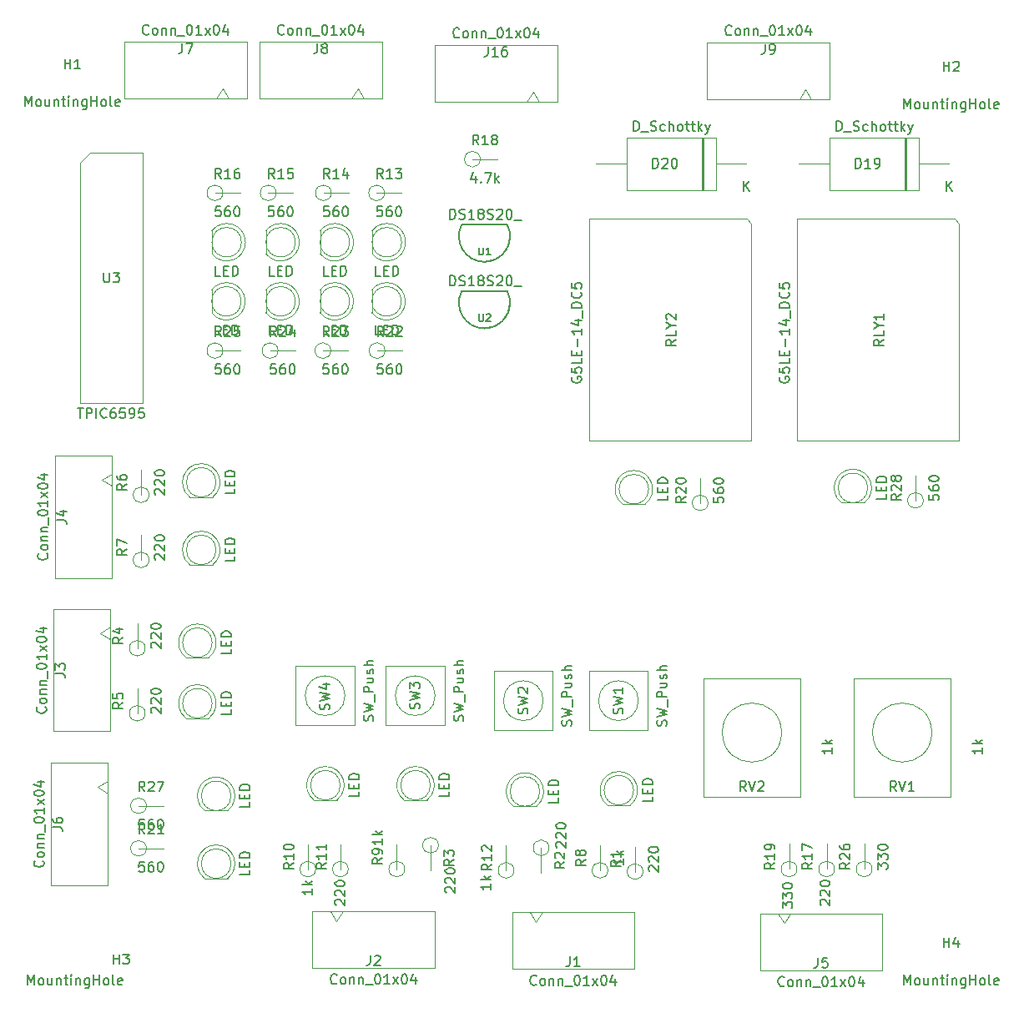
<source format=gbr>
%TF.GenerationSoftware,KiCad,Pcbnew,(6.0.2)*%
%TF.CreationDate,2022-11-07T20:40:15+00:00*%
%TF.ProjectId,testing_board,74657374-696e-4675-9f62-6f6172642e6b,rev?*%
%TF.SameCoordinates,Original*%
%TF.FileFunction,AssemblyDrawing,Top*%
%FSLAX46Y46*%
G04 Gerber Fmt 4.6, Leading zero omitted, Abs format (unit mm)*
G04 Created by KiCad (PCBNEW (6.0.2)) date 2022-11-07 20:40:15*
%MOMM*%
%LPD*%
G01*
G04 APERTURE LIST*
%ADD10C,0.150000*%
%ADD11C,0.100000*%
G04 APERTURE END LIST*
D10*
%TO.C,D1*%
X100511380Y-99448857D02*
X100511380Y-99925047D01*
X99511380Y-99925047D01*
X99987571Y-99115523D02*
X99987571Y-98782190D01*
X100511380Y-98639333D02*
X100511380Y-99115523D01*
X99511380Y-99115523D01*
X99511380Y-98639333D01*
X100511380Y-98210761D02*
X99511380Y-98210761D01*
X99511380Y-97972666D01*
X99559000Y-97829809D01*
X99654238Y-97734571D01*
X99749476Y-97686952D01*
X99939952Y-97639333D01*
X100082809Y-97639333D01*
X100273285Y-97686952D01*
X100368523Y-97734571D01*
X100463761Y-97829809D01*
X100511380Y-97972666D01*
X100511380Y-98210761D01*
%TO.C,D3*%
X79890380Y-98940857D02*
X79890380Y-99417047D01*
X78890380Y-99417047D01*
X79366571Y-98607523D02*
X79366571Y-98274190D01*
X79890380Y-98131333D02*
X79890380Y-98607523D01*
X78890380Y-98607523D01*
X78890380Y-98131333D01*
X79890380Y-97702761D02*
X78890380Y-97702761D01*
X78890380Y-97464666D01*
X78938000Y-97321809D01*
X79033238Y-97226571D01*
X79128476Y-97178952D01*
X79318952Y-97131333D01*
X79461809Y-97131333D01*
X79652285Y-97178952D01*
X79747523Y-97226571D01*
X79842761Y-97321809D01*
X79890380Y-97464666D01*
X79890380Y-97702761D01*
%TO.C,D4*%
X57758380Y-84475857D02*
X57758380Y-84952047D01*
X56758380Y-84952047D01*
X57234571Y-84142523D02*
X57234571Y-83809190D01*
X57758380Y-83666333D02*
X57758380Y-84142523D01*
X56758380Y-84142523D01*
X56758380Y-83666333D01*
X57758380Y-83237761D02*
X56758380Y-83237761D01*
X56758380Y-82999666D01*
X56806000Y-82856809D01*
X56901238Y-82761571D01*
X56996476Y-82713952D01*
X57186952Y-82666333D01*
X57329809Y-82666333D01*
X57520285Y-82713952D01*
X57615523Y-82761571D01*
X57710761Y-82856809D01*
X57758380Y-82999666D01*
X57758380Y-83237761D01*
%TO.C,D5*%
X57758380Y-90626857D02*
X57758380Y-91103047D01*
X56758380Y-91103047D01*
X57234571Y-90293523D02*
X57234571Y-89960190D01*
X57758380Y-89817333D02*
X57758380Y-90293523D01*
X56758380Y-90293523D01*
X56758380Y-89817333D01*
X57758380Y-89388761D02*
X56758380Y-89388761D01*
X56758380Y-89150666D01*
X56806000Y-89007809D01*
X56901238Y-88912571D01*
X56996476Y-88864952D01*
X57186952Y-88817333D01*
X57329809Y-88817333D01*
X57520285Y-88864952D01*
X57615523Y-88912571D01*
X57710761Y-89007809D01*
X57758380Y-89150666D01*
X57758380Y-89388761D01*
%TO.C,D6*%
X58149380Y-68206857D02*
X58149380Y-68683047D01*
X57149380Y-68683047D01*
X57625571Y-67873523D02*
X57625571Y-67540190D01*
X58149380Y-67397333D02*
X58149380Y-67873523D01*
X57149380Y-67873523D01*
X57149380Y-67397333D01*
X58149380Y-66968761D02*
X57149380Y-66968761D01*
X57149380Y-66730666D01*
X57197000Y-66587809D01*
X57292238Y-66492571D01*
X57387476Y-66444952D01*
X57577952Y-66397333D01*
X57720809Y-66397333D01*
X57911285Y-66444952D01*
X58006523Y-66492571D01*
X58101761Y-66587809D01*
X58149380Y-66730666D01*
X58149380Y-66968761D01*
%TO.C,D7*%
X58149380Y-75064857D02*
X58149380Y-75541047D01*
X57149380Y-75541047D01*
X57625571Y-74731523D02*
X57625571Y-74398190D01*
X58149380Y-74255333D02*
X58149380Y-74731523D01*
X57149380Y-74731523D01*
X57149380Y-74255333D01*
X58149380Y-73826761D02*
X57149380Y-73826761D01*
X57149380Y-73588666D01*
X57197000Y-73445809D01*
X57292238Y-73350571D01*
X57387476Y-73302952D01*
X57577952Y-73255333D01*
X57720809Y-73255333D01*
X57911285Y-73302952D01*
X58006523Y-73350571D01*
X58101761Y-73445809D01*
X58149380Y-73588666D01*
X58149380Y-73826761D01*
%TO.C,D8*%
X70746380Y-98940857D02*
X70746380Y-99417047D01*
X69746380Y-99417047D01*
X70222571Y-98607523D02*
X70222571Y-98274190D01*
X70746380Y-98131333D02*
X70746380Y-98607523D01*
X69746380Y-98607523D01*
X69746380Y-98131333D01*
X70746380Y-97702761D02*
X69746380Y-97702761D01*
X69746380Y-97464666D01*
X69794000Y-97321809D01*
X69889238Y-97226571D01*
X69984476Y-97178952D01*
X70174952Y-97131333D01*
X70317809Y-97131333D01*
X70508285Y-97178952D01*
X70603523Y-97226571D01*
X70698761Y-97321809D01*
X70746380Y-97464666D01*
X70746380Y-97702761D01*
%TO.C,D9*%
X72927142Y-46612380D02*
X72450952Y-46612380D01*
X72450952Y-45612380D01*
X73260476Y-46088571D02*
X73593809Y-46088571D01*
X73736666Y-46612380D02*
X73260476Y-46612380D01*
X73260476Y-45612380D01*
X73736666Y-45612380D01*
X74165238Y-46612380D02*
X74165238Y-45612380D01*
X74403333Y-45612380D01*
X74546190Y-45660000D01*
X74641428Y-45755238D01*
X74689047Y-45850476D01*
X74736666Y-46040952D01*
X74736666Y-46183809D01*
X74689047Y-46374285D01*
X74641428Y-46469523D01*
X74546190Y-46564761D01*
X74403333Y-46612380D01*
X74165238Y-46612380D01*
%TO.C,D10*%
X67652142Y-46612380D02*
X67175952Y-46612380D01*
X67175952Y-45612380D01*
X67985476Y-46088571D02*
X68318809Y-46088571D01*
X68461666Y-46612380D02*
X67985476Y-46612380D01*
X67985476Y-45612380D01*
X68461666Y-45612380D01*
X68890238Y-46612380D02*
X68890238Y-45612380D01*
X69128333Y-45612380D01*
X69271190Y-45660000D01*
X69366428Y-45755238D01*
X69414047Y-45850476D01*
X69461666Y-46040952D01*
X69461666Y-46183809D01*
X69414047Y-46374285D01*
X69366428Y-46469523D01*
X69271190Y-46564761D01*
X69128333Y-46612380D01*
X68890238Y-46612380D01*
%TO.C,D11*%
X62152142Y-46612380D02*
X61675952Y-46612380D01*
X61675952Y-45612380D01*
X62485476Y-46088571D02*
X62818809Y-46088571D01*
X62961666Y-46612380D02*
X62485476Y-46612380D01*
X62485476Y-45612380D01*
X62961666Y-45612380D01*
X63390238Y-46612380D02*
X63390238Y-45612380D01*
X63628333Y-45612380D01*
X63771190Y-45660000D01*
X63866428Y-45755238D01*
X63914047Y-45850476D01*
X63961666Y-46040952D01*
X63961666Y-46183809D01*
X63914047Y-46374285D01*
X63866428Y-46469523D01*
X63771190Y-46564761D01*
X63628333Y-46612380D01*
X63390238Y-46612380D01*
%TO.C,D12*%
X56677142Y-46612380D02*
X56200952Y-46612380D01*
X56200952Y-45612380D01*
X57010476Y-46088571D02*
X57343809Y-46088571D01*
X57486666Y-46612380D02*
X57010476Y-46612380D01*
X57010476Y-45612380D01*
X57486666Y-45612380D01*
X57915238Y-46612380D02*
X57915238Y-45612380D01*
X58153333Y-45612380D01*
X58296190Y-45660000D01*
X58391428Y-45755238D01*
X58439047Y-45850476D01*
X58486666Y-46040952D01*
X58486666Y-46183809D01*
X58439047Y-46374285D01*
X58391428Y-46469523D01*
X58296190Y-46564761D01*
X58153333Y-46612380D01*
X57915238Y-46612380D01*
%TO.C,D13*%
X59662380Y-100014857D02*
X59662380Y-100491047D01*
X58662380Y-100491047D01*
X59138571Y-99681523D02*
X59138571Y-99348190D01*
X59662380Y-99205333D02*
X59662380Y-99681523D01*
X58662380Y-99681523D01*
X58662380Y-99205333D01*
X59662380Y-98776761D02*
X58662380Y-98776761D01*
X58662380Y-98538666D01*
X58710000Y-98395809D01*
X58805238Y-98300571D01*
X58900476Y-98252952D01*
X59090952Y-98205333D01*
X59233809Y-98205333D01*
X59424285Y-98252952D01*
X59519523Y-98300571D01*
X59614761Y-98395809D01*
X59662380Y-98538666D01*
X59662380Y-98776761D01*
%TO.C,D14*%
X59662380Y-106897857D02*
X59662380Y-107374047D01*
X58662380Y-107374047D01*
X59138571Y-106564523D02*
X59138571Y-106231190D01*
X59662380Y-106088333D02*
X59662380Y-106564523D01*
X58662380Y-106564523D01*
X58662380Y-106088333D01*
X59662380Y-105659761D02*
X58662380Y-105659761D01*
X58662380Y-105421666D01*
X58710000Y-105278809D01*
X58805238Y-105183571D01*
X58900476Y-105135952D01*
X59090952Y-105088333D01*
X59233809Y-105088333D01*
X59424285Y-105135952D01*
X59519523Y-105183571D01*
X59614761Y-105278809D01*
X59662380Y-105421666D01*
X59662380Y-105659761D01*
%TO.C,D15*%
X72902142Y-52612380D02*
X72425952Y-52612380D01*
X72425952Y-51612380D01*
X73235476Y-52088571D02*
X73568809Y-52088571D01*
X73711666Y-52612380D02*
X73235476Y-52612380D01*
X73235476Y-51612380D01*
X73711666Y-51612380D01*
X74140238Y-52612380D02*
X74140238Y-51612380D01*
X74378333Y-51612380D01*
X74521190Y-51660000D01*
X74616428Y-51755238D01*
X74664047Y-51850476D01*
X74711666Y-52040952D01*
X74711666Y-52183809D01*
X74664047Y-52374285D01*
X74616428Y-52469523D01*
X74521190Y-52564761D01*
X74378333Y-52612380D01*
X74140238Y-52612380D01*
%TO.C,D16*%
X67652142Y-52612380D02*
X67175952Y-52612380D01*
X67175952Y-51612380D01*
X67985476Y-52088571D02*
X68318809Y-52088571D01*
X68461666Y-52612380D02*
X67985476Y-52612380D01*
X67985476Y-51612380D01*
X68461666Y-51612380D01*
X68890238Y-52612380D02*
X68890238Y-51612380D01*
X69128333Y-51612380D01*
X69271190Y-51660000D01*
X69366428Y-51755238D01*
X69414047Y-51850476D01*
X69461666Y-52040952D01*
X69461666Y-52183809D01*
X69414047Y-52374285D01*
X69366428Y-52469523D01*
X69271190Y-52564761D01*
X69128333Y-52612380D01*
X68890238Y-52612380D01*
%TO.C,D17*%
X62152142Y-52612380D02*
X61675952Y-52612380D01*
X61675952Y-51612380D01*
X62485476Y-52088571D02*
X62818809Y-52088571D01*
X62961666Y-52612380D02*
X62485476Y-52612380D01*
X62485476Y-51612380D01*
X62961666Y-51612380D01*
X63390238Y-52612380D02*
X63390238Y-51612380D01*
X63628333Y-51612380D01*
X63771190Y-51660000D01*
X63866428Y-51755238D01*
X63914047Y-51850476D01*
X63961666Y-52040952D01*
X63961666Y-52183809D01*
X63914047Y-52374285D01*
X63866428Y-52469523D01*
X63771190Y-52564761D01*
X63628333Y-52612380D01*
X63390238Y-52612380D01*
%TO.C,D18*%
X56652142Y-52612380D02*
X56175952Y-52612380D01*
X56175952Y-51612380D01*
X56985476Y-52088571D02*
X57318809Y-52088571D01*
X57461666Y-52612380D02*
X56985476Y-52612380D01*
X56985476Y-51612380D01*
X57461666Y-51612380D01*
X57890238Y-52612380D02*
X57890238Y-51612380D01*
X58128333Y-51612380D01*
X58271190Y-51660000D01*
X58366428Y-51755238D01*
X58414047Y-51850476D01*
X58461666Y-52040952D01*
X58461666Y-52183809D01*
X58414047Y-52374285D01*
X58366428Y-52469523D01*
X58271190Y-52564761D01*
X58128333Y-52612380D01*
X57890238Y-52612380D01*
%TO.C,J1*%
X88728904Y-118495142D02*
X88681285Y-118542761D01*
X88538428Y-118590380D01*
X88443190Y-118590380D01*
X88300333Y-118542761D01*
X88205095Y-118447523D01*
X88157476Y-118352285D01*
X88109857Y-118161809D01*
X88109857Y-118018952D01*
X88157476Y-117828476D01*
X88205095Y-117733238D01*
X88300333Y-117638000D01*
X88443190Y-117590380D01*
X88538428Y-117590380D01*
X88681285Y-117638000D01*
X88728904Y-117685619D01*
X89300333Y-118590380D02*
X89205095Y-118542761D01*
X89157476Y-118495142D01*
X89109857Y-118399904D01*
X89109857Y-118114190D01*
X89157476Y-118018952D01*
X89205095Y-117971333D01*
X89300333Y-117923714D01*
X89443190Y-117923714D01*
X89538428Y-117971333D01*
X89586047Y-118018952D01*
X89633666Y-118114190D01*
X89633666Y-118399904D01*
X89586047Y-118495142D01*
X89538428Y-118542761D01*
X89443190Y-118590380D01*
X89300333Y-118590380D01*
X90062238Y-117923714D02*
X90062238Y-118590380D01*
X90062238Y-118018952D02*
X90109857Y-117971333D01*
X90205095Y-117923714D01*
X90347952Y-117923714D01*
X90443190Y-117971333D01*
X90490809Y-118066571D01*
X90490809Y-118590380D01*
X90967000Y-117923714D02*
X90967000Y-118590380D01*
X90967000Y-118018952D02*
X91014619Y-117971333D01*
X91109857Y-117923714D01*
X91252714Y-117923714D01*
X91347952Y-117971333D01*
X91395571Y-118066571D01*
X91395571Y-118590380D01*
X91633666Y-118685619D02*
X92395571Y-118685619D01*
X92824142Y-117590380D02*
X92919380Y-117590380D01*
X93014619Y-117638000D01*
X93062238Y-117685619D01*
X93109857Y-117780857D01*
X93157476Y-117971333D01*
X93157476Y-118209428D01*
X93109857Y-118399904D01*
X93062238Y-118495142D01*
X93014619Y-118542761D01*
X92919380Y-118590380D01*
X92824142Y-118590380D01*
X92728904Y-118542761D01*
X92681285Y-118495142D01*
X92633666Y-118399904D01*
X92586047Y-118209428D01*
X92586047Y-117971333D01*
X92633666Y-117780857D01*
X92681285Y-117685619D01*
X92728904Y-117638000D01*
X92824142Y-117590380D01*
X94109857Y-118590380D02*
X93538428Y-118590380D01*
X93824142Y-118590380D02*
X93824142Y-117590380D01*
X93728904Y-117733238D01*
X93633666Y-117828476D01*
X93538428Y-117876095D01*
X94443190Y-118590380D02*
X94967000Y-117923714D01*
X94443190Y-117923714D02*
X94967000Y-118590380D01*
X95538428Y-117590380D02*
X95633666Y-117590380D01*
X95728904Y-117638000D01*
X95776523Y-117685619D01*
X95824142Y-117780857D01*
X95871761Y-117971333D01*
X95871761Y-118209428D01*
X95824142Y-118399904D01*
X95776523Y-118495142D01*
X95728904Y-118542761D01*
X95633666Y-118590380D01*
X95538428Y-118590380D01*
X95443190Y-118542761D01*
X95395571Y-118495142D01*
X95347952Y-118399904D01*
X95300333Y-118209428D01*
X95300333Y-117971333D01*
X95347952Y-117780857D01*
X95395571Y-117685619D01*
X95443190Y-117638000D01*
X95538428Y-117590380D01*
X96728904Y-117923714D02*
X96728904Y-118590380D01*
X96490809Y-117542761D02*
X96252714Y-118257047D01*
X96871761Y-118257047D01*
X92133666Y-115690380D02*
X92133666Y-116404666D01*
X92086047Y-116547523D01*
X91990809Y-116642761D01*
X91847952Y-116690380D01*
X91752714Y-116690380D01*
X93133666Y-116690380D02*
X92562238Y-116690380D01*
X92847952Y-116690380D02*
X92847952Y-115690380D01*
X92752714Y-115833238D01*
X92657476Y-115928476D01*
X92562238Y-115976095D01*
%TO.C,J2*%
X68488904Y-118368142D02*
X68441285Y-118415761D01*
X68298428Y-118463380D01*
X68203190Y-118463380D01*
X68060333Y-118415761D01*
X67965095Y-118320523D01*
X67917476Y-118225285D01*
X67869857Y-118034809D01*
X67869857Y-117891952D01*
X67917476Y-117701476D01*
X67965095Y-117606238D01*
X68060333Y-117511000D01*
X68203190Y-117463380D01*
X68298428Y-117463380D01*
X68441285Y-117511000D01*
X68488904Y-117558619D01*
X69060333Y-118463380D02*
X68965095Y-118415761D01*
X68917476Y-118368142D01*
X68869857Y-118272904D01*
X68869857Y-117987190D01*
X68917476Y-117891952D01*
X68965095Y-117844333D01*
X69060333Y-117796714D01*
X69203190Y-117796714D01*
X69298428Y-117844333D01*
X69346047Y-117891952D01*
X69393666Y-117987190D01*
X69393666Y-118272904D01*
X69346047Y-118368142D01*
X69298428Y-118415761D01*
X69203190Y-118463380D01*
X69060333Y-118463380D01*
X69822238Y-117796714D02*
X69822238Y-118463380D01*
X69822238Y-117891952D02*
X69869857Y-117844333D01*
X69965095Y-117796714D01*
X70107952Y-117796714D01*
X70203190Y-117844333D01*
X70250809Y-117939571D01*
X70250809Y-118463380D01*
X70727000Y-117796714D02*
X70727000Y-118463380D01*
X70727000Y-117891952D02*
X70774619Y-117844333D01*
X70869857Y-117796714D01*
X71012714Y-117796714D01*
X71107952Y-117844333D01*
X71155571Y-117939571D01*
X71155571Y-118463380D01*
X71393666Y-118558619D02*
X72155571Y-118558619D01*
X72584142Y-117463380D02*
X72679380Y-117463380D01*
X72774619Y-117511000D01*
X72822238Y-117558619D01*
X72869857Y-117653857D01*
X72917476Y-117844333D01*
X72917476Y-118082428D01*
X72869857Y-118272904D01*
X72822238Y-118368142D01*
X72774619Y-118415761D01*
X72679380Y-118463380D01*
X72584142Y-118463380D01*
X72488904Y-118415761D01*
X72441285Y-118368142D01*
X72393666Y-118272904D01*
X72346047Y-118082428D01*
X72346047Y-117844333D01*
X72393666Y-117653857D01*
X72441285Y-117558619D01*
X72488904Y-117511000D01*
X72584142Y-117463380D01*
X73869857Y-118463380D02*
X73298428Y-118463380D01*
X73584142Y-118463380D02*
X73584142Y-117463380D01*
X73488904Y-117606238D01*
X73393666Y-117701476D01*
X73298428Y-117749095D01*
X74203190Y-118463380D02*
X74727000Y-117796714D01*
X74203190Y-117796714D02*
X74727000Y-118463380D01*
X75298428Y-117463380D02*
X75393666Y-117463380D01*
X75488904Y-117511000D01*
X75536523Y-117558619D01*
X75584142Y-117653857D01*
X75631761Y-117844333D01*
X75631761Y-118082428D01*
X75584142Y-118272904D01*
X75536523Y-118368142D01*
X75488904Y-118415761D01*
X75393666Y-118463380D01*
X75298428Y-118463380D01*
X75203190Y-118415761D01*
X75155571Y-118368142D01*
X75107952Y-118272904D01*
X75060333Y-118082428D01*
X75060333Y-117844333D01*
X75107952Y-117653857D01*
X75155571Y-117558619D01*
X75203190Y-117511000D01*
X75298428Y-117463380D01*
X76488904Y-117796714D02*
X76488904Y-118463380D01*
X76250809Y-117415761D02*
X76012714Y-118130047D01*
X76631761Y-118130047D01*
X71893666Y-115563380D02*
X71893666Y-116277666D01*
X71846047Y-116420523D01*
X71750809Y-116515761D01*
X71607952Y-116563380D01*
X71512714Y-116563380D01*
X72322238Y-115658619D02*
X72369857Y-115611000D01*
X72465095Y-115563380D01*
X72703190Y-115563380D01*
X72798428Y-115611000D01*
X72846047Y-115658619D01*
X72893666Y-115753857D01*
X72893666Y-115849095D01*
X72846047Y-115991952D01*
X72274619Y-116563380D01*
X72893666Y-116563380D01*
%TO.C,J3*%
X38927142Y-90360095D02*
X38974761Y-90407714D01*
X39022380Y-90550571D01*
X39022380Y-90645809D01*
X38974761Y-90788666D01*
X38879523Y-90883904D01*
X38784285Y-90931523D01*
X38593809Y-90979142D01*
X38450952Y-90979142D01*
X38260476Y-90931523D01*
X38165238Y-90883904D01*
X38070000Y-90788666D01*
X38022380Y-90645809D01*
X38022380Y-90550571D01*
X38070000Y-90407714D01*
X38117619Y-90360095D01*
X39022380Y-89788666D02*
X38974761Y-89883904D01*
X38927142Y-89931523D01*
X38831904Y-89979142D01*
X38546190Y-89979142D01*
X38450952Y-89931523D01*
X38403333Y-89883904D01*
X38355714Y-89788666D01*
X38355714Y-89645809D01*
X38403333Y-89550571D01*
X38450952Y-89502952D01*
X38546190Y-89455333D01*
X38831904Y-89455333D01*
X38927142Y-89502952D01*
X38974761Y-89550571D01*
X39022380Y-89645809D01*
X39022380Y-89788666D01*
X38355714Y-89026761D02*
X39022380Y-89026761D01*
X38450952Y-89026761D02*
X38403333Y-88979142D01*
X38355714Y-88883904D01*
X38355714Y-88741047D01*
X38403333Y-88645809D01*
X38498571Y-88598190D01*
X39022380Y-88598190D01*
X38355714Y-88122000D02*
X39022380Y-88122000D01*
X38450952Y-88122000D02*
X38403333Y-88074380D01*
X38355714Y-87979142D01*
X38355714Y-87836285D01*
X38403333Y-87741047D01*
X38498571Y-87693428D01*
X39022380Y-87693428D01*
X39117619Y-87455333D02*
X39117619Y-86693428D01*
X38022380Y-86264857D02*
X38022380Y-86169619D01*
X38070000Y-86074380D01*
X38117619Y-86026761D01*
X38212857Y-85979142D01*
X38403333Y-85931523D01*
X38641428Y-85931523D01*
X38831904Y-85979142D01*
X38927142Y-86026761D01*
X38974761Y-86074380D01*
X39022380Y-86169619D01*
X39022380Y-86264857D01*
X38974761Y-86360095D01*
X38927142Y-86407714D01*
X38831904Y-86455333D01*
X38641428Y-86502952D01*
X38403333Y-86502952D01*
X38212857Y-86455333D01*
X38117619Y-86407714D01*
X38070000Y-86360095D01*
X38022380Y-86264857D01*
X39022380Y-84979142D02*
X39022380Y-85550571D01*
X39022380Y-85264857D02*
X38022380Y-85264857D01*
X38165238Y-85360095D01*
X38260476Y-85455333D01*
X38308095Y-85550571D01*
X39022380Y-84645809D02*
X38355714Y-84122000D01*
X38355714Y-84645809D02*
X39022380Y-84122000D01*
X38022380Y-83550571D02*
X38022380Y-83455333D01*
X38070000Y-83360095D01*
X38117619Y-83312476D01*
X38212857Y-83264857D01*
X38403333Y-83217238D01*
X38641428Y-83217238D01*
X38831904Y-83264857D01*
X38927142Y-83312476D01*
X38974761Y-83360095D01*
X39022380Y-83455333D01*
X39022380Y-83550571D01*
X38974761Y-83645809D01*
X38927142Y-83693428D01*
X38831904Y-83741047D01*
X38641428Y-83788666D01*
X38403333Y-83788666D01*
X38212857Y-83741047D01*
X38117619Y-83693428D01*
X38070000Y-83645809D01*
X38022380Y-83550571D01*
X38355714Y-82360095D02*
X39022380Y-82360095D01*
X37974761Y-82598190D02*
X38689047Y-82836285D01*
X38689047Y-82217238D01*
X39922380Y-86955333D02*
X40636666Y-86955333D01*
X40779523Y-87002952D01*
X40874761Y-87098190D01*
X40922380Y-87241047D01*
X40922380Y-87336285D01*
X39922380Y-86574380D02*
X39922380Y-85955333D01*
X40303333Y-86288666D01*
X40303333Y-86145809D01*
X40350952Y-86050571D01*
X40398571Y-86002952D01*
X40493809Y-85955333D01*
X40731904Y-85955333D01*
X40827142Y-86002952D01*
X40874761Y-86050571D01*
X40922380Y-86145809D01*
X40922380Y-86431523D01*
X40874761Y-86526761D01*
X40827142Y-86574380D01*
%TO.C,J4*%
X39064142Y-74798095D02*
X39111761Y-74845714D01*
X39159380Y-74988571D01*
X39159380Y-75083809D01*
X39111761Y-75226666D01*
X39016523Y-75321904D01*
X38921285Y-75369523D01*
X38730809Y-75417142D01*
X38587952Y-75417142D01*
X38397476Y-75369523D01*
X38302238Y-75321904D01*
X38207000Y-75226666D01*
X38159380Y-75083809D01*
X38159380Y-74988571D01*
X38207000Y-74845714D01*
X38254619Y-74798095D01*
X39159380Y-74226666D02*
X39111761Y-74321904D01*
X39064142Y-74369523D01*
X38968904Y-74417142D01*
X38683190Y-74417142D01*
X38587952Y-74369523D01*
X38540333Y-74321904D01*
X38492714Y-74226666D01*
X38492714Y-74083809D01*
X38540333Y-73988571D01*
X38587952Y-73940952D01*
X38683190Y-73893333D01*
X38968904Y-73893333D01*
X39064142Y-73940952D01*
X39111761Y-73988571D01*
X39159380Y-74083809D01*
X39159380Y-74226666D01*
X38492714Y-73464761D02*
X39159380Y-73464761D01*
X38587952Y-73464761D02*
X38540333Y-73417142D01*
X38492714Y-73321904D01*
X38492714Y-73179047D01*
X38540333Y-73083809D01*
X38635571Y-73036190D01*
X39159380Y-73036190D01*
X38492714Y-72560000D02*
X39159380Y-72560000D01*
X38587952Y-72560000D02*
X38540333Y-72512380D01*
X38492714Y-72417142D01*
X38492714Y-72274285D01*
X38540333Y-72179047D01*
X38635571Y-72131428D01*
X39159380Y-72131428D01*
X39254619Y-71893333D02*
X39254619Y-71131428D01*
X38159380Y-70702857D02*
X38159380Y-70607619D01*
X38207000Y-70512380D01*
X38254619Y-70464761D01*
X38349857Y-70417142D01*
X38540333Y-70369523D01*
X38778428Y-70369523D01*
X38968904Y-70417142D01*
X39064142Y-70464761D01*
X39111761Y-70512380D01*
X39159380Y-70607619D01*
X39159380Y-70702857D01*
X39111761Y-70798095D01*
X39064142Y-70845714D01*
X38968904Y-70893333D01*
X38778428Y-70940952D01*
X38540333Y-70940952D01*
X38349857Y-70893333D01*
X38254619Y-70845714D01*
X38207000Y-70798095D01*
X38159380Y-70702857D01*
X39159380Y-69417142D02*
X39159380Y-69988571D01*
X39159380Y-69702857D02*
X38159380Y-69702857D01*
X38302238Y-69798095D01*
X38397476Y-69893333D01*
X38445095Y-69988571D01*
X39159380Y-69083809D02*
X38492714Y-68560000D01*
X38492714Y-69083809D02*
X39159380Y-68560000D01*
X38159380Y-67988571D02*
X38159380Y-67893333D01*
X38207000Y-67798095D01*
X38254619Y-67750476D01*
X38349857Y-67702857D01*
X38540333Y-67655238D01*
X38778428Y-67655238D01*
X38968904Y-67702857D01*
X39064142Y-67750476D01*
X39111761Y-67798095D01*
X39159380Y-67893333D01*
X39159380Y-67988571D01*
X39111761Y-68083809D01*
X39064142Y-68131428D01*
X38968904Y-68179047D01*
X38778428Y-68226666D01*
X38540333Y-68226666D01*
X38349857Y-68179047D01*
X38254619Y-68131428D01*
X38207000Y-68083809D01*
X38159380Y-67988571D01*
X38492714Y-66798095D02*
X39159380Y-66798095D01*
X38111761Y-67036190D02*
X38826047Y-67274285D01*
X38826047Y-66655238D01*
X40059380Y-71393333D02*
X40773666Y-71393333D01*
X40916523Y-71440952D01*
X41011761Y-71536190D01*
X41059380Y-71679047D01*
X41059380Y-71774285D01*
X40392714Y-70488571D02*
X41059380Y-70488571D01*
X40011761Y-70726666D02*
X40726047Y-70964761D01*
X40726047Y-70345714D01*
%TO.C,J5*%
X113881903Y-118615141D02*
X113834284Y-118662760D01*
X113691427Y-118710379D01*
X113596189Y-118710379D01*
X113453332Y-118662760D01*
X113358094Y-118567522D01*
X113310475Y-118472284D01*
X113262856Y-118281808D01*
X113262856Y-118138951D01*
X113310475Y-117948475D01*
X113358094Y-117853237D01*
X113453332Y-117757999D01*
X113596189Y-117710379D01*
X113691427Y-117710379D01*
X113834284Y-117757999D01*
X113881903Y-117805618D01*
X114453332Y-118710379D02*
X114358094Y-118662760D01*
X114310475Y-118615141D01*
X114262856Y-118519903D01*
X114262856Y-118234189D01*
X114310475Y-118138951D01*
X114358094Y-118091332D01*
X114453332Y-118043713D01*
X114596189Y-118043713D01*
X114691427Y-118091332D01*
X114739046Y-118138951D01*
X114786665Y-118234189D01*
X114786665Y-118519903D01*
X114739046Y-118615141D01*
X114691427Y-118662760D01*
X114596189Y-118710379D01*
X114453332Y-118710379D01*
X115215237Y-118043713D02*
X115215237Y-118710379D01*
X115215237Y-118138951D02*
X115262856Y-118091332D01*
X115358094Y-118043713D01*
X115500951Y-118043713D01*
X115596189Y-118091332D01*
X115643808Y-118186570D01*
X115643808Y-118710379D01*
X116119999Y-118043713D02*
X116119999Y-118710379D01*
X116119999Y-118138951D02*
X116167618Y-118091332D01*
X116262856Y-118043713D01*
X116405713Y-118043713D01*
X116500951Y-118091332D01*
X116548570Y-118186570D01*
X116548570Y-118710379D01*
X116786665Y-118805618D02*
X117548570Y-118805618D01*
X117977141Y-117710379D02*
X118072379Y-117710379D01*
X118167618Y-117757999D01*
X118215237Y-117805618D01*
X118262856Y-117900856D01*
X118310475Y-118091332D01*
X118310475Y-118329427D01*
X118262856Y-118519903D01*
X118215237Y-118615141D01*
X118167618Y-118662760D01*
X118072379Y-118710379D01*
X117977141Y-118710379D01*
X117881903Y-118662760D01*
X117834284Y-118615141D01*
X117786665Y-118519903D01*
X117739046Y-118329427D01*
X117739046Y-118091332D01*
X117786665Y-117900856D01*
X117834284Y-117805618D01*
X117881903Y-117757999D01*
X117977141Y-117710379D01*
X119262856Y-118710379D02*
X118691427Y-118710379D01*
X118977141Y-118710379D02*
X118977141Y-117710379D01*
X118881903Y-117853237D01*
X118786665Y-117948475D01*
X118691427Y-117996094D01*
X119596189Y-118710379D02*
X120119999Y-118043713D01*
X119596189Y-118043713D02*
X120119999Y-118710379D01*
X120691427Y-117710379D02*
X120786665Y-117710379D01*
X120881903Y-117757999D01*
X120929522Y-117805618D01*
X120977141Y-117900856D01*
X121024760Y-118091332D01*
X121024760Y-118329427D01*
X120977141Y-118519903D01*
X120929522Y-118615141D01*
X120881903Y-118662760D01*
X120786665Y-118710379D01*
X120691427Y-118710379D01*
X120596189Y-118662760D01*
X120548570Y-118615141D01*
X120500951Y-118519903D01*
X120453332Y-118329427D01*
X120453332Y-118091332D01*
X120500951Y-117900856D01*
X120548570Y-117805618D01*
X120596189Y-117757999D01*
X120691427Y-117710379D01*
X121881903Y-118043713D02*
X121881903Y-118710379D01*
X121643808Y-117662760D02*
X121405713Y-118377046D01*
X122024760Y-118377046D01*
X117286665Y-115810379D02*
X117286665Y-116524665D01*
X117239046Y-116667522D01*
X117143808Y-116762760D01*
X117000951Y-116810379D01*
X116905713Y-116810379D01*
X118239046Y-115810379D02*
X117762856Y-115810379D01*
X117715237Y-116286570D01*
X117762856Y-116238951D01*
X117858094Y-116191332D01*
X118096189Y-116191332D01*
X118191427Y-116238951D01*
X118239046Y-116286570D01*
X118286665Y-116381808D01*
X118286665Y-116619903D01*
X118239046Y-116715141D01*
X118191427Y-116762760D01*
X118096189Y-116810379D01*
X117858094Y-116810379D01*
X117762856Y-116762760D01*
X117715237Y-116715141D01*
%TO.C,R1*%
X100217619Y-107029095D02*
X100170000Y-106981476D01*
X100122380Y-106886238D01*
X100122380Y-106648142D01*
X100170000Y-106552904D01*
X100217619Y-106505285D01*
X100312857Y-106457666D01*
X100408095Y-106457666D01*
X100550952Y-106505285D01*
X101122380Y-107076714D01*
X101122380Y-106457666D01*
X100217619Y-106076714D02*
X100170000Y-106029095D01*
X100122380Y-105933857D01*
X100122380Y-105695761D01*
X100170000Y-105600523D01*
X100217619Y-105552904D01*
X100312857Y-105505285D01*
X100408095Y-105505285D01*
X100550952Y-105552904D01*
X101122380Y-106124333D01*
X101122380Y-105505285D01*
X100122380Y-104886238D02*
X100122380Y-104791000D01*
X100170000Y-104695761D01*
X100217619Y-104648142D01*
X100312857Y-104600523D01*
X100503333Y-104552904D01*
X100741428Y-104552904D01*
X100931904Y-104600523D01*
X101027142Y-104648142D01*
X101074761Y-104695761D01*
X101122380Y-104791000D01*
X101122380Y-104886238D01*
X101074761Y-104981476D01*
X101027142Y-105029095D01*
X100931904Y-105076714D01*
X100741428Y-105124333D01*
X100503333Y-105124333D01*
X100312857Y-105076714D01*
X100217619Y-105029095D01*
X100170000Y-104981476D01*
X100122380Y-104886238D01*
X97282380Y-105957666D02*
X96806190Y-106291000D01*
X97282380Y-106529095D02*
X96282380Y-106529095D01*
X96282380Y-106148142D01*
X96330000Y-106052904D01*
X96377619Y-106005285D01*
X96472857Y-105957666D01*
X96615714Y-105957666D01*
X96710952Y-106005285D01*
X96758571Y-106052904D01*
X96806190Y-106148142D01*
X96806190Y-106529095D01*
X97282380Y-105005285D02*
X97282380Y-105576714D01*
X97282380Y-105291000D02*
X96282380Y-105291000D01*
X96425238Y-105386238D01*
X96520476Y-105481476D01*
X96568095Y-105576714D01*
%TO.C,R2*%
X90804619Y-104616095D02*
X90757000Y-104568476D01*
X90709380Y-104473238D01*
X90709380Y-104235142D01*
X90757000Y-104139904D01*
X90804619Y-104092285D01*
X90899857Y-104044666D01*
X90995095Y-104044666D01*
X91137952Y-104092285D01*
X91709380Y-104663714D01*
X91709380Y-104044666D01*
X90804619Y-103663714D02*
X90757000Y-103616095D01*
X90709380Y-103520857D01*
X90709380Y-103282761D01*
X90757000Y-103187523D01*
X90804619Y-103139904D01*
X90899857Y-103092285D01*
X90995095Y-103092285D01*
X91137952Y-103139904D01*
X91709380Y-103711333D01*
X91709380Y-103092285D01*
X90709380Y-102473238D02*
X90709380Y-102378000D01*
X90757000Y-102282761D01*
X90804619Y-102235142D01*
X90899857Y-102187523D01*
X91090333Y-102139904D01*
X91328428Y-102139904D01*
X91518904Y-102187523D01*
X91614142Y-102235142D01*
X91661761Y-102282761D01*
X91709380Y-102378000D01*
X91709380Y-102473238D01*
X91661761Y-102568476D01*
X91614142Y-102616095D01*
X91518904Y-102663714D01*
X91328428Y-102711333D01*
X91090333Y-102711333D01*
X90899857Y-102663714D01*
X90804619Y-102616095D01*
X90757000Y-102568476D01*
X90709380Y-102473238D01*
X91597380Y-106084666D02*
X91121190Y-106418000D01*
X91597380Y-106656095D02*
X90597380Y-106656095D01*
X90597380Y-106275142D01*
X90645000Y-106179904D01*
X90692619Y-106132285D01*
X90787857Y-106084666D01*
X90930714Y-106084666D01*
X91025952Y-106132285D01*
X91073571Y-106179904D01*
X91121190Y-106275142D01*
X91121190Y-106656095D01*
X90692619Y-105703714D02*
X90645000Y-105656095D01*
X90597380Y-105560857D01*
X90597380Y-105322761D01*
X90645000Y-105227523D01*
X90692619Y-105179904D01*
X90787857Y-105132285D01*
X90883095Y-105132285D01*
X91025952Y-105179904D01*
X91597380Y-105751333D01*
X91597380Y-105132285D01*
%TO.C,R3*%
X79581619Y-109188095D02*
X79534000Y-109140476D01*
X79486380Y-109045238D01*
X79486380Y-108807142D01*
X79534000Y-108711904D01*
X79581619Y-108664285D01*
X79676857Y-108616666D01*
X79772095Y-108616666D01*
X79914952Y-108664285D01*
X80486380Y-109235714D01*
X80486380Y-108616666D01*
X79581619Y-108235714D02*
X79534000Y-108188095D01*
X79486380Y-108092857D01*
X79486380Y-107854761D01*
X79534000Y-107759523D01*
X79581619Y-107711904D01*
X79676857Y-107664285D01*
X79772095Y-107664285D01*
X79914952Y-107711904D01*
X80486380Y-108283333D01*
X80486380Y-107664285D01*
X79486380Y-107045238D02*
X79486380Y-106950000D01*
X79534000Y-106854761D01*
X79581619Y-106807142D01*
X79676857Y-106759523D01*
X79867333Y-106711904D01*
X80105428Y-106711904D01*
X80295904Y-106759523D01*
X80391142Y-106807142D01*
X80438761Y-106854761D01*
X80486380Y-106950000D01*
X80486380Y-107045238D01*
X80438761Y-107140476D01*
X80391142Y-107188095D01*
X80295904Y-107235714D01*
X80105428Y-107283333D01*
X79867333Y-107283333D01*
X79676857Y-107235714D01*
X79581619Y-107188095D01*
X79534000Y-107140476D01*
X79486380Y-107045238D01*
X80374380Y-105830666D02*
X79898190Y-106164000D01*
X80374380Y-106402095D02*
X79374380Y-106402095D01*
X79374380Y-106021142D01*
X79422000Y-105925904D01*
X79469619Y-105878285D01*
X79564857Y-105830666D01*
X79707714Y-105830666D01*
X79802952Y-105878285D01*
X79850571Y-105925904D01*
X79898190Y-106021142D01*
X79898190Y-106402095D01*
X79374380Y-105497333D02*
X79374380Y-104878285D01*
X79755333Y-105211619D01*
X79755333Y-105068761D01*
X79802952Y-104973523D01*
X79850571Y-104925904D01*
X79945809Y-104878285D01*
X80183904Y-104878285D01*
X80279142Y-104925904D01*
X80326761Y-104973523D01*
X80374380Y-105068761D01*
X80374380Y-105354476D01*
X80326761Y-105449714D01*
X80279142Y-105497333D01*
%TO.C,R4*%
X49717619Y-84364095D02*
X49670000Y-84316476D01*
X49622380Y-84221238D01*
X49622380Y-83983142D01*
X49670000Y-83887904D01*
X49717619Y-83840285D01*
X49812857Y-83792666D01*
X49908095Y-83792666D01*
X50050952Y-83840285D01*
X50622380Y-84411714D01*
X50622380Y-83792666D01*
X49717619Y-83411714D02*
X49670000Y-83364095D01*
X49622380Y-83268857D01*
X49622380Y-83030761D01*
X49670000Y-82935523D01*
X49717619Y-82887904D01*
X49812857Y-82840285D01*
X49908095Y-82840285D01*
X50050952Y-82887904D01*
X50622380Y-83459333D01*
X50622380Y-82840285D01*
X49622380Y-82221238D02*
X49622380Y-82126000D01*
X49670000Y-82030761D01*
X49717619Y-81983142D01*
X49812857Y-81935523D01*
X50003333Y-81887904D01*
X50241428Y-81887904D01*
X50431904Y-81935523D01*
X50527142Y-81983142D01*
X50574761Y-82030761D01*
X50622380Y-82126000D01*
X50622380Y-82221238D01*
X50574761Y-82316476D01*
X50527142Y-82364095D01*
X50431904Y-82411714D01*
X50241428Y-82459333D01*
X50003333Y-82459333D01*
X49812857Y-82411714D01*
X49717619Y-82364095D01*
X49670000Y-82316476D01*
X49622380Y-82221238D01*
X46782380Y-83292666D02*
X46306190Y-83626000D01*
X46782380Y-83864095D02*
X45782380Y-83864095D01*
X45782380Y-83483142D01*
X45830000Y-83387904D01*
X45877619Y-83340285D01*
X45972857Y-83292666D01*
X46115714Y-83292666D01*
X46210952Y-83340285D01*
X46258571Y-83387904D01*
X46306190Y-83483142D01*
X46306190Y-83864095D01*
X46115714Y-82435523D02*
X46782380Y-82435523D01*
X45734761Y-82673619D02*
X46449047Y-82911714D01*
X46449047Y-82292666D01*
%TO.C,R5*%
X49717619Y-90968095D02*
X49670000Y-90920476D01*
X49622380Y-90825238D01*
X49622380Y-90587142D01*
X49670000Y-90491904D01*
X49717619Y-90444285D01*
X49812857Y-90396666D01*
X49908095Y-90396666D01*
X50050952Y-90444285D01*
X50622380Y-91015714D01*
X50622380Y-90396666D01*
X49717619Y-90015714D02*
X49670000Y-89968095D01*
X49622380Y-89872857D01*
X49622380Y-89634761D01*
X49670000Y-89539523D01*
X49717619Y-89491904D01*
X49812857Y-89444285D01*
X49908095Y-89444285D01*
X50050952Y-89491904D01*
X50622380Y-90063333D01*
X50622380Y-89444285D01*
X49622380Y-88825238D02*
X49622380Y-88730000D01*
X49670000Y-88634761D01*
X49717619Y-88587142D01*
X49812857Y-88539523D01*
X50003333Y-88491904D01*
X50241428Y-88491904D01*
X50431904Y-88539523D01*
X50527142Y-88587142D01*
X50574761Y-88634761D01*
X50622380Y-88730000D01*
X50622380Y-88825238D01*
X50574761Y-88920476D01*
X50527142Y-88968095D01*
X50431904Y-89015714D01*
X50241428Y-89063333D01*
X50003333Y-89063333D01*
X49812857Y-89015714D01*
X49717619Y-88968095D01*
X49670000Y-88920476D01*
X49622380Y-88825238D01*
X46782380Y-89896666D02*
X46306190Y-90230000D01*
X46782380Y-90468095D02*
X45782380Y-90468095D01*
X45782380Y-90087142D01*
X45830000Y-89991904D01*
X45877619Y-89944285D01*
X45972857Y-89896666D01*
X46115714Y-89896666D01*
X46210952Y-89944285D01*
X46258571Y-89991904D01*
X46306190Y-90087142D01*
X46306190Y-90468095D01*
X45782380Y-88991904D02*
X45782380Y-89468095D01*
X46258571Y-89515714D01*
X46210952Y-89468095D01*
X46163333Y-89372857D01*
X46163333Y-89134761D01*
X46210952Y-89039523D01*
X46258571Y-88991904D01*
X46353809Y-88944285D01*
X46591904Y-88944285D01*
X46687142Y-88991904D01*
X46734761Y-89039523D01*
X46782380Y-89134761D01*
X46782380Y-89372857D01*
X46734761Y-89468095D01*
X46687142Y-89515714D01*
%TO.C,R6*%
X50108619Y-68802095D02*
X50061000Y-68754476D01*
X50013380Y-68659238D01*
X50013380Y-68421142D01*
X50061000Y-68325904D01*
X50108619Y-68278285D01*
X50203857Y-68230666D01*
X50299095Y-68230666D01*
X50441952Y-68278285D01*
X51013380Y-68849714D01*
X51013380Y-68230666D01*
X50108619Y-67849714D02*
X50061000Y-67802095D01*
X50013380Y-67706857D01*
X50013380Y-67468761D01*
X50061000Y-67373523D01*
X50108619Y-67325904D01*
X50203857Y-67278285D01*
X50299095Y-67278285D01*
X50441952Y-67325904D01*
X51013380Y-67897333D01*
X51013380Y-67278285D01*
X50013380Y-66659238D02*
X50013380Y-66564000D01*
X50061000Y-66468761D01*
X50108619Y-66421142D01*
X50203857Y-66373523D01*
X50394333Y-66325904D01*
X50632428Y-66325904D01*
X50822904Y-66373523D01*
X50918142Y-66421142D01*
X50965761Y-66468761D01*
X51013380Y-66564000D01*
X51013380Y-66659238D01*
X50965761Y-66754476D01*
X50918142Y-66802095D01*
X50822904Y-66849714D01*
X50632428Y-66897333D01*
X50394333Y-66897333D01*
X50203857Y-66849714D01*
X50108619Y-66802095D01*
X50061000Y-66754476D01*
X50013380Y-66659238D01*
X47173380Y-67730666D02*
X46697190Y-68064000D01*
X47173380Y-68302095D02*
X46173380Y-68302095D01*
X46173380Y-67921142D01*
X46221000Y-67825904D01*
X46268619Y-67778285D01*
X46363857Y-67730666D01*
X46506714Y-67730666D01*
X46601952Y-67778285D01*
X46649571Y-67825904D01*
X46697190Y-67921142D01*
X46697190Y-68302095D01*
X46173380Y-66873523D02*
X46173380Y-67064000D01*
X46221000Y-67159238D01*
X46268619Y-67206857D01*
X46411476Y-67302095D01*
X46601952Y-67349714D01*
X46982904Y-67349714D01*
X47078142Y-67302095D01*
X47125761Y-67254476D01*
X47173380Y-67159238D01*
X47173380Y-66968761D01*
X47125761Y-66873523D01*
X47078142Y-66825904D01*
X46982904Y-66778285D01*
X46744809Y-66778285D01*
X46649571Y-66825904D01*
X46601952Y-66873523D01*
X46554333Y-66968761D01*
X46554333Y-67159238D01*
X46601952Y-67254476D01*
X46649571Y-67302095D01*
X46744809Y-67349714D01*
%TO.C,R7*%
X50108619Y-75406095D02*
X50061000Y-75358476D01*
X50013380Y-75263238D01*
X50013380Y-75025142D01*
X50061000Y-74929904D01*
X50108619Y-74882285D01*
X50203857Y-74834666D01*
X50299095Y-74834666D01*
X50441952Y-74882285D01*
X51013380Y-75453714D01*
X51013380Y-74834666D01*
X50108619Y-74453714D02*
X50061000Y-74406095D01*
X50013380Y-74310857D01*
X50013380Y-74072761D01*
X50061000Y-73977523D01*
X50108619Y-73929904D01*
X50203857Y-73882285D01*
X50299095Y-73882285D01*
X50441952Y-73929904D01*
X51013380Y-74501333D01*
X51013380Y-73882285D01*
X50013380Y-73263238D02*
X50013380Y-73168000D01*
X50061000Y-73072761D01*
X50108619Y-73025142D01*
X50203857Y-72977523D01*
X50394333Y-72929904D01*
X50632428Y-72929904D01*
X50822904Y-72977523D01*
X50918142Y-73025142D01*
X50965761Y-73072761D01*
X51013380Y-73168000D01*
X51013380Y-73263238D01*
X50965761Y-73358476D01*
X50918142Y-73406095D01*
X50822904Y-73453714D01*
X50632428Y-73501333D01*
X50394333Y-73501333D01*
X50203857Y-73453714D01*
X50108619Y-73406095D01*
X50061000Y-73358476D01*
X50013380Y-73263238D01*
X47173380Y-74334666D02*
X46697190Y-74668000D01*
X47173380Y-74906095D02*
X46173380Y-74906095D01*
X46173380Y-74525142D01*
X46221000Y-74429904D01*
X46268619Y-74382285D01*
X46363857Y-74334666D01*
X46506714Y-74334666D01*
X46601952Y-74382285D01*
X46649571Y-74429904D01*
X46697190Y-74525142D01*
X46697190Y-74906095D01*
X46173380Y-74001333D02*
X46173380Y-73334666D01*
X47173380Y-73763238D01*
%TO.C,R8*%
X97566380Y-105783047D02*
X97566380Y-106354476D01*
X97566380Y-106068761D02*
X96566380Y-106068761D01*
X96709238Y-106164000D01*
X96804476Y-106259238D01*
X96852095Y-106354476D01*
X97566380Y-105354476D02*
X96566380Y-105354476D01*
X97185428Y-105259238D02*
X97566380Y-104973523D01*
X96899714Y-104973523D02*
X97280666Y-105354476D01*
X93726380Y-105830666D02*
X93250190Y-106164000D01*
X93726380Y-106402095D02*
X92726380Y-106402095D01*
X92726380Y-106021142D01*
X92774000Y-105925904D01*
X92821619Y-105878285D01*
X92916857Y-105830666D01*
X93059714Y-105830666D01*
X93154952Y-105878285D01*
X93202571Y-105925904D01*
X93250190Y-106021142D01*
X93250190Y-106402095D01*
X93154952Y-105259238D02*
X93107333Y-105354476D01*
X93059714Y-105402095D01*
X92964476Y-105449714D01*
X92916857Y-105449714D01*
X92821619Y-105402095D01*
X92774000Y-105354476D01*
X92726380Y-105259238D01*
X92726380Y-105068761D01*
X92774000Y-104973523D01*
X92821619Y-104925904D01*
X92916857Y-104878285D01*
X92964476Y-104878285D01*
X93059714Y-104925904D01*
X93107333Y-104973523D01*
X93154952Y-105068761D01*
X93154952Y-105259238D01*
X93202571Y-105354476D01*
X93250190Y-105402095D01*
X93345428Y-105449714D01*
X93535904Y-105449714D01*
X93631142Y-105402095D01*
X93678761Y-105354476D01*
X93726380Y-105259238D01*
X93726380Y-105068761D01*
X93678761Y-104973523D01*
X93631142Y-104925904D01*
X93535904Y-104878285D01*
X93345428Y-104878285D01*
X93250190Y-104925904D01*
X93202571Y-104973523D01*
X93154952Y-105068761D01*
%TO.C,R9*%
X73120380Y-103751047D02*
X73120380Y-104322476D01*
X73120380Y-104036761D02*
X72120380Y-104036761D01*
X72263238Y-104132000D01*
X72358476Y-104227238D01*
X72406095Y-104322476D01*
X73120380Y-103322476D02*
X72120380Y-103322476D01*
X72739428Y-103227238D02*
X73120380Y-102941523D01*
X72453714Y-102941523D02*
X72834666Y-103322476D01*
X73105380Y-105703666D02*
X72629190Y-106037000D01*
X73105380Y-106275095D02*
X72105380Y-106275095D01*
X72105380Y-105894142D01*
X72153000Y-105798904D01*
X72200619Y-105751285D01*
X72295857Y-105703666D01*
X72438714Y-105703666D01*
X72533952Y-105751285D01*
X72581571Y-105798904D01*
X72629190Y-105894142D01*
X72629190Y-106275095D01*
X73105380Y-105227476D02*
X73105380Y-105037000D01*
X73057761Y-104941761D01*
X73010142Y-104894142D01*
X72867285Y-104798904D01*
X72676809Y-104751285D01*
X72295857Y-104751285D01*
X72200619Y-104798904D01*
X72153000Y-104846523D01*
X72105380Y-104941761D01*
X72105380Y-105132238D01*
X72153000Y-105227476D01*
X72200619Y-105275095D01*
X72295857Y-105322714D01*
X72533952Y-105322714D01*
X72629190Y-105275095D01*
X72676809Y-105227476D01*
X72724428Y-105132238D01*
X72724428Y-104941761D01*
X72676809Y-104846523D01*
X72629190Y-104798904D01*
X72533952Y-104751285D01*
%TO.C,R10*%
X66008380Y-108831047D02*
X66008380Y-109402476D01*
X66008380Y-109116761D02*
X65008380Y-109116761D01*
X65151238Y-109212000D01*
X65246476Y-109307238D01*
X65294095Y-109402476D01*
X66008380Y-108402476D02*
X65008380Y-108402476D01*
X65627428Y-108307238D02*
X66008380Y-108021523D01*
X65341714Y-108021523D02*
X65722666Y-108402476D01*
X64088380Y-106179857D02*
X63612190Y-106513190D01*
X64088380Y-106751285D02*
X63088380Y-106751285D01*
X63088380Y-106370333D01*
X63136000Y-106275095D01*
X63183619Y-106227476D01*
X63278857Y-106179857D01*
X63421714Y-106179857D01*
X63516952Y-106227476D01*
X63564571Y-106275095D01*
X63612190Y-106370333D01*
X63612190Y-106751285D01*
X64088380Y-105227476D02*
X64088380Y-105798904D01*
X64088380Y-105513190D02*
X63088380Y-105513190D01*
X63231238Y-105608428D01*
X63326476Y-105703666D01*
X63374095Y-105798904D01*
X63088380Y-104608428D02*
X63088380Y-104513190D01*
X63136000Y-104417952D01*
X63183619Y-104370333D01*
X63278857Y-104322714D01*
X63469333Y-104275095D01*
X63707428Y-104275095D01*
X63897904Y-104322714D01*
X63993142Y-104370333D01*
X64040761Y-104417952D01*
X64088380Y-104513190D01*
X64088380Y-104608428D01*
X64040761Y-104703666D01*
X63993142Y-104751285D01*
X63897904Y-104798904D01*
X63707428Y-104846523D01*
X63469333Y-104846523D01*
X63278857Y-104798904D01*
X63183619Y-104751285D01*
X63136000Y-104703666D01*
X63088380Y-104608428D01*
%TO.C,R11*%
X68405619Y-110458095D02*
X68358000Y-110410476D01*
X68310380Y-110315238D01*
X68310380Y-110077142D01*
X68358000Y-109981904D01*
X68405619Y-109934285D01*
X68500857Y-109886666D01*
X68596095Y-109886666D01*
X68738952Y-109934285D01*
X69310380Y-110505714D01*
X69310380Y-109886666D01*
X68405619Y-109505714D02*
X68358000Y-109458095D01*
X68310380Y-109362857D01*
X68310380Y-109124761D01*
X68358000Y-109029523D01*
X68405619Y-108981904D01*
X68500857Y-108934285D01*
X68596095Y-108934285D01*
X68738952Y-108981904D01*
X69310380Y-109553333D01*
X69310380Y-108934285D01*
X68310380Y-108315238D02*
X68310380Y-108220000D01*
X68358000Y-108124761D01*
X68405619Y-108077142D01*
X68500857Y-108029523D01*
X68691333Y-107981904D01*
X68929428Y-107981904D01*
X69119904Y-108029523D01*
X69215142Y-108077142D01*
X69262761Y-108124761D01*
X69310380Y-108220000D01*
X69310380Y-108315238D01*
X69262761Y-108410476D01*
X69215142Y-108458095D01*
X69119904Y-108505714D01*
X68929428Y-108553333D01*
X68691333Y-108553333D01*
X68500857Y-108505714D01*
X68405619Y-108458095D01*
X68358000Y-108410476D01*
X68310380Y-108315238D01*
X67390380Y-106179857D02*
X66914190Y-106513190D01*
X67390380Y-106751285D02*
X66390380Y-106751285D01*
X66390380Y-106370333D01*
X66438000Y-106275095D01*
X66485619Y-106227476D01*
X66580857Y-106179857D01*
X66723714Y-106179857D01*
X66818952Y-106227476D01*
X66866571Y-106275095D01*
X66914190Y-106370333D01*
X66914190Y-106751285D01*
X67390380Y-105227476D02*
X67390380Y-105798904D01*
X67390380Y-105513190D02*
X66390380Y-105513190D01*
X66533238Y-105608428D01*
X66628476Y-105703666D01*
X66676095Y-105798904D01*
X67390380Y-104275095D02*
X67390380Y-104846523D01*
X67390380Y-104560809D02*
X66390380Y-104560809D01*
X66533238Y-104656047D01*
X66628476Y-104751285D01*
X66676095Y-104846523D01*
%TO.C,R12*%
X84089380Y-108323047D02*
X84089380Y-108894476D01*
X84089380Y-108608761D02*
X83089380Y-108608761D01*
X83232238Y-108704000D01*
X83327476Y-108799238D01*
X83375095Y-108894476D01*
X84089380Y-107894476D02*
X83089380Y-107894476D01*
X83708428Y-107799238D02*
X84089380Y-107513523D01*
X83422714Y-107513523D02*
X83803666Y-107894476D01*
X84201380Y-106306857D02*
X83725190Y-106640190D01*
X84201380Y-106878285D02*
X83201380Y-106878285D01*
X83201380Y-106497333D01*
X83249000Y-106402095D01*
X83296619Y-106354476D01*
X83391857Y-106306857D01*
X83534714Y-106306857D01*
X83629952Y-106354476D01*
X83677571Y-106402095D01*
X83725190Y-106497333D01*
X83725190Y-106878285D01*
X84201380Y-105354476D02*
X84201380Y-105925904D01*
X84201380Y-105640190D02*
X83201380Y-105640190D01*
X83344238Y-105735428D01*
X83439476Y-105830666D01*
X83487095Y-105925904D01*
X83296619Y-104973523D02*
X83249000Y-104925904D01*
X83201380Y-104830666D01*
X83201380Y-104592571D01*
X83249000Y-104497333D01*
X83296619Y-104449714D01*
X83391857Y-104402095D01*
X83487095Y-104402095D01*
X83629952Y-104449714D01*
X84201380Y-105021142D01*
X84201380Y-104402095D01*
%TO.C,R13*%
X73085714Y-39572380D02*
X72609523Y-39572380D01*
X72561904Y-40048571D01*
X72609523Y-40000952D01*
X72704761Y-39953333D01*
X72942857Y-39953333D01*
X73038095Y-40000952D01*
X73085714Y-40048571D01*
X73133333Y-40143809D01*
X73133333Y-40381904D01*
X73085714Y-40477142D01*
X73038095Y-40524761D01*
X72942857Y-40572380D01*
X72704761Y-40572380D01*
X72609523Y-40524761D01*
X72561904Y-40477142D01*
X73990476Y-39572380D02*
X73800000Y-39572380D01*
X73704761Y-39620000D01*
X73657142Y-39667619D01*
X73561904Y-39810476D01*
X73514285Y-40000952D01*
X73514285Y-40381904D01*
X73561904Y-40477142D01*
X73609523Y-40524761D01*
X73704761Y-40572380D01*
X73895238Y-40572380D01*
X73990476Y-40524761D01*
X74038095Y-40477142D01*
X74085714Y-40381904D01*
X74085714Y-40143809D01*
X74038095Y-40048571D01*
X73990476Y-40000952D01*
X73895238Y-39953333D01*
X73704761Y-39953333D01*
X73609523Y-40000952D01*
X73561904Y-40048571D01*
X73514285Y-40143809D01*
X74704761Y-39572380D02*
X74800000Y-39572380D01*
X74895238Y-39620000D01*
X74942857Y-39667619D01*
X74990476Y-39762857D01*
X75038095Y-39953333D01*
X75038095Y-40191428D01*
X74990476Y-40381904D01*
X74942857Y-40477142D01*
X74895238Y-40524761D01*
X74800000Y-40572380D01*
X74704761Y-40572380D01*
X74609523Y-40524761D01*
X74561904Y-40477142D01*
X74514285Y-40381904D01*
X74466666Y-40191428D01*
X74466666Y-39953333D01*
X74514285Y-39762857D01*
X74561904Y-39667619D01*
X74609523Y-39620000D01*
X74704761Y-39572380D01*
X73157142Y-36732380D02*
X72823809Y-36256190D01*
X72585714Y-36732380D02*
X72585714Y-35732380D01*
X72966666Y-35732380D01*
X73061904Y-35780000D01*
X73109523Y-35827619D01*
X73157142Y-35922857D01*
X73157142Y-36065714D01*
X73109523Y-36160952D01*
X73061904Y-36208571D01*
X72966666Y-36256190D01*
X72585714Y-36256190D01*
X74109523Y-36732380D02*
X73538095Y-36732380D01*
X73823809Y-36732380D02*
X73823809Y-35732380D01*
X73728571Y-35875238D01*
X73633333Y-35970476D01*
X73538095Y-36018095D01*
X74442857Y-35732380D02*
X75061904Y-35732380D01*
X74728571Y-36113333D01*
X74871428Y-36113333D01*
X74966666Y-36160952D01*
X75014285Y-36208571D01*
X75061904Y-36303809D01*
X75061904Y-36541904D01*
X75014285Y-36637142D01*
X74966666Y-36684761D01*
X74871428Y-36732380D01*
X74585714Y-36732380D01*
X74490476Y-36684761D01*
X74442857Y-36637142D01*
%TO.C,R14*%
X67685714Y-39572380D02*
X67209523Y-39572380D01*
X67161904Y-40048571D01*
X67209523Y-40000952D01*
X67304761Y-39953333D01*
X67542857Y-39953333D01*
X67638095Y-40000952D01*
X67685714Y-40048571D01*
X67733333Y-40143809D01*
X67733333Y-40381904D01*
X67685714Y-40477142D01*
X67638095Y-40524761D01*
X67542857Y-40572380D01*
X67304761Y-40572380D01*
X67209523Y-40524761D01*
X67161904Y-40477142D01*
X68590476Y-39572380D02*
X68400000Y-39572380D01*
X68304761Y-39620000D01*
X68257142Y-39667619D01*
X68161904Y-39810476D01*
X68114285Y-40000952D01*
X68114285Y-40381904D01*
X68161904Y-40477142D01*
X68209523Y-40524761D01*
X68304761Y-40572380D01*
X68495238Y-40572380D01*
X68590476Y-40524761D01*
X68638095Y-40477142D01*
X68685714Y-40381904D01*
X68685714Y-40143809D01*
X68638095Y-40048571D01*
X68590476Y-40000952D01*
X68495238Y-39953333D01*
X68304761Y-39953333D01*
X68209523Y-40000952D01*
X68161904Y-40048571D01*
X68114285Y-40143809D01*
X69304761Y-39572380D02*
X69400000Y-39572380D01*
X69495238Y-39620000D01*
X69542857Y-39667619D01*
X69590476Y-39762857D01*
X69638095Y-39953333D01*
X69638095Y-40191428D01*
X69590476Y-40381904D01*
X69542857Y-40477142D01*
X69495238Y-40524761D01*
X69400000Y-40572380D01*
X69304761Y-40572380D01*
X69209523Y-40524761D01*
X69161904Y-40477142D01*
X69114285Y-40381904D01*
X69066666Y-40191428D01*
X69066666Y-39953333D01*
X69114285Y-39762857D01*
X69161904Y-39667619D01*
X69209523Y-39620000D01*
X69304761Y-39572380D01*
X67757142Y-36732380D02*
X67423809Y-36256190D01*
X67185714Y-36732380D02*
X67185714Y-35732380D01*
X67566666Y-35732380D01*
X67661904Y-35780000D01*
X67709523Y-35827619D01*
X67757142Y-35922857D01*
X67757142Y-36065714D01*
X67709523Y-36160952D01*
X67661904Y-36208571D01*
X67566666Y-36256190D01*
X67185714Y-36256190D01*
X68709523Y-36732380D02*
X68138095Y-36732380D01*
X68423809Y-36732380D02*
X68423809Y-35732380D01*
X68328571Y-35875238D01*
X68233333Y-35970476D01*
X68138095Y-36018095D01*
X69566666Y-36065714D02*
X69566666Y-36732380D01*
X69328571Y-35684761D02*
X69090476Y-36399047D01*
X69709523Y-36399047D01*
%TO.C,R15*%
X62085714Y-39572380D02*
X61609523Y-39572380D01*
X61561904Y-40048571D01*
X61609523Y-40000952D01*
X61704761Y-39953333D01*
X61942857Y-39953333D01*
X62038095Y-40000952D01*
X62085714Y-40048571D01*
X62133333Y-40143809D01*
X62133333Y-40381904D01*
X62085714Y-40477142D01*
X62038095Y-40524761D01*
X61942857Y-40572380D01*
X61704761Y-40572380D01*
X61609523Y-40524761D01*
X61561904Y-40477142D01*
X62990476Y-39572380D02*
X62800000Y-39572380D01*
X62704761Y-39620000D01*
X62657142Y-39667619D01*
X62561904Y-39810476D01*
X62514285Y-40000952D01*
X62514285Y-40381904D01*
X62561904Y-40477142D01*
X62609523Y-40524761D01*
X62704761Y-40572380D01*
X62895238Y-40572380D01*
X62990476Y-40524761D01*
X63038095Y-40477142D01*
X63085714Y-40381904D01*
X63085714Y-40143809D01*
X63038095Y-40048571D01*
X62990476Y-40000952D01*
X62895238Y-39953333D01*
X62704761Y-39953333D01*
X62609523Y-40000952D01*
X62561904Y-40048571D01*
X62514285Y-40143809D01*
X63704761Y-39572380D02*
X63800000Y-39572380D01*
X63895238Y-39620000D01*
X63942857Y-39667619D01*
X63990476Y-39762857D01*
X64038095Y-39953333D01*
X64038095Y-40191428D01*
X63990476Y-40381904D01*
X63942857Y-40477142D01*
X63895238Y-40524761D01*
X63800000Y-40572380D01*
X63704761Y-40572380D01*
X63609523Y-40524761D01*
X63561904Y-40477142D01*
X63514285Y-40381904D01*
X63466666Y-40191428D01*
X63466666Y-39953333D01*
X63514285Y-39762857D01*
X63561904Y-39667619D01*
X63609523Y-39620000D01*
X63704761Y-39572380D01*
X62157142Y-36732380D02*
X61823809Y-36256190D01*
X61585714Y-36732380D02*
X61585714Y-35732380D01*
X61966666Y-35732380D01*
X62061904Y-35780000D01*
X62109523Y-35827619D01*
X62157142Y-35922857D01*
X62157142Y-36065714D01*
X62109523Y-36160952D01*
X62061904Y-36208571D01*
X61966666Y-36256190D01*
X61585714Y-36256190D01*
X63109523Y-36732380D02*
X62538095Y-36732380D01*
X62823809Y-36732380D02*
X62823809Y-35732380D01*
X62728571Y-35875238D01*
X62633333Y-35970476D01*
X62538095Y-36018095D01*
X64014285Y-35732380D02*
X63538095Y-35732380D01*
X63490476Y-36208571D01*
X63538095Y-36160952D01*
X63633333Y-36113333D01*
X63871428Y-36113333D01*
X63966666Y-36160952D01*
X64014285Y-36208571D01*
X64061904Y-36303809D01*
X64061904Y-36541904D01*
X64014285Y-36637142D01*
X63966666Y-36684761D01*
X63871428Y-36732380D01*
X63633333Y-36732380D01*
X63538095Y-36684761D01*
X63490476Y-36637142D01*
%TO.C,R16*%
X56685714Y-39572380D02*
X56209523Y-39572380D01*
X56161904Y-40048571D01*
X56209523Y-40000952D01*
X56304761Y-39953333D01*
X56542857Y-39953333D01*
X56638095Y-40000952D01*
X56685714Y-40048571D01*
X56733333Y-40143809D01*
X56733333Y-40381904D01*
X56685714Y-40477142D01*
X56638095Y-40524761D01*
X56542857Y-40572380D01*
X56304761Y-40572380D01*
X56209523Y-40524761D01*
X56161904Y-40477142D01*
X57590476Y-39572380D02*
X57400000Y-39572380D01*
X57304761Y-39620000D01*
X57257142Y-39667619D01*
X57161904Y-39810476D01*
X57114285Y-40000952D01*
X57114285Y-40381904D01*
X57161904Y-40477142D01*
X57209523Y-40524761D01*
X57304761Y-40572380D01*
X57495238Y-40572380D01*
X57590476Y-40524761D01*
X57638095Y-40477142D01*
X57685714Y-40381904D01*
X57685714Y-40143809D01*
X57638095Y-40048571D01*
X57590476Y-40000952D01*
X57495238Y-39953333D01*
X57304761Y-39953333D01*
X57209523Y-40000952D01*
X57161904Y-40048571D01*
X57114285Y-40143809D01*
X58304761Y-39572380D02*
X58400000Y-39572380D01*
X58495238Y-39620000D01*
X58542857Y-39667619D01*
X58590476Y-39762857D01*
X58638095Y-39953333D01*
X58638095Y-40191428D01*
X58590476Y-40381904D01*
X58542857Y-40477142D01*
X58495238Y-40524761D01*
X58400000Y-40572380D01*
X58304761Y-40572380D01*
X58209523Y-40524761D01*
X58161904Y-40477142D01*
X58114285Y-40381904D01*
X58066666Y-40191428D01*
X58066666Y-39953333D01*
X58114285Y-39762857D01*
X58161904Y-39667619D01*
X58209523Y-39620000D01*
X58304761Y-39572380D01*
X56757142Y-36732380D02*
X56423809Y-36256190D01*
X56185714Y-36732380D02*
X56185714Y-35732380D01*
X56566666Y-35732380D01*
X56661904Y-35780000D01*
X56709523Y-35827619D01*
X56757142Y-35922857D01*
X56757142Y-36065714D01*
X56709523Y-36160952D01*
X56661904Y-36208571D01*
X56566666Y-36256190D01*
X56185714Y-36256190D01*
X57709523Y-36732380D02*
X57138095Y-36732380D01*
X57423809Y-36732380D02*
X57423809Y-35732380D01*
X57328571Y-35875238D01*
X57233333Y-35970476D01*
X57138095Y-36018095D01*
X58566666Y-35732380D02*
X58376190Y-35732380D01*
X58280952Y-35780000D01*
X58233333Y-35827619D01*
X58138095Y-35970476D01*
X58090476Y-36160952D01*
X58090476Y-36541904D01*
X58138095Y-36637142D01*
X58185714Y-36684761D01*
X58280952Y-36732380D01*
X58471428Y-36732380D01*
X58566666Y-36684761D01*
X58614285Y-36637142D01*
X58661904Y-36541904D01*
X58661904Y-36303809D01*
X58614285Y-36208571D01*
X58566666Y-36160952D01*
X58471428Y-36113333D01*
X58280952Y-36113333D01*
X58185714Y-36160952D01*
X58138095Y-36208571D01*
X58090476Y-36303809D01*
%TO.C,R17*%
X117608618Y-110451094D02*
X117560999Y-110403475D01*
X117513379Y-110308237D01*
X117513379Y-110070141D01*
X117560999Y-109974903D01*
X117608618Y-109927284D01*
X117703856Y-109879665D01*
X117799094Y-109879665D01*
X117941951Y-109927284D01*
X118513379Y-110498713D01*
X118513379Y-109879665D01*
X117608618Y-109498713D02*
X117560999Y-109451094D01*
X117513379Y-109355856D01*
X117513379Y-109117760D01*
X117560999Y-109022522D01*
X117608618Y-108974903D01*
X117703856Y-108927284D01*
X117799094Y-108927284D01*
X117941951Y-108974903D01*
X118513379Y-109546332D01*
X118513379Y-108927284D01*
X117513379Y-108308237D02*
X117513379Y-108212999D01*
X117560999Y-108117760D01*
X117608618Y-108070141D01*
X117703856Y-108022522D01*
X117894332Y-107974903D01*
X118132427Y-107974903D01*
X118322903Y-108022522D01*
X118418141Y-108070141D01*
X118465760Y-108117760D01*
X118513379Y-108212999D01*
X118513379Y-108308237D01*
X118465760Y-108403475D01*
X118418141Y-108451094D01*
X118322903Y-108498713D01*
X118132427Y-108546332D01*
X117894332Y-108546332D01*
X117703856Y-108498713D01*
X117608618Y-108451094D01*
X117560999Y-108403475D01*
X117513379Y-108308237D01*
X116720379Y-106172856D02*
X116244189Y-106506189D01*
X116720379Y-106744284D02*
X115720379Y-106744284D01*
X115720379Y-106363332D01*
X115767999Y-106268094D01*
X115815618Y-106220475D01*
X115910856Y-106172856D01*
X116053713Y-106172856D01*
X116148951Y-106220475D01*
X116196570Y-106268094D01*
X116244189Y-106363332D01*
X116244189Y-106744284D01*
X116720379Y-105220475D02*
X116720379Y-105791903D01*
X116720379Y-105506189D02*
X115720379Y-105506189D01*
X115863237Y-105601427D01*
X115958475Y-105696665D01*
X116006094Y-105791903D01*
X115720379Y-104887141D02*
X115720379Y-104220475D01*
X116720379Y-104649046D01*
%TO.C,R18*%
X82590428Y-36480714D02*
X82590428Y-37147380D01*
X82352333Y-36099761D02*
X82114238Y-36814047D01*
X82733285Y-36814047D01*
X83114238Y-37052142D02*
X83161857Y-37099761D01*
X83114238Y-37147380D01*
X83066619Y-37099761D01*
X83114238Y-37052142D01*
X83114238Y-37147380D01*
X83495190Y-36147380D02*
X84161857Y-36147380D01*
X83733285Y-37147380D01*
X84542809Y-37147380D02*
X84542809Y-36147380D01*
X84638047Y-36766428D02*
X84923761Y-37147380D01*
X84923761Y-36480714D02*
X84542809Y-36861666D01*
X82876142Y-33307380D02*
X82542809Y-32831190D01*
X82304714Y-33307380D02*
X82304714Y-32307380D01*
X82685666Y-32307380D01*
X82780904Y-32355000D01*
X82828523Y-32402619D01*
X82876142Y-32497857D01*
X82876142Y-32640714D01*
X82828523Y-32735952D01*
X82780904Y-32783571D01*
X82685666Y-32831190D01*
X82304714Y-32831190D01*
X83828523Y-33307380D02*
X83257095Y-33307380D01*
X83542809Y-33307380D02*
X83542809Y-32307380D01*
X83447571Y-32450238D01*
X83352333Y-32545476D01*
X83257095Y-32593095D01*
X84399952Y-32735952D02*
X84304714Y-32688333D01*
X84257095Y-32640714D01*
X84209476Y-32545476D01*
X84209476Y-32497857D01*
X84257095Y-32402619D01*
X84304714Y-32355000D01*
X84399952Y-32307380D01*
X84590428Y-32307380D01*
X84685666Y-32355000D01*
X84733285Y-32402619D01*
X84780904Y-32497857D01*
X84780904Y-32545476D01*
X84733285Y-32640714D01*
X84685666Y-32688333D01*
X84590428Y-32735952D01*
X84399952Y-32735952D01*
X84304714Y-32783571D01*
X84257095Y-32831190D01*
X84209476Y-32926428D01*
X84209476Y-33116904D01*
X84257095Y-33212142D01*
X84304714Y-33259761D01*
X84399952Y-33307380D01*
X84590428Y-33307380D01*
X84685666Y-33259761D01*
X84733285Y-33212142D01*
X84780904Y-33116904D01*
X84780904Y-32926428D01*
X84733285Y-32831190D01*
X84685666Y-32783571D01*
X84590428Y-32735952D01*
%TO.C,R19*%
X113703379Y-110752713D02*
X113703379Y-110133665D01*
X114084332Y-110466999D01*
X114084332Y-110324141D01*
X114131951Y-110228903D01*
X114179570Y-110181284D01*
X114274808Y-110133665D01*
X114512903Y-110133665D01*
X114608141Y-110181284D01*
X114655760Y-110228903D01*
X114703379Y-110324141D01*
X114703379Y-110609856D01*
X114655760Y-110705094D01*
X114608141Y-110752713D01*
X113703379Y-109800332D02*
X113703379Y-109181284D01*
X114084332Y-109514618D01*
X114084332Y-109371760D01*
X114131951Y-109276522D01*
X114179570Y-109228903D01*
X114274808Y-109181284D01*
X114512903Y-109181284D01*
X114608141Y-109228903D01*
X114655760Y-109276522D01*
X114703379Y-109371760D01*
X114703379Y-109657475D01*
X114655760Y-109752713D01*
X114608141Y-109800332D01*
X113703379Y-108562237D02*
X113703379Y-108466999D01*
X113750999Y-108371760D01*
X113798618Y-108324141D01*
X113893856Y-108276522D01*
X114084332Y-108228903D01*
X114322427Y-108228903D01*
X114512903Y-108276522D01*
X114608141Y-108324141D01*
X114655760Y-108371760D01*
X114703379Y-108466999D01*
X114703379Y-108562237D01*
X114655760Y-108657475D01*
X114608141Y-108705094D01*
X114512903Y-108752713D01*
X114322427Y-108800332D01*
X114084332Y-108800332D01*
X113893856Y-108752713D01*
X113798618Y-108705094D01*
X113750999Y-108657475D01*
X113703379Y-108562237D01*
X112910379Y-106172856D02*
X112434189Y-106506189D01*
X112910379Y-106744284D02*
X111910379Y-106744284D01*
X111910379Y-106363332D01*
X111957999Y-106268094D01*
X112005618Y-106220475D01*
X112100856Y-106172856D01*
X112243713Y-106172856D01*
X112338951Y-106220475D01*
X112386570Y-106268094D01*
X112434189Y-106363332D01*
X112434189Y-106744284D01*
X112910379Y-105220475D02*
X112910379Y-105791903D01*
X112910379Y-105506189D02*
X111910379Y-105506189D01*
X112053237Y-105601427D01*
X112148475Y-105696665D01*
X112196094Y-105791903D01*
X112910379Y-104744284D02*
X112910379Y-104553808D01*
X112862760Y-104458570D01*
X112815141Y-104410951D01*
X112672284Y-104315713D01*
X112481808Y-104268094D01*
X112100856Y-104268094D01*
X112005618Y-104315713D01*
X111957999Y-104363332D01*
X111910379Y-104458570D01*
X111910379Y-104649046D01*
X111957999Y-104744284D01*
X112005618Y-104791903D01*
X112100856Y-104839522D01*
X112338951Y-104839522D01*
X112434189Y-104791903D01*
X112481808Y-104744284D01*
X112529427Y-104649046D01*
X112529427Y-104458570D01*
X112481808Y-104363332D01*
X112434189Y-104315713D01*
X112338951Y-104268094D01*
%TO.C,R20*%
X106728380Y-69098285D02*
X106728380Y-69574476D01*
X107204571Y-69622095D01*
X107156952Y-69574476D01*
X107109333Y-69479238D01*
X107109333Y-69241142D01*
X107156952Y-69145904D01*
X107204571Y-69098285D01*
X107299809Y-69050666D01*
X107537904Y-69050666D01*
X107633142Y-69098285D01*
X107680761Y-69145904D01*
X107728380Y-69241142D01*
X107728380Y-69479238D01*
X107680761Y-69574476D01*
X107633142Y-69622095D01*
X106728380Y-68193523D02*
X106728380Y-68384000D01*
X106776000Y-68479238D01*
X106823619Y-68526857D01*
X106966476Y-68622095D01*
X107156952Y-68669714D01*
X107537904Y-68669714D01*
X107633142Y-68622095D01*
X107680761Y-68574476D01*
X107728380Y-68479238D01*
X107728380Y-68288761D01*
X107680761Y-68193523D01*
X107633142Y-68145904D01*
X107537904Y-68098285D01*
X107299809Y-68098285D01*
X107204571Y-68145904D01*
X107156952Y-68193523D01*
X107109333Y-68288761D01*
X107109333Y-68479238D01*
X107156952Y-68574476D01*
X107204571Y-68622095D01*
X107299809Y-68669714D01*
X106728380Y-67479238D02*
X106728380Y-67384000D01*
X106776000Y-67288761D01*
X106823619Y-67241142D01*
X106918857Y-67193523D01*
X107109333Y-67145904D01*
X107347428Y-67145904D01*
X107537904Y-67193523D01*
X107633142Y-67241142D01*
X107680761Y-67288761D01*
X107728380Y-67384000D01*
X107728380Y-67479238D01*
X107680761Y-67574476D01*
X107633142Y-67622095D01*
X107537904Y-67669714D01*
X107347428Y-67717333D01*
X107109333Y-67717333D01*
X106918857Y-67669714D01*
X106823619Y-67622095D01*
X106776000Y-67574476D01*
X106728380Y-67479238D01*
X103888380Y-69026857D02*
X103412190Y-69360190D01*
X103888380Y-69598285D02*
X102888380Y-69598285D01*
X102888380Y-69217333D01*
X102936000Y-69122095D01*
X102983619Y-69074476D01*
X103078857Y-69026857D01*
X103221714Y-69026857D01*
X103316952Y-69074476D01*
X103364571Y-69122095D01*
X103412190Y-69217333D01*
X103412190Y-69598285D01*
X102983619Y-68645904D02*
X102936000Y-68598285D01*
X102888380Y-68503047D01*
X102888380Y-68264952D01*
X102936000Y-68169714D01*
X102983619Y-68122095D01*
X103078857Y-68074476D01*
X103174095Y-68074476D01*
X103316952Y-68122095D01*
X103888380Y-68693523D01*
X103888380Y-68074476D01*
X102888380Y-67455428D02*
X102888380Y-67360190D01*
X102936000Y-67264952D01*
X102983619Y-67217333D01*
X103078857Y-67169714D01*
X103269333Y-67122095D01*
X103507428Y-67122095D01*
X103697904Y-67169714D01*
X103793142Y-67217333D01*
X103840761Y-67264952D01*
X103888380Y-67360190D01*
X103888380Y-67455428D01*
X103840761Y-67550666D01*
X103793142Y-67598285D01*
X103697904Y-67645904D01*
X103507428Y-67693523D01*
X103269333Y-67693523D01*
X103078857Y-67645904D01*
X102983619Y-67598285D01*
X102936000Y-67550666D01*
X102888380Y-67455428D01*
%TO.C,R21*%
X48931714Y-106078380D02*
X48455523Y-106078380D01*
X48407904Y-106554571D01*
X48455523Y-106506952D01*
X48550761Y-106459333D01*
X48788857Y-106459333D01*
X48884095Y-106506952D01*
X48931714Y-106554571D01*
X48979333Y-106649809D01*
X48979333Y-106887904D01*
X48931714Y-106983142D01*
X48884095Y-107030761D01*
X48788857Y-107078380D01*
X48550761Y-107078380D01*
X48455523Y-107030761D01*
X48407904Y-106983142D01*
X49836476Y-106078380D02*
X49646000Y-106078380D01*
X49550761Y-106126000D01*
X49503142Y-106173619D01*
X49407904Y-106316476D01*
X49360285Y-106506952D01*
X49360285Y-106887904D01*
X49407904Y-106983142D01*
X49455523Y-107030761D01*
X49550761Y-107078380D01*
X49741238Y-107078380D01*
X49836476Y-107030761D01*
X49884095Y-106983142D01*
X49931714Y-106887904D01*
X49931714Y-106649809D01*
X49884095Y-106554571D01*
X49836476Y-106506952D01*
X49741238Y-106459333D01*
X49550761Y-106459333D01*
X49455523Y-106506952D01*
X49407904Y-106554571D01*
X49360285Y-106649809D01*
X50550761Y-106078380D02*
X50646000Y-106078380D01*
X50741238Y-106126000D01*
X50788857Y-106173619D01*
X50836476Y-106268857D01*
X50884095Y-106459333D01*
X50884095Y-106697428D01*
X50836476Y-106887904D01*
X50788857Y-106983142D01*
X50741238Y-107030761D01*
X50646000Y-107078380D01*
X50550761Y-107078380D01*
X50455523Y-107030761D01*
X50407904Y-106983142D01*
X50360285Y-106887904D01*
X50312666Y-106697428D01*
X50312666Y-106459333D01*
X50360285Y-106268857D01*
X50407904Y-106173619D01*
X50455523Y-106126000D01*
X50550761Y-106078380D01*
X49003142Y-103238380D02*
X48669809Y-102762190D01*
X48431714Y-103238380D02*
X48431714Y-102238380D01*
X48812666Y-102238380D01*
X48907904Y-102286000D01*
X48955523Y-102333619D01*
X49003142Y-102428857D01*
X49003142Y-102571714D01*
X48955523Y-102666952D01*
X48907904Y-102714571D01*
X48812666Y-102762190D01*
X48431714Y-102762190D01*
X49384095Y-102333619D02*
X49431714Y-102286000D01*
X49526952Y-102238380D01*
X49765047Y-102238380D01*
X49860285Y-102286000D01*
X49907904Y-102333619D01*
X49955523Y-102428857D01*
X49955523Y-102524095D01*
X49907904Y-102666952D01*
X49336476Y-103238380D01*
X49955523Y-103238380D01*
X50907904Y-103238380D02*
X50336476Y-103238380D01*
X50622190Y-103238380D02*
X50622190Y-102238380D01*
X50526952Y-102381238D01*
X50431714Y-102476476D01*
X50336476Y-102524095D01*
%TO.C,R22*%
X73135714Y-55572380D02*
X72659523Y-55572380D01*
X72611904Y-56048571D01*
X72659523Y-56000952D01*
X72754761Y-55953333D01*
X72992857Y-55953333D01*
X73088095Y-56000952D01*
X73135714Y-56048571D01*
X73183333Y-56143809D01*
X73183333Y-56381904D01*
X73135714Y-56477142D01*
X73088095Y-56524761D01*
X72992857Y-56572380D01*
X72754761Y-56572380D01*
X72659523Y-56524761D01*
X72611904Y-56477142D01*
X74040476Y-55572380D02*
X73850000Y-55572380D01*
X73754761Y-55620000D01*
X73707142Y-55667619D01*
X73611904Y-55810476D01*
X73564285Y-56000952D01*
X73564285Y-56381904D01*
X73611904Y-56477142D01*
X73659523Y-56524761D01*
X73754761Y-56572380D01*
X73945238Y-56572380D01*
X74040476Y-56524761D01*
X74088095Y-56477142D01*
X74135714Y-56381904D01*
X74135714Y-56143809D01*
X74088095Y-56048571D01*
X74040476Y-56000952D01*
X73945238Y-55953333D01*
X73754761Y-55953333D01*
X73659523Y-56000952D01*
X73611904Y-56048571D01*
X73564285Y-56143809D01*
X74754761Y-55572380D02*
X74850000Y-55572380D01*
X74945238Y-55620000D01*
X74992857Y-55667619D01*
X75040476Y-55762857D01*
X75088095Y-55953333D01*
X75088095Y-56191428D01*
X75040476Y-56381904D01*
X74992857Y-56477142D01*
X74945238Y-56524761D01*
X74850000Y-56572380D01*
X74754761Y-56572380D01*
X74659523Y-56524761D01*
X74611904Y-56477142D01*
X74564285Y-56381904D01*
X74516666Y-56191428D01*
X74516666Y-55953333D01*
X74564285Y-55762857D01*
X74611904Y-55667619D01*
X74659523Y-55620000D01*
X74754761Y-55572380D01*
X73207142Y-52732380D02*
X72873809Y-52256190D01*
X72635714Y-52732380D02*
X72635714Y-51732380D01*
X73016666Y-51732380D01*
X73111904Y-51780000D01*
X73159523Y-51827619D01*
X73207142Y-51922857D01*
X73207142Y-52065714D01*
X73159523Y-52160952D01*
X73111904Y-52208571D01*
X73016666Y-52256190D01*
X72635714Y-52256190D01*
X73588095Y-51827619D02*
X73635714Y-51780000D01*
X73730952Y-51732380D01*
X73969047Y-51732380D01*
X74064285Y-51780000D01*
X74111904Y-51827619D01*
X74159523Y-51922857D01*
X74159523Y-52018095D01*
X74111904Y-52160952D01*
X73540476Y-52732380D01*
X74159523Y-52732380D01*
X74540476Y-51827619D02*
X74588095Y-51780000D01*
X74683333Y-51732380D01*
X74921428Y-51732380D01*
X75016666Y-51780000D01*
X75064285Y-51827619D01*
X75111904Y-51922857D01*
X75111904Y-52018095D01*
X75064285Y-52160952D01*
X74492857Y-52732380D01*
X75111904Y-52732380D01*
%TO.C,R23*%
X67635714Y-55572380D02*
X67159523Y-55572380D01*
X67111904Y-56048571D01*
X67159523Y-56000952D01*
X67254761Y-55953333D01*
X67492857Y-55953333D01*
X67588095Y-56000952D01*
X67635714Y-56048571D01*
X67683333Y-56143809D01*
X67683333Y-56381904D01*
X67635714Y-56477142D01*
X67588095Y-56524761D01*
X67492857Y-56572380D01*
X67254761Y-56572380D01*
X67159523Y-56524761D01*
X67111904Y-56477142D01*
X68540476Y-55572380D02*
X68350000Y-55572380D01*
X68254761Y-55620000D01*
X68207142Y-55667619D01*
X68111904Y-55810476D01*
X68064285Y-56000952D01*
X68064285Y-56381904D01*
X68111904Y-56477142D01*
X68159523Y-56524761D01*
X68254761Y-56572380D01*
X68445238Y-56572380D01*
X68540476Y-56524761D01*
X68588095Y-56477142D01*
X68635714Y-56381904D01*
X68635714Y-56143809D01*
X68588095Y-56048571D01*
X68540476Y-56000952D01*
X68445238Y-55953333D01*
X68254761Y-55953333D01*
X68159523Y-56000952D01*
X68111904Y-56048571D01*
X68064285Y-56143809D01*
X69254761Y-55572380D02*
X69350000Y-55572380D01*
X69445238Y-55620000D01*
X69492857Y-55667619D01*
X69540476Y-55762857D01*
X69588095Y-55953333D01*
X69588095Y-56191428D01*
X69540476Y-56381904D01*
X69492857Y-56477142D01*
X69445238Y-56524761D01*
X69350000Y-56572380D01*
X69254761Y-56572380D01*
X69159523Y-56524761D01*
X69111904Y-56477142D01*
X69064285Y-56381904D01*
X69016666Y-56191428D01*
X69016666Y-55953333D01*
X69064285Y-55762857D01*
X69111904Y-55667619D01*
X69159523Y-55620000D01*
X69254761Y-55572380D01*
X67707142Y-52732380D02*
X67373809Y-52256190D01*
X67135714Y-52732380D02*
X67135714Y-51732380D01*
X67516666Y-51732380D01*
X67611904Y-51780000D01*
X67659523Y-51827619D01*
X67707142Y-51922857D01*
X67707142Y-52065714D01*
X67659523Y-52160952D01*
X67611904Y-52208571D01*
X67516666Y-52256190D01*
X67135714Y-52256190D01*
X68088095Y-51827619D02*
X68135714Y-51780000D01*
X68230952Y-51732380D01*
X68469047Y-51732380D01*
X68564285Y-51780000D01*
X68611904Y-51827619D01*
X68659523Y-51922857D01*
X68659523Y-52018095D01*
X68611904Y-52160952D01*
X68040476Y-52732380D01*
X68659523Y-52732380D01*
X68992857Y-51732380D02*
X69611904Y-51732380D01*
X69278571Y-52113333D01*
X69421428Y-52113333D01*
X69516666Y-52160952D01*
X69564285Y-52208571D01*
X69611904Y-52303809D01*
X69611904Y-52541904D01*
X69564285Y-52637142D01*
X69516666Y-52684761D01*
X69421428Y-52732380D01*
X69135714Y-52732380D01*
X69040476Y-52684761D01*
X68992857Y-52637142D01*
%TO.C,R24*%
X62285714Y-55572380D02*
X61809523Y-55572380D01*
X61761904Y-56048571D01*
X61809523Y-56000952D01*
X61904761Y-55953333D01*
X62142857Y-55953333D01*
X62238095Y-56000952D01*
X62285714Y-56048571D01*
X62333333Y-56143809D01*
X62333333Y-56381904D01*
X62285714Y-56477142D01*
X62238095Y-56524761D01*
X62142857Y-56572380D01*
X61904761Y-56572380D01*
X61809523Y-56524761D01*
X61761904Y-56477142D01*
X63190476Y-55572380D02*
X63000000Y-55572380D01*
X62904761Y-55620000D01*
X62857142Y-55667619D01*
X62761904Y-55810476D01*
X62714285Y-56000952D01*
X62714285Y-56381904D01*
X62761904Y-56477142D01*
X62809523Y-56524761D01*
X62904761Y-56572380D01*
X63095238Y-56572380D01*
X63190476Y-56524761D01*
X63238095Y-56477142D01*
X63285714Y-56381904D01*
X63285714Y-56143809D01*
X63238095Y-56048571D01*
X63190476Y-56000952D01*
X63095238Y-55953333D01*
X62904761Y-55953333D01*
X62809523Y-56000952D01*
X62761904Y-56048571D01*
X62714285Y-56143809D01*
X63904761Y-55572380D02*
X64000000Y-55572380D01*
X64095238Y-55620000D01*
X64142857Y-55667619D01*
X64190476Y-55762857D01*
X64238095Y-55953333D01*
X64238095Y-56191428D01*
X64190476Y-56381904D01*
X64142857Y-56477142D01*
X64095238Y-56524761D01*
X64000000Y-56572380D01*
X63904761Y-56572380D01*
X63809523Y-56524761D01*
X63761904Y-56477142D01*
X63714285Y-56381904D01*
X63666666Y-56191428D01*
X63666666Y-55953333D01*
X63714285Y-55762857D01*
X63761904Y-55667619D01*
X63809523Y-55620000D01*
X63904761Y-55572380D01*
X62357142Y-52732380D02*
X62023809Y-52256190D01*
X61785714Y-52732380D02*
X61785714Y-51732380D01*
X62166666Y-51732380D01*
X62261904Y-51780000D01*
X62309523Y-51827619D01*
X62357142Y-51922857D01*
X62357142Y-52065714D01*
X62309523Y-52160952D01*
X62261904Y-52208571D01*
X62166666Y-52256190D01*
X61785714Y-52256190D01*
X62738095Y-51827619D02*
X62785714Y-51780000D01*
X62880952Y-51732380D01*
X63119047Y-51732380D01*
X63214285Y-51780000D01*
X63261904Y-51827619D01*
X63309523Y-51922857D01*
X63309523Y-52018095D01*
X63261904Y-52160952D01*
X62690476Y-52732380D01*
X63309523Y-52732380D01*
X64166666Y-52065714D02*
X64166666Y-52732380D01*
X63928571Y-51684761D02*
X63690476Y-52399047D01*
X64309523Y-52399047D01*
%TO.C,R25*%
X56685714Y-55572380D02*
X56209523Y-55572380D01*
X56161904Y-56048571D01*
X56209523Y-56000952D01*
X56304761Y-55953333D01*
X56542857Y-55953333D01*
X56638095Y-56000952D01*
X56685714Y-56048571D01*
X56733333Y-56143809D01*
X56733333Y-56381904D01*
X56685714Y-56477142D01*
X56638095Y-56524761D01*
X56542857Y-56572380D01*
X56304761Y-56572380D01*
X56209523Y-56524761D01*
X56161904Y-56477142D01*
X57590476Y-55572380D02*
X57400000Y-55572380D01*
X57304761Y-55620000D01*
X57257142Y-55667619D01*
X57161904Y-55810476D01*
X57114285Y-56000952D01*
X57114285Y-56381904D01*
X57161904Y-56477142D01*
X57209523Y-56524761D01*
X57304761Y-56572380D01*
X57495238Y-56572380D01*
X57590476Y-56524761D01*
X57638095Y-56477142D01*
X57685714Y-56381904D01*
X57685714Y-56143809D01*
X57638095Y-56048571D01*
X57590476Y-56000952D01*
X57495238Y-55953333D01*
X57304761Y-55953333D01*
X57209523Y-56000952D01*
X57161904Y-56048571D01*
X57114285Y-56143809D01*
X58304761Y-55572380D02*
X58400000Y-55572380D01*
X58495238Y-55620000D01*
X58542857Y-55667619D01*
X58590476Y-55762857D01*
X58638095Y-55953333D01*
X58638095Y-56191428D01*
X58590476Y-56381904D01*
X58542857Y-56477142D01*
X58495238Y-56524761D01*
X58400000Y-56572380D01*
X58304761Y-56572380D01*
X58209523Y-56524761D01*
X58161904Y-56477142D01*
X58114285Y-56381904D01*
X58066666Y-56191428D01*
X58066666Y-55953333D01*
X58114285Y-55762857D01*
X58161904Y-55667619D01*
X58209523Y-55620000D01*
X58304761Y-55572380D01*
X56757142Y-52732380D02*
X56423809Y-52256190D01*
X56185714Y-52732380D02*
X56185714Y-51732380D01*
X56566666Y-51732380D01*
X56661904Y-51780000D01*
X56709523Y-51827619D01*
X56757142Y-51922857D01*
X56757142Y-52065714D01*
X56709523Y-52160952D01*
X56661904Y-52208571D01*
X56566666Y-52256190D01*
X56185714Y-52256190D01*
X57138095Y-51827619D02*
X57185714Y-51780000D01*
X57280952Y-51732380D01*
X57519047Y-51732380D01*
X57614285Y-51780000D01*
X57661904Y-51827619D01*
X57709523Y-51922857D01*
X57709523Y-52018095D01*
X57661904Y-52160952D01*
X57090476Y-52732380D01*
X57709523Y-52732380D01*
X58614285Y-51732380D02*
X58138095Y-51732380D01*
X58090476Y-52208571D01*
X58138095Y-52160952D01*
X58233333Y-52113333D01*
X58471428Y-52113333D01*
X58566666Y-52160952D01*
X58614285Y-52208571D01*
X58661904Y-52303809D01*
X58661904Y-52541904D01*
X58614285Y-52637142D01*
X58566666Y-52684761D01*
X58471428Y-52732380D01*
X58233333Y-52732380D01*
X58138095Y-52684761D01*
X58090476Y-52637142D01*
%TO.C,RV1*%
X133950379Y-94519046D02*
X133950379Y-95090475D01*
X133950379Y-94804760D02*
X132950379Y-94804760D01*
X133093237Y-94899999D01*
X133188475Y-94995237D01*
X133236094Y-95090475D01*
X133950379Y-94090475D02*
X132950379Y-94090475D01*
X133569427Y-93995237D02*
X133950379Y-93709522D01*
X133283713Y-93709522D02*
X133664665Y-94090475D01*
X125252760Y-98902379D02*
X124919427Y-98426189D01*
X124681332Y-98902379D02*
X124681332Y-97902379D01*
X125062284Y-97902379D01*
X125157522Y-97949999D01*
X125205141Y-97997618D01*
X125252760Y-98092856D01*
X125252760Y-98235713D01*
X125205141Y-98330951D01*
X125157522Y-98378570D01*
X125062284Y-98426189D01*
X124681332Y-98426189D01*
X125538475Y-97902379D02*
X125871808Y-98902379D01*
X126205141Y-97902379D01*
X127062284Y-98902379D02*
X126490856Y-98902379D01*
X126776570Y-98902379D02*
X126776570Y-97902379D01*
X126681332Y-98045237D01*
X126586094Y-98140475D01*
X126490856Y-98188094D01*
%TO.C,RV2*%
X118710379Y-94519046D02*
X118710379Y-95090475D01*
X118710379Y-94804760D02*
X117710379Y-94804760D01*
X117853237Y-94899999D01*
X117948475Y-94995237D01*
X117996094Y-95090475D01*
X118710379Y-94090475D02*
X117710379Y-94090475D01*
X118329427Y-93995237D02*
X118710379Y-93709522D01*
X118043713Y-93709522D02*
X118424665Y-94090475D01*
X110012760Y-98902379D02*
X109679427Y-98426189D01*
X109441332Y-98902379D02*
X109441332Y-97902379D01*
X109822284Y-97902379D01*
X109917522Y-97949999D01*
X109965141Y-97997618D01*
X110012760Y-98092856D01*
X110012760Y-98235713D01*
X109965141Y-98330951D01*
X109917522Y-98378570D01*
X109822284Y-98426189D01*
X109441332Y-98426189D01*
X110298475Y-97902379D02*
X110631808Y-98902379D01*
X110965141Y-97902379D01*
X111250856Y-97997618D02*
X111298475Y-97949999D01*
X111393713Y-97902379D01*
X111631808Y-97902379D01*
X111727046Y-97949999D01*
X111774665Y-97997618D01*
X111822284Y-98092856D01*
X111822284Y-98188094D01*
X111774665Y-98330951D01*
X111203237Y-98902379D01*
X111822284Y-98902379D01*
%TO.C,SW1*%
X101917761Y-92261619D02*
X101965380Y-92118761D01*
X101965380Y-91880666D01*
X101917761Y-91785428D01*
X101870142Y-91737809D01*
X101774904Y-91690190D01*
X101679666Y-91690190D01*
X101584428Y-91737809D01*
X101536809Y-91785428D01*
X101489190Y-91880666D01*
X101441571Y-92071142D01*
X101393952Y-92166380D01*
X101346333Y-92214000D01*
X101251095Y-92261619D01*
X101155857Y-92261619D01*
X101060619Y-92214000D01*
X101013000Y-92166380D01*
X100965380Y-92071142D01*
X100965380Y-91833047D01*
X101013000Y-91690190D01*
X100965380Y-91356857D02*
X101965380Y-91118761D01*
X101251095Y-90928285D01*
X101965380Y-90737809D01*
X100965380Y-90499714D01*
X102060619Y-90356857D02*
X102060619Y-89594952D01*
X101965380Y-89356857D02*
X100965380Y-89356857D01*
X100965380Y-88975904D01*
X101013000Y-88880666D01*
X101060619Y-88833047D01*
X101155857Y-88785428D01*
X101298714Y-88785428D01*
X101393952Y-88833047D01*
X101441571Y-88880666D01*
X101489190Y-88975904D01*
X101489190Y-89356857D01*
X101298714Y-87928285D02*
X101965380Y-87928285D01*
X101298714Y-88356857D02*
X101822523Y-88356857D01*
X101917761Y-88309238D01*
X101965380Y-88214000D01*
X101965380Y-88071142D01*
X101917761Y-87975904D01*
X101870142Y-87928285D01*
X101917761Y-87499714D02*
X101965380Y-87404476D01*
X101965380Y-87214000D01*
X101917761Y-87118761D01*
X101822523Y-87071142D01*
X101774904Y-87071142D01*
X101679666Y-87118761D01*
X101632047Y-87214000D01*
X101632047Y-87356857D01*
X101584428Y-87452095D01*
X101489190Y-87499714D01*
X101441571Y-87499714D01*
X101346333Y-87452095D01*
X101298714Y-87356857D01*
X101298714Y-87214000D01*
X101346333Y-87118761D01*
X101965380Y-86642571D02*
X100965380Y-86642571D01*
X101965380Y-86214000D02*
X101441571Y-86214000D01*
X101346333Y-86261619D01*
X101298714Y-86356857D01*
X101298714Y-86499714D01*
X101346333Y-86594952D01*
X101393952Y-86642571D01*
X97467761Y-91047333D02*
X97515380Y-90904476D01*
X97515380Y-90666380D01*
X97467761Y-90571142D01*
X97420142Y-90523523D01*
X97324904Y-90475904D01*
X97229666Y-90475904D01*
X97134428Y-90523523D01*
X97086809Y-90571142D01*
X97039190Y-90666380D01*
X96991571Y-90856857D01*
X96943952Y-90952095D01*
X96896333Y-90999714D01*
X96801095Y-91047333D01*
X96705857Y-91047333D01*
X96610619Y-90999714D01*
X96563000Y-90952095D01*
X96515380Y-90856857D01*
X96515380Y-90618761D01*
X96563000Y-90475904D01*
X96515380Y-90142571D02*
X97515380Y-89904476D01*
X96801095Y-89714000D01*
X97515380Y-89523523D01*
X96515380Y-89285428D01*
X97515380Y-88380666D02*
X97515380Y-88952095D01*
X97515380Y-88666380D02*
X96515380Y-88666380D01*
X96658238Y-88761619D01*
X96753476Y-88856857D01*
X96801095Y-88952095D01*
%TO.C,SW2*%
X92265761Y-92261619D02*
X92313380Y-92118761D01*
X92313380Y-91880666D01*
X92265761Y-91785428D01*
X92218142Y-91737809D01*
X92122904Y-91690190D01*
X92027666Y-91690190D01*
X91932428Y-91737809D01*
X91884809Y-91785428D01*
X91837190Y-91880666D01*
X91789571Y-92071142D01*
X91741952Y-92166380D01*
X91694333Y-92214000D01*
X91599095Y-92261619D01*
X91503857Y-92261619D01*
X91408619Y-92214000D01*
X91361000Y-92166380D01*
X91313380Y-92071142D01*
X91313380Y-91833047D01*
X91361000Y-91690190D01*
X91313380Y-91356857D02*
X92313380Y-91118761D01*
X91599095Y-90928285D01*
X92313380Y-90737809D01*
X91313380Y-90499714D01*
X92408619Y-90356857D02*
X92408619Y-89594952D01*
X92313380Y-89356857D02*
X91313380Y-89356857D01*
X91313380Y-88975904D01*
X91361000Y-88880666D01*
X91408619Y-88833047D01*
X91503857Y-88785428D01*
X91646714Y-88785428D01*
X91741952Y-88833047D01*
X91789571Y-88880666D01*
X91837190Y-88975904D01*
X91837190Y-89356857D01*
X91646714Y-87928285D02*
X92313380Y-87928285D01*
X91646714Y-88356857D02*
X92170523Y-88356857D01*
X92265761Y-88309238D01*
X92313380Y-88214000D01*
X92313380Y-88071142D01*
X92265761Y-87975904D01*
X92218142Y-87928285D01*
X92265761Y-87499714D02*
X92313380Y-87404476D01*
X92313380Y-87214000D01*
X92265761Y-87118761D01*
X92170523Y-87071142D01*
X92122904Y-87071142D01*
X92027666Y-87118761D01*
X91980047Y-87214000D01*
X91980047Y-87356857D01*
X91932428Y-87452095D01*
X91837190Y-87499714D01*
X91789571Y-87499714D01*
X91694333Y-87452095D01*
X91646714Y-87356857D01*
X91646714Y-87214000D01*
X91694333Y-87118761D01*
X92313380Y-86642571D02*
X91313380Y-86642571D01*
X92313380Y-86214000D02*
X91789571Y-86214000D01*
X91694333Y-86261619D01*
X91646714Y-86356857D01*
X91646714Y-86499714D01*
X91694333Y-86594952D01*
X91741952Y-86642571D01*
X87815761Y-91047333D02*
X87863380Y-90904476D01*
X87863380Y-90666380D01*
X87815761Y-90571142D01*
X87768142Y-90523523D01*
X87672904Y-90475904D01*
X87577666Y-90475904D01*
X87482428Y-90523523D01*
X87434809Y-90571142D01*
X87387190Y-90666380D01*
X87339571Y-90856857D01*
X87291952Y-90952095D01*
X87244333Y-90999714D01*
X87149095Y-91047333D01*
X87053857Y-91047333D01*
X86958619Y-90999714D01*
X86911000Y-90952095D01*
X86863380Y-90856857D01*
X86863380Y-90618761D01*
X86911000Y-90475904D01*
X86863380Y-90142571D02*
X87863380Y-89904476D01*
X87149095Y-89714000D01*
X87863380Y-89523523D01*
X86863380Y-89285428D01*
X86958619Y-88952095D02*
X86911000Y-88904476D01*
X86863380Y-88809238D01*
X86863380Y-88571142D01*
X86911000Y-88475904D01*
X86958619Y-88428285D01*
X87053857Y-88380666D01*
X87149095Y-88380666D01*
X87291952Y-88428285D01*
X87863380Y-88999714D01*
X87863380Y-88380666D01*
%TO.C,SW3*%
X81296761Y-91753619D02*
X81344380Y-91610761D01*
X81344380Y-91372666D01*
X81296761Y-91277428D01*
X81249142Y-91229809D01*
X81153904Y-91182190D01*
X81058666Y-91182190D01*
X80963428Y-91229809D01*
X80915809Y-91277428D01*
X80868190Y-91372666D01*
X80820571Y-91563142D01*
X80772952Y-91658380D01*
X80725333Y-91706000D01*
X80630095Y-91753619D01*
X80534857Y-91753619D01*
X80439619Y-91706000D01*
X80392000Y-91658380D01*
X80344380Y-91563142D01*
X80344380Y-91325047D01*
X80392000Y-91182190D01*
X80344380Y-90848857D02*
X81344380Y-90610761D01*
X80630095Y-90420285D01*
X81344380Y-90229809D01*
X80344380Y-89991714D01*
X81439619Y-89848857D02*
X81439619Y-89086952D01*
X81344380Y-88848857D02*
X80344380Y-88848857D01*
X80344380Y-88467904D01*
X80392000Y-88372666D01*
X80439619Y-88325047D01*
X80534857Y-88277428D01*
X80677714Y-88277428D01*
X80772952Y-88325047D01*
X80820571Y-88372666D01*
X80868190Y-88467904D01*
X80868190Y-88848857D01*
X80677714Y-87420285D02*
X81344380Y-87420285D01*
X80677714Y-87848857D02*
X81201523Y-87848857D01*
X81296761Y-87801238D01*
X81344380Y-87706000D01*
X81344380Y-87563142D01*
X81296761Y-87467904D01*
X81249142Y-87420285D01*
X81296761Y-86991714D02*
X81344380Y-86896476D01*
X81344380Y-86706000D01*
X81296761Y-86610761D01*
X81201523Y-86563142D01*
X81153904Y-86563142D01*
X81058666Y-86610761D01*
X81011047Y-86706000D01*
X81011047Y-86848857D01*
X80963428Y-86944095D01*
X80868190Y-86991714D01*
X80820571Y-86991714D01*
X80725333Y-86944095D01*
X80677714Y-86848857D01*
X80677714Y-86706000D01*
X80725333Y-86610761D01*
X81344380Y-86134571D02*
X80344380Y-86134571D01*
X81344380Y-85706000D02*
X80820571Y-85706000D01*
X80725333Y-85753619D01*
X80677714Y-85848857D01*
X80677714Y-85991714D01*
X80725333Y-86086952D01*
X80772952Y-86134571D01*
X76846761Y-90539333D02*
X76894380Y-90396476D01*
X76894380Y-90158380D01*
X76846761Y-90063142D01*
X76799142Y-90015523D01*
X76703904Y-89967904D01*
X76608666Y-89967904D01*
X76513428Y-90015523D01*
X76465809Y-90063142D01*
X76418190Y-90158380D01*
X76370571Y-90348857D01*
X76322952Y-90444095D01*
X76275333Y-90491714D01*
X76180095Y-90539333D01*
X76084857Y-90539333D01*
X75989619Y-90491714D01*
X75942000Y-90444095D01*
X75894380Y-90348857D01*
X75894380Y-90110761D01*
X75942000Y-89967904D01*
X75894380Y-89634571D02*
X76894380Y-89396476D01*
X76180095Y-89206000D01*
X76894380Y-89015523D01*
X75894380Y-88777428D01*
X75894380Y-88491714D02*
X75894380Y-87872666D01*
X76275333Y-88206000D01*
X76275333Y-88063142D01*
X76322952Y-87967904D01*
X76370571Y-87920285D01*
X76465809Y-87872666D01*
X76703904Y-87872666D01*
X76799142Y-87920285D01*
X76846761Y-87967904D01*
X76894380Y-88063142D01*
X76894380Y-88348857D01*
X76846761Y-88444095D01*
X76799142Y-88491714D01*
%TO.C,SW4*%
X72152761Y-91753619D02*
X72200380Y-91610761D01*
X72200380Y-91372666D01*
X72152761Y-91277428D01*
X72105142Y-91229809D01*
X72009904Y-91182190D01*
X71914666Y-91182190D01*
X71819428Y-91229809D01*
X71771809Y-91277428D01*
X71724190Y-91372666D01*
X71676571Y-91563142D01*
X71628952Y-91658380D01*
X71581333Y-91706000D01*
X71486095Y-91753619D01*
X71390857Y-91753619D01*
X71295619Y-91706000D01*
X71248000Y-91658380D01*
X71200380Y-91563142D01*
X71200380Y-91325047D01*
X71248000Y-91182190D01*
X71200380Y-90848857D02*
X72200380Y-90610761D01*
X71486095Y-90420285D01*
X72200380Y-90229809D01*
X71200380Y-89991714D01*
X72295619Y-89848857D02*
X72295619Y-89086952D01*
X72200380Y-88848857D02*
X71200380Y-88848857D01*
X71200380Y-88467904D01*
X71248000Y-88372666D01*
X71295619Y-88325047D01*
X71390857Y-88277428D01*
X71533714Y-88277428D01*
X71628952Y-88325047D01*
X71676571Y-88372666D01*
X71724190Y-88467904D01*
X71724190Y-88848857D01*
X71533714Y-87420285D02*
X72200380Y-87420285D01*
X71533714Y-87848857D02*
X72057523Y-87848857D01*
X72152761Y-87801238D01*
X72200380Y-87706000D01*
X72200380Y-87563142D01*
X72152761Y-87467904D01*
X72105142Y-87420285D01*
X72152761Y-86991714D02*
X72200380Y-86896476D01*
X72200380Y-86706000D01*
X72152761Y-86610761D01*
X72057523Y-86563142D01*
X72009904Y-86563142D01*
X71914666Y-86610761D01*
X71867047Y-86706000D01*
X71867047Y-86848857D01*
X71819428Y-86944095D01*
X71724190Y-86991714D01*
X71676571Y-86991714D01*
X71581333Y-86944095D01*
X71533714Y-86848857D01*
X71533714Y-86706000D01*
X71581333Y-86610761D01*
X72200380Y-86134571D02*
X71200380Y-86134571D01*
X72200380Y-85706000D02*
X71676571Y-85706000D01*
X71581333Y-85753619D01*
X71533714Y-85848857D01*
X71533714Y-85991714D01*
X71581333Y-86086952D01*
X71628952Y-86134571D01*
X67702761Y-90624334D02*
X67750380Y-90481477D01*
X67750380Y-90243381D01*
X67702761Y-90148143D01*
X67655142Y-90100524D01*
X67559904Y-90052905D01*
X67464666Y-90052905D01*
X67369428Y-90100524D01*
X67321809Y-90148143D01*
X67274190Y-90243381D01*
X67226571Y-90433858D01*
X67178952Y-90529096D01*
X67131333Y-90576715D01*
X67036095Y-90624334D01*
X66940857Y-90624334D01*
X66845619Y-90576715D01*
X66798000Y-90529096D01*
X66750380Y-90433858D01*
X66750380Y-90195762D01*
X66798000Y-90052905D01*
X66750380Y-89719572D02*
X67750380Y-89481477D01*
X67036095Y-89291001D01*
X67750380Y-89100524D01*
X66750380Y-88862429D01*
X67083714Y-88052905D02*
X67750380Y-88052905D01*
X66702761Y-88291001D02*
X67417047Y-88529096D01*
X67417047Y-87910048D01*
%TO.C,U1*%
X79969000Y-40852380D02*
X79969000Y-39852380D01*
X80207095Y-39852380D01*
X80349952Y-39900000D01*
X80445190Y-39995238D01*
X80492809Y-40090476D01*
X80540428Y-40280952D01*
X80540428Y-40423809D01*
X80492809Y-40614285D01*
X80445190Y-40709523D01*
X80349952Y-40804761D01*
X80207095Y-40852380D01*
X79969000Y-40852380D01*
X80921380Y-40804761D02*
X81064238Y-40852380D01*
X81302333Y-40852380D01*
X81397571Y-40804761D01*
X81445190Y-40757142D01*
X81492809Y-40661904D01*
X81492809Y-40566666D01*
X81445190Y-40471428D01*
X81397571Y-40423809D01*
X81302333Y-40376190D01*
X81111857Y-40328571D01*
X81016619Y-40280952D01*
X80969000Y-40233333D01*
X80921380Y-40138095D01*
X80921380Y-40042857D01*
X80969000Y-39947619D01*
X81016619Y-39900000D01*
X81111857Y-39852380D01*
X81349952Y-39852380D01*
X81492809Y-39900000D01*
X82445190Y-40852380D02*
X81873761Y-40852380D01*
X82159476Y-40852380D02*
X82159476Y-39852380D01*
X82064238Y-39995238D01*
X81969000Y-40090476D01*
X81873761Y-40138095D01*
X83016619Y-40280952D02*
X82921380Y-40233333D01*
X82873761Y-40185714D01*
X82826142Y-40090476D01*
X82826142Y-40042857D01*
X82873761Y-39947619D01*
X82921380Y-39900000D01*
X83016619Y-39852380D01*
X83207095Y-39852380D01*
X83302333Y-39900000D01*
X83349952Y-39947619D01*
X83397571Y-40042857D01*
X83397571Y-40090476D01*
X83349952Y-40185714D01*
X83302333Y-40233333D01*
X83207095Y-40280952D01*
X83016619Y-40280952D01*
X82921380Y-40328571D01*
X82873761Y-40376190D01*
X82826142Y-40471428D01*
X82826142Y-40661904D01*
X82873761Y-40757142D01*
X82921380Y-40804761D01*
X83016619Y-40852380D01*
X83207095Y-40852380D01*
X83302333Y-40804761D01*
X83349952Y-40757142D01*
X83397571Y-40661904D01*
X83397571Y-40471428D01*
X83349952Y-40376190D01*
X83302333Y-40328571D01*
X83207095Y-40280952D01*
X83778523Y-40804761D02*
X83921380Y-40852380D01*
X84159476Y-40852380D01*
X84254714Y-40804761D01*
X84302333Y-40757142D01*
X84349952Y-40661904D01*
X84349952Y-40566666D01*
X84302333Y-40471428D01*
X84254714Y-40423809D01*
X84159476Y-40376190D01*
X83969000Y-40328571D01*
X83873761Y-40280952D01*
X83826142Y-40233333D01*
X83778523Y-40138095D01*
X83778523Y-40042857D01*
X83826142Y-39947619D01*
X83873761Y-39900000D01*
X83969000Y-39852380D01*
X84207095Y-39852380D01*
X84349952Y-39900000D01*
X84730904Y-39947619D02*
X84778523Y-39900000D01*
X84873761Y-39852380D01*
X85111857Y-39852380D01*
X85207095Y-39900000D01*
X85254714Y-39947619D01*
X85302333Y-40042857D01*
X85302333Y-40138095D01*
X85254714Y-40280952D01*
X84683285Y-40852380D01*
X85302333Y-40852380D01*
X85921380Y-39852380D02*
X86016619Y-39852380D01*
X86111857Y-39900000D01*
X86159476Y-39947619D01*
X86207095Y-40042857D01*
X86254714Y-40233333D01*
X86254714Y-40471428D01*
X86207095Y-40661904D01*
X86159476Y-40757142D01*
X86111857Y-40804761D01*
X86016619Y-40852380D01*
X85921380Y-40852380D01*
X85826142Y-40804761D01*
X85778523Y-40757142D01*
X85730904Y-40661904D01*
X85683285Y-40471428D01*
X85683285Y-40233333D01*
X85730904Y-40042857D01*
X85778523Y-39947619D01*
X85826142Y-39900000D01*
X85921380Y-39852380D01*
X86445190Y-40947619D02*
X87207095Y-40947619D01*
X82897571Y-43739285D02*
X82897571Y-44346428D01*
X82933285Y-44417857D01*
X82969000Y-44453571D01*
X83040428Y-44489285D01*
X83183285Y-44489285D01*
X83254714Y-44453571D01*
X83290428Y-44417857D01*
X83326142Y-44346428D01*
X83326142Y-43739285D01*
X84076142Y-44489285D02*
X83647571Y-44489285D01*
X83861857Y-44489285D02*
X83861857Y-43739285D01*
X83790428Y-43846428D01*
X83719000Y-43917857D01*
X83647571Y-43953571D01*
%TO.C,U2*%
X79969000Y-47602380D02*
X79969000Y-46602380D01*
X80207095Y-46602380D01*
X80349952Y-46650000D01*
X80445190Y-46745238D01*
X80492809Y-46840476D01*
X80540428Y-47030952D01*
X80540428Y-47173809D01*
X80492809Y-47364285D01*
X80445190Y-47459523D01*
X80349952Y-47554761D01*
X80207095Y-47602380D01*
X79969000Y-47602380D01*
X80921380Y-47554761D02*
X81064238Y-47602380D01*
X81302333Y-47602380D01*
X81397571Y-47554761D01*
X81445190Y-47507142D01*
X81492809Y-47411904D01*
X81492809Y-47316666D01*
X81445190Y-47221428D01*
X81397571Y-47173809D01*
X81302333Y-47126190D01*
X81111857Y-47078571D01*
X81016619Y-47030952D01*
X80969000Y-46983333D01*
X80921380Y-46888095D01*
X80921380Y-46792857D01*
X80969000Y-46697619D01*
X81016619Y-46650000D01*
X81111857Y-46602380D01*
X81349952Y-46602380D01*
X81492809Y-46650000D01*
X82445190Y-47602380D02*
X81873761Y-47602380D01*
X82159476Y-47602380D02*
X82159476Y-46602380D01*
X82064238Y-46745238D01*
X81969000Y-46840476D01*
X81873761Y-46888095D01*
X83016619Y-47030952D02*
X82921380Y-46983333D01*
X82873761Y-46935714D01*
X82826142Y-46840476D01*
X82826142Y-46792857D01*
X82873761Y-46697619D01*
X82921380Y-46650000D01*
X83016619Y-46602380D01*
X83207095Y-46602380D01*
X83302333Y-46650000D01*
X83349952Y-46697619D01*
X83397571Y-46792857D01*
X83397571Y-46840476D01*
X83349952Y-46935714D01*
X83302333Y-46983333D01*
X83207095Y-47030952D01*
X83016619Y-47030952D01*
X82921380Y-47078571D01*
X82873761Y-47126190D01*
X82826142Y-47221428D01*
X82826142Y-47411904D01*
X82873761Y-47507142D01*
X82921380Y-47554761D01*
X83016619Y-47602380D01*
X83207095Y-47602380D01*
X83302333Y-47554761D01*
X83349952Y-47507142D01*
X83397571Y-47411904D01*
X83397571Y-47221428D01*
X83349952Y-47126190D01*
X83302333Y-47078571D01*
X83207095Y-47030952D01*
X83778523Y-47554761D02*
X83921380Y-47602380D01*
X84159476Y-47602380D01*
X84254714Y-47554761D01*
X84302333Y-47507142D01*
X84349952Y-47411904D01*
X84349952Y-47316666D01*
X84302333Y-47221428D01*
X84254714Y-47173809D01*
X84159476Y-47126190D01*
X83969000Y-47078571D01*
X83873761Y-47030952D01*
X83826142Y-46983333D01*
X83778523Y-46888095D01*
X83778523Y-46792857D01*
X83826142Y-46697619D01*
X83873761Y-46650000D01*
X83969000Y-46602380D01*
X84207095Y-46602380D01*
X84349952Y-46650000D01*
X84730904Y-46697619D02*
X84778523Y-46650000D01*
X84873761Y-46602380D01*
X85111857Y-46602380D01*
X85207095Y-46650000D01*
X85254714Y-46697619D01*
X85302333Y-46792857D01*
X85302333Y-46888095D01*
X85254714Y-47030952D01*
X84683285Y-47602380D01*
X85302333Y-47602380D01*
X85921380Y-46602380D02*
X86016619Y-46602380D01*
X86111857Y-46650000D01*
X86159476Y-46697619D01*
X86207095Y-46792857D01*
X86254714Y-46983333D01*
X86254714Y-47221428D01*
X86207095Y-47411904D01*
X86159476Y-47507142D01*
X86111857Y-47554761D01*
X86016619Y-47602380D01*
X85921380Y-47602380D01*
X85826142Y-47554761D01*
X85778523Y-47507142D01*
X85730904Y-47411904D01*
X85683285Y-47221428D01*
X85683285Y-46983333D01*
X85730904Y-46792857D01*
X85778523Y-46697619D01*
X85826142Y-46650000D01*
X85921380Y-46602380D01*
X86445190Y-47697619D02*
X87207095Y-47697619D01*
X82897571Y-50489285D02*
X82897571Y-51096428D01*
X82933285Y-51167857D01*
X82969000Y-51203571D01*
X83040428Y-51239285D01*
X83183285Y-51239285D01*
X83254714Y-51203571D01*
X83290428Y-51167857D01*
X83326142Y-51096428D01*
X83326142Y-50489285D01*
X83647571Y-50560714D02*
X83683285Y-50525000D01*
X83754714Y-50489285D01*
X83933285Y-50489285D01*
X84004714Y-50525000D01*
X84040428Y-50560714D01*
X84076142Y-50632142D01*
X84076142Y-50703571D01*
X84040428Y-50810714D01*
X83611857Y-51239285D01*
X84076142Y-51239285D01*
%TO.C,J16*%
X80911904Y-22357142D02*
X80864285Y-22404761D01*
X80721428Y-22452380D01*
X80626190Y-22452380D01*
X80483333Y-22404761D01*
X80388095Y-22309523D01*
X80340476Y-22214285D01*
X80292857Y-22023809D01*
X80292857Y-21880952D01*
X80340476Y-21690476D01*
X80388095Y-21595238D01*
X80483333Y-21500000D01*
X80626190Y-21452380D01*
X80721428Y-21452380D01*
X80864285Y-21500000D01*
X80911904Y-21547619D01*
X81483333Y-22452380D02*
X81388095Y-22404761D01*
X81340476Y-22357142D01*
X81292857Y-22261904D01*
X81292857Y-21976190D01*
X81340476Y-21880952D01*
X81388095Y-21833333D01*
X81483333Y-21785714D01*
X81626190Y-21785714D01*
X81721428Y-21833333D01*
X81769047Y-21880952D01*
X81816666Y-21976190D01*
X81816666Y-22261904D01*
X81769047Y-22357142D01*
X81721428Y-22404761D01*
X81626190Y-22452380D01*
X81483333Y-22452380D01*
X82245238Y-21785714D02*
X82245238Y-22452380D01*
X82245238Y-21880952D02*
X82292857Y-21833333D01*
X82388095Y-21785714D01*
X82530952Y-21785714D01*
X82626190Y-21833333D01*
X82673809Y-21928571D01*
X82673809Y-22452380D01*
X83150000Y-21785714D02*
X83150000Y-22452380D01*
X83150000Y-21880952D02*
X83197619Y-21833333D01*
X83292857Y-21785714D01*
X83435714Y-21785714D01*
X83530952Y-21833333D01*
X83578571Y-21928571D01*
X83578571Y-22452380D01*
X83816666Y-22547619D02*
X84578571Y-22547619D01*
X85007142Y-21452380D02*
X85102380Y-21452380D01*
X85197619Y-21500000D01*
X85245238Y-21547619D01*
X85292857Y-21642857D01*
X85340476Y-21833333D01*
X85340476Y-22071428D01*
X85292857Y-22261904D01*
X85245238Y-22357142D01*
X85197619Y-22404761D01*
X85102380Y-22452380D01*
X85007142Y-22452380D01*
X84911904Y-22404761D01*
X84864285Y-22357142D01*
X84816666Y-22261904D01*
X84769047Y-22071428D01*
X84769047Y-21833333D01*
X84816666Y-21642857D01*
X84864285Y-21547619D01*
X84911904Y-21500000D01*
X85007142Y-21452380D01*
X86292857Y-22452380D02*
X85721428Y-22452380D01*
X86007142Y-22452380D02*
X86007142Y-21452380D01*
X85911904Y-21595238D01*
X85816666Y-21690476D01*
X85721428Y-21738095D01*
X86626190Y-22452380D02*
X87150000Y-21785714D01*
X86626190Y-21785714D02*
X87150000Y-22452380D01*
X87721428Y-21452380D02*
X87816666Y-21452380D01*
X87911904Y-21500000D01*
X87959523Y-21547619D01*
X88007142Y-21642857D01*
X88054761Y-21833333D01*
X88054761Y-22071428D01*
X88007142Y-22261904D01*
X87959523Y-22357142D01*
X87911904Y-22404761D01*
X87816666Y-22452380D01*
X87721428Y-22452380D01*
X87626190Y-22404761D01*
X87578571Y-22357142D01*
X87530952Y-22261904D01*
X87483333Y-22071428D01*
X87483333Y-21833333D01*
X87530952Y-21642857D01*
X87578571Y-21547619D01*
X87626190Y-21500000D01*
X87721428Y-21452380D01*
X88911904Y-21785714D02*
X88911904Y-22452380D01*
X88673809Y-21404761D02*
X88435714Y-22119047D01*
X89054761Y-22119047D01*
X83840476Y-23352380D02*
X83840476Y-24066666D01*
X83792857Y-24209523D01*
X83697619Y-24304761D01*
X83554761Y-24352380D01*
X83459523Y-24352380D01*
X84840476Y-24352380D02*
X84269047Y-24352380D01*
X84554761Y-24352380D02*
X84554761Y-23352380D01*
X84459523Y-23495238D01*
X84364285Y-23590476D01*
X84269047Y-23638095D01*
X85697619Y-23352380D02*
X85507142Y-23352380D01*
X85411904Y-23400000D01*
X85364285Y-23447619D01*
X85269047Y-23590476D01*
X85221428Y-23780952D01*
X85221428Y-24161904D01*
X85269047Y-24257142D01*
X85316666Y-24304761D01*
X85411904Y-24352380D01*
X85602380Y-24352380D01*
X85697619Y-24304761D01*
X85745238Y-24257142D01*
X85792857Y-24161904D01*
X85792857Y-23923809D01*
X85745238Y-23828571D01*
X85697619Y-23780952D01*
X85602380Y-23733333D01*
X85411904Y-23733333D01*
X85316666Y-23780952D01*
X85269047Y-23828571D01*
X85221428Y-23923809D01*
%TO.C,R26*%
X123370379Y-106815713D02*
X123370379Y-106196665D01*
X123751332Y-106529999D01*
X123751332Y-106387141D01*
X123798951Y-106291903D01*
X123846570Y-106244284D01*
X123941808Y-106196665D01*
X124179903Y-106196665D01*
X124275141Y-106244284D01*
X124322760Y-106291903D01*
X124370379Y-106387141D01*
X124370379Y-106672856D01*
X124322760Y-106768094D01*
X124275141Y-106815713D01*
X123370379Y-105863332D02*
X123370379Y-105244284D01*
X123751332Y-105577618D01*
X123751332Y-105434760D01*
X123798951Y-105339522D01*
X123846570Y-105291903D01*
X123941808Y-105244284D01*
X124179903Y-105244284D01*
X124275141Y-105291903D01*
X124322760Y-105339522D01*
X124370379Y-105434760D01*
X124370379Y-105720475D01*
X124322760Y-105815713D01*
X124275141Y-105863332D01*
X123370379Y-104625237D02*
X123370379Y-104529999D01*
X123417999Y-104434760D01*
X123465618Y-104387141D01*
X123560856Y-104339522D01*
X123751332Y-104291903D01*
X123989427Y-104291903D01*
X124179903Y-104339522D01*
X124275141Y-104387141D01*
X124322760Y-104434760D01*
X124370379Y-104529999D01*
X124370379Y-104625237D01*
X124322760Y-104720475D01*
X124275141Y-104768094D01*
X124179903Y-104815713D01*
X123989427Y-104863332D01*
X123751332Y-104863332D01*
X123560856Y-104815713D01*
X123465618Y-104768094D01*
X123417999Y-104720475D01*
X123370379Y-104625237D01*
X120530379Y-106172856D02*
X120054189Y-106506189D01*
X120530379Y-106744284D02*
X119530379Y-106744284D01*
X119530379Y-106363332D01*
X119577999Y-106268094D01*
X119625618Y-106220475D01*
X119720856Y-106172856D01*
X119863713Y-106172856D01*
X119958951Y-106220475D01*
X120006570Y-106268094D01*
X120054189Y-106363332D01*
X120054189Y-106744284D01*
X119625618Y-105791903D02*
X119577999Y-105744284D01*
X119530379Y-105649046D01*
X119530379Y-105410951D01*
X119577999Y-105315713D01*
X119625618Y-105268094D01*
X119720856Y-105220475D01*
X119816094Y-105220475D01*
X119958951Y-105268094D01*
X120530379Y-105839522D01*
X120530379Y-105220475D01*
X119530379Y-104363332D02*
X119530379Y-104553808D01*
X119577999Y-104649046D01*
X119625618Y-104696665D01*
X119768475Y-104791903D01*
X119958951Y-104839522D01*
X120339903Y-104839522D01*
X120435141Y-104791903D01*
X120482760Y-104744284D01*
X120530379Y-104649046D01*
X120530379Y-104458570D01*
X120482760Y-104363332D01*
X120435141Y-104315713D01*
X120339903Y-104268094D01*
X120101808Y-104268094D01*
X120006570Y-104315713D01*
X119958951Y-104363332D01*
X119911332Y-104458570D01*
X119911332Y-104649046D01*
X119958951Y-104744284D01*
X120006570Y-104791903D01*
X120101808Y-104839522D01*
%TO.C,D2*%
X90986380Y-99575857D02*
X90986380Y-100052047D01*
X89986380Y-100052047D01*
X90462571Y-99242523D02*
X90462571Y-98909190D01*
X90986380Y-98766333D02*
X90986380Y-99242523D01*
X89986380Y-99242523D01*
X89986380Y-98766333D01*
X90986380Y-98337761D02*
X89986380Y-98337761D01*
X89986380Y-98099666D01*
X90034000Y-97956809D01*
X90129238Y-97861571D01*
X90224476Y-97813952D01*
X90414952Y-97766333D01*
X90557809Y-97766333D01*
X90748285Y-97813952D01*
X90843523Y-97861571D01*
X90938761Y-97956809D01*
X90986380Y-98099666D01*
X90986380Y-98337761D01*
%TO.C,D21*%
X124262380Y-68772857D02*
X124262380Y-69249047D01*
X123262380Y-69249047D01*
X123738571Y-68439523D02*
X123738571Y-68106190D01*
X124262380Y-67963333D02*
X124262380Y-68439523D01*
X123262380Y-68439523D01*
X123262380Y-67963333D01*
X124262380Y-67534761D02*
X123262380Y-67534761D01*
X123262380Y-67296666D01*
X123310000Y-67153809D01*
X123405238Y-67058571D01*
X123500476Y-67010952D01*
X123690952Y-66963333D01*
X123833809Y-66963333D01*
X124024285Y-67010952D01*
X124119523Y-67058571D01*
X124214761Y-67153809D01*
X124262380Y-67296666D01*
X124262380Y-67534761D01*
%TO.C,D22*%
X102037380Y-68899857D02*
X102037380Y-69376047D01*
X101037380Y-69376047D01*
X101513571Y-68566523D02*
X101513571Y-68233190D01*
X102037380Y-68090333D02*
X102037380Y-68566523D01*
X101037380Y-68566523D01*
X101037380Y-68090333D01*
X102037380Y-67661761D02*
X101037380Y-67661761D01*
X101037380Y-67423666D01*
X101085000Y-67280809D01*
X101180238Y-67185571D01*
X101275476Y-67137952D01*
X101465952Y-67090333D01*
X101608809Y-67090333D01*
X101799285Y-67137952D01*
X101894523Y-67185571D01*
X101989761Y-67280809D01*
X102037380Y-67423666D01*
X102037380Y-67661761D01*
%TO.C,J7*%
X49407904Y-22046142D02*
X49360285Y-22093761D01*
X49217428Y-22141380D01*
X49122190Y-22141380D01*
X48979333Y-22093761D01*
X48884095Y-21998523D01*
X48836476Y-21903285D01*
X48788857Y-21712809D01*
X48788857Y-21569952D01*
X48836476Y-21379476D01*
X48884095Y-21284238D01*
X48979333Y-21189000D01*
X49122190Y-21141380D01*
X49217428Y-21141380D01*
X49360285Y-21189000D01*
X49407904Y-21236619D01*
X49979333Y-22141380D02*
X49884095Y-22093761D01*
X49836476Y-22046142D01*
X49788857Y-21950904D01*
X49788857Y-21665190D01*
X49836476Y-21569952D01*
X49884095Y-21522333D01*
X49979333Y-21474714D01*
X50122190Y-21474714D01*
X50217428Y-21522333D01*
X50265047Y-21569952D01*
X50312666Y-21665190D01*
X50312666Y-21950904D01*
X50265047Y-22046142D01*
X50217428Y-22093761D01*
X50122190Y-22141380D01*
X49979333Y-22141380D01*
X50741238Y-21474714D02*
X50741238Y-22141380D01*
X50741238Y-21569952D02*
X50788857Y-21522333D01*
X50884095Y-21474714D01*
X51026952Y-21474714D01*
X51122190Y-21522333D01*
X51169809Y-21617571D01*
X51169809Y-22141380D01*
X51646000Y-21474714D02*
X51646000Y-22141380D01*
X51646000Y-21569952D02*
X51693619Y-21522333D01*
X51788857Y-21474714D01*
X51931714Y-21474714D01*
X52026952Y-21522333D01*
X52074571Y-21617571D01*
X52074571Y-22141380D01*
X52312666Y-22236619D02*
X53074571Y-22236619D01*
X53503142Y-21141380D02*
X53598380Y-21141380D01*
X53693619Y-21189000D01*
X53741238Y-21236619D01*
X53788857Y-21331857D01*
X53836476Y-21522333D01*
X53836476Y-21760428D01*
X53788857Y-21950904D01*
X53741238Y-22046142D01*
X53693619Y-22093761D01*
X53598380Y-22141380D01*
X53503142Y-22141380D01*
X53407904Y-22093761D01*
X53360285Y-22046142D01*
X53312666Y-21950904D01*
X53265047Y-21760428D01*
X53265047Y-21522333D01*
X53312666Y-21331857D01*
X53360285Y-21236619D01*
X53407904Y-21189000D01*
X53503142Y-21141380D01*
X54788857Y-22141380D02*
X54217428Y-22141380D01*
X54503142Y-22141380D02*
X54503142Y-21141380D01*
X54407904Y-21284238D01*
X54312666Y-21379476D01*
X54217428Y-21427095D01*
X55122190Y-22141380D02*
X55646000Y-21474714D01*
X55122190Y-21474714D02*
X55646000Y-22141380D01*
X56217428Y-21141380D02*
X56312666Y-21141380D01*
X56407904Y-21189000D01*
X56455523Y-21236619D01*
X56503142Y-21331857D01*
X56550761Y-21522333D01*
X56550761Y-21760428D01*
X56503142Y-21950904D01*
X56455523Y-22046142D01*
X56407904Y-22093761D01*
X56312666Y-22141380D01*
X56217428Y-22141380D01*
X56122190Y-22093761D01*
X56074571Y-22046142D01*
X56026952Y-21950904D01*
X55979333Y-21760428D01*
X55979333Y-21522333D01*
X56026952Y-21331857D01*
X56074571Y-21236619D01*
X56122190Y-21189000D01*
X56217428Y-21141380D01*
X57407904Y-21474714D02*
X57407904Y-22141380D01*
X57169809Y-21093761D02*
X56931714Y-21808047D01*
X57550761Y-21808047D01*
X52812666Y-23041380D02*
X52812666Y-23755666D01*
X52765047Y-23898523D01*
X52669809Y-23993761D01*
X52526952Y-24041380D01*
X52431714Y-24041380D01*
X53193619Y-23041380D02*
X53860285Y-23041380D01*
X53431714Y-24041380D01*
%TO.C,J8*%
X63123904Y-22046142D02*
X63076285Y-22093761D01*
X62933428Y-22141380D01*
X62838190Y-22141380D01*
X62695333Y-22093761D01*
X62600095Y-21998523D01*
X62552476Y-21903285D01*
X62504857Y-21712809D01*
X62504857Y-21569952D01*
X62552476Y-21379476D01*
X62600095Y-21284238D01*
X62695333Y-21189000D01*
X62838190Y-21141380D01*
X62933428Y-21141380D01*
X63076285Y-21189000D01*
X63123904Y-21236619D01*
X63695333Y-22141380D02*
X63600095Y-22093761D01*
X63552476Y-22046142D01*
X63504857Y-21950904D01*
X63504857Y-21665190D01*
X63552476Y-21569952D01*
X63600095Y-21522333D01*
X63695333Y-21474714D01*
X63838190Y-21474714D01*
X63933428Y-21522333D01*
X63981047Y-21569952D01*
X64028666Y-21665190D01*
X64028666Y-21950904D01*
X63981047Y-22046142D01*
X63933428Y-22093761D01*
X63838190Y-22141380D01*
X63695333Y-22141380D01*
X64457238Y-21474714D02*
X64457238Y-22141380D01*
X64457238Y-21569952D02*
X64504857Y-21522333D01*
X64600095Y-21474714D01*
X64742952Y-21474714D01*
X64838190Y-21522333D01*
X64885809Y-21617571D01*
X64885809Y-22141380D01*
X65362000Y-21474714D02*
X65362000Y-22141380D01*
X65362000Y-21569952D02*
X65409619Y-21522333D01*
X65504857Y-21474714D01*
X65647714Y-21474714D01*
X65742952Y-21522333D01*
X65790571Y-21617571D01*
X65790571Y-22141380D01*
X66028666Y-22236619D02*
X66790571Y-22236619D01*
X67219142Y-21141380D02*
X67314380Y-21141380D01*
X67409619Y-21189000D01*
X67457238Y-21236619D01*
X67504857Y-21331857D01*
X67552476Y-21522333D01*
X67552476Y-21760428D01*
X67504857Y-21950904D01*
X67457238Y-22046142D01*
X67409619Y-22093761D01*
X67314380Y-22141380D01*
X67219142Y-22141380D01*
X67123904Y-22093761D01*
X67076285Y-22046142D01*
X67028666Y-21950904D01*
X66981047Y-21760428D01*
X66981047Y-21522333D01*
X67028666Y-21331857D01*
X67076285Y-21236619D01*
X67123904Y-21189000D01*
X67219142Y-21141380D01*
X68504857Y-22141380D02*
X67933428Y-22141380D01*
X68219142Y-22141380D02*
X68219142Y-21141380D01*
X68123904Y-21284238D01*
X68028666Y-21379476D01*
X67933428Y-21427095D01*
X68838190Y-22141380D02*
X69362000Y-21474714D01*
X68838190Y-21474714D02*
X69362000Y-22141380D01*
X69933428Y-21141380D02*
X70028666Y-21141380D01*
X70123904Y-21189000D01*
X70171523Y-21236619D01*
X70219142Y-21331857D01*
X70266761Y-21522333D01*
X70266761Y-21760428D01*
X70219142Y-21950904D01*
X70171523Y-22046142D01*
X70123904Y-22093761D01*
X70028666Y-22141380D01*
X69933428Y-22141380D01*
X69838190Y-22093761D01*
X69790571Y-22046142D01*
X69742952Y-21950904D01*
X69695333Y-21760428D01*
X69695333Y-21522333D01*
X69742952Y-21331857D01*
X69790571Y-21236619D01*
X69838190Y-21189000D01*
X69933428Y-21141380D01*
X71123904Y-21474714D02*
X71123904Y-22141380D01*
X70885809Y-21093761D02*
X70647714Y-21808047D01*
X71266761Y-21808047D01*
X66528666Y-23041380D02*
X66528666Y-23755666D01*
X66481047Y-23898523D01*
X66385809Y-23993761D01*
X66242952Y-24041380D01*
X66147714Y-24041380D01*
X67147714Y-23469952D02*
X67052476Y-23422333D01*
X67004857Y-23374714D01*
X66957238Y-23279476D01*
X66957238Y-23231857D01*
X67004857Y-23136619D01*
X67052476Y-23089000D01*
X67147714Y-23041380D01*
X67338190Y-23041380D01*
X67433428Y-23089000D01*
X67481047Y-23136619D01*
X67528666Y-23231857D01*
X67528666Y-23279476D01*
X67481047Y-23374714D01*
X67433428Y-23422333D01*
X67338190Y-23469952D01*
X67147714Y-23469952D01*
X67052476Y-23517571D01*
X67004857Y-23565190D01*
X66957238Y-23660428D01*
X66957238Y-23850904D01*
X67004857Y-23946142D01*
X67052476Y-23993761D01*
X67147714Y-24041380D01*
X67338190Y-24041380D01*
X67433428Y-23993761D01*
X67481047Y-23946142D01*
X67528666Y-23850904D01*
X67528666Y-23660428D01*
X67481047Y-23565190D01*
X67433428Y-23517571D01*
X67338190Y-23469952D01*
%TO.C,J9*%
X108535904Y-22104142D02*
X108488285Y-22151761D01*
X108345428Y-22199380D01*
X108250190Y-22199380D01*
X108107333Y-22151761D01*
X108012095Y-22056523D01*
X107964476Y-21961285D01*
X107916857Y-21770809D01*
X107916857Y-21627952D01*
X107964476Y-21437476D01*
X108012095Y-21342238D01*
X108107333Y-21247000D01*
X108250190Y-21199380D01*
X108345428Y-21199380D01*
X108488285Y-21247000D01*
X108535904Y-21294619D01*
X109107333Y-22199380D02*
X109012095Y-22151761D01*
X108964476Y-22104142D01*
X108916857Y-22008904D01*
X108916857Y-21723190D01*
X108964476Y-21627952D01*
X109012095Y-21580333D01*
X109107333Y-21532714D01*
X109250190Y-21532714D01*
X109345428Y-21580333D01*
X109393047Y-21627952D01*
X109440666Y-21723190D01*
X109440666Y-22008904D01*
X109393047Y-22104142D01*
X109345428Y-22151761D01*
X109250190Y-22199380D01*
X109107333Y-22199380D01*
X109869238Y-21532714D02*
X109869238Y-22199380D01*
X109869238Y-21627952D02*
X109916857Y-21580333D01*
X110012095Y-21532714D01*
X110154952Y-21532714D01*
X110250190Y-21580333D01*
X110297809Y-21675571D01*
X110297809Y-22199380D01*
X110774000Y-21532714D02*
X110774000Y-22199380D01*
X110774000Y-21627952D02*
X110821619Y-21580333D01*
X110916857Y-21532714D01*
X111059714Y-21532714D01*
X111154952Y-21580333D01*
X111202571Y-21675571D01*
X111202571Y-22199380D01*
X111440666Y-22294619D02*
X112202571Y-22294619D01*
X112631142Y-21199380D02*
X112726380Y-21199380D01*
X112821619Y-21247000D01*
X112869238Y-21294619D01*
X112916857Y-21389857D01*
X112964476Y-21580333D01*
X112964476Y-21818428D01*
X112916857Y-22008904D01*
X112869238Y-22104142D01*
X112821619Y-22151761D01*
X112726380Y-22199380D01*
X112631142Y-22199380D01*
X112535904Y-22151761D01*
X112488285Y-22104142D01*
X112440666Y-22008904D01*
X112393047Y-21818428D01*
X112393047Y-21580333D01*
X112440666Y-21389857D01*
X112488285Y-21294619D01*
X112535904Y-21247000D01*
X112631142Y-21199380D01*
X113916857Y-22199380D02*
X113345428Y-22199380D01*
X113631142Y-22199380D02*
X113631142Y-21199380D01*
X113535904Y-21342238D01*
X113440666Y-21437476D01*
X113345428Y-21485095D01*
X114250190Y-22199380D02*
X114774000Y-21532714D01*
X114250190Y-21532714D02*
X114774000Y-22199380D01*
X115345428Y-21199380D02*
X115440666Y-21199380D01*
X115535904Y-21247000D01*
X115583523Y-21294619D01*
X115631142Y-21389857D01*
X115678761Y-21580333D01*
X115678761Y-21818428D01*
X115631142Y-22008904D01*
X115583523Y-22104142D01*
X115535904Y-22151761D01*
X115440666Y-22199380D01*
X115345428Y-22199380D01*
X115250190Y-22151761D01*
X115202571Y-22104142D01*
X115154952Y-22008904D01*
X115107333Y-21818428D01*
X115107333Y-21580333D01*
X115154952Y-21389857D01*
X115202571Y-21294619D01*
X115250190Y-21247000D01*
X115345428Y-21199380D01*
X116535904Y-21532714D02*
X116535904Y-22199380D01*
X116297809Y-21151761D02*
X116059714Y-21866047D01*
X116678761Y-21866047D01*
X111940666Y-23099380D02*
X111940666Y-23813666D01*
X111893047Y-23956523D01*
X111797809Y-24051761D01*
X111654952Y-24099380D01*
X111559714Y-24099380D01*
X112464476Y-24099380D02*
X112654952Y-24099380D01*
X112750190Y-24051761D01*
X112797809Y-24004142D01*
X112893047Y-23861285D01*
X112940666Y-23670809D01*
X112940666Y-23289857D01*
X112893047Y-23194619D01*
X112845428Y-23147000D01*
X112750190Y-23099380D01*
X112559714Y-23099380D01*
X112464476Y-23147000D01*
X112416857Y-23194619D01*
X112369238Y-23289857D01*
X112369238Y-23527952D01*
X112416857Y-23623190D01*
X112464476Y-23670809D01*
X112559714Y-23718428D01*
X112750190Y-23718428D01*
X112845428Y-23670809D01*
X112893047Y-23623190D01*
X112940666Y-23527952D01*
%TO.C,R27*%
X48931714Y-101760380D02*
X48455523Y-101760380D01*
X48407904Y-102236571D01*
X48455523Y-102188952D01*
X48550761Y-102141333D01*
X48788857Y-102141333D01*
X48884095Y-102188952D01*
X48931714Y-102236571D01*
X48979333Y-102331809D01*
X48979333Y-102569904D01*
X48931714Y-102665142D01*
X48884095Y-102712761D01*
X48788857Y-102760380D01*
X48550761Y-102760380D01*
X48455523Y-102712761D01*
X48407904Y-102665142D01*
X49836476Y-101760380D02*
X49646000Y-101760380D01*
X49550761Y-101808000D01*
X49503142Y-101855619D01*
X49407904Y-101998476D01*
X49360285Y-102188952D01*
X49360285Y-102569904D01*
X49407904Y-102665142D01*
X49455523Y-102712761D01*
X49550761Y-102760380D01*
X49741238Y-102760380D01*
X49836476Y-102712761D01*
X49884095Y-102665142D01*
X49931714Y-102569904D01*
X49931714Y-102331809D01*
X49884095Y-102236571D01*
X49836476Y-102188952D01*
X49741238Y-102141333D01*
X49550761Y-102141333D01*
X49455523Y-102188952D01*
X49407904Y-102236571D01*
X49360285Y-102331809D01*
X50550761Y-101760380D02*
X50646000Y-101760380D01*
X50741238Y-101808000D01*
X50788857Y-101855619D01*
X50836476Y-101950857D01*
X50884095Y-102141333D01*
X50884095Y-102379428D01*
X50836476Y-102569904D01*
X50788857Y-102665142D01*
X50741238Y-102712761D01*
X50646000Y-102760380D01*
X50550761Y-102760380D01*
X50455523Y-102712761D01*
X50407904Y-102665142D01*
X50360285Y-102569904D01*
X50312666Y-102379428D01*
X50312666Y-102141333D01*
X50360285Y-101950857D01*
X50407904Y-101855619D01*
X50455523Y-101808000D01*
X50550761Y-101760380D01*
X49003142Y-98920380D02*
X48669809Y-98444190D01*
X48431714Y-98920380D02*
X48431714Y-97920380D01*
X48812666Y-97920380D01*
X48907904Y-97968000D01*
X48955523Y-98015619D01*
X49003142Y-98110857D01*
X49003142Y-98253714D01*
X48955523Y-98348952D01*
X48907904Y-98396571D01*
X48812666Y-98444190D01*
X48431714Y-98444190D01*
X49384095Y-98015619D02*
X49431714Y-97968000D01*
X49526952Y-97920380D01*
X49765047Y-97920380D01*
X49860285Y-97968000D01*
X49907904Y-98015619D01*
X49955523Y-98110857D01*
X49955523Y-98206095D01*
X49907904Y-98348952D01*
X49336476Y-98920380D01*
X49955523Y-98920380D01*
X50288857Y-97920380D02*
X50955523Y-97920380D01*
X50526952Y-98920380D01*
%TO.C,R28*%
X128572380Y-68844285D02*
X128572380Y-69320476D01*
X129048571Y-69368095D01*
X129000952Y-69320476D01*
X128953333Y-69225238D01*
X128953333Y-68987142D01*
X129000952Y-68891904D01*
X129048571Y-68844285D01*
X129143809Y-68796666D01*
X129381904Y-68796666D01*
X129477142Y-68844285D01*
X129524761Y-68891904D01*
X129572380Y-68987142D01*
X129572380Y-69225238D01*
X129524761Y-69320476D01*
X129477142Y-69368095D01*
X128572380Y-67939523D02*
X128572380Y-68130000D01*
X128620000Y-68225238D01*
X128667619Y-68272857D01*
X128810476Y-68368095D01*
X129000952Y-68415714D01*
X129381904Y-68415714D01*
X129477142Y-68368095D01*
X129524761Y-68320476D01*
X129572380Y-68225238D01*
X129572380Y-68034761D01*
X129524761Y-67939523D01*
X129477142Y-67891904D01*
X129381904Y-67844285D01*
X129143809Y-67844285D01*
X129048571Y-67891904D01*
X129000952Y-67939523D01*
X128953333Y-68034761D01*
X128953333Y-68225238D01*
X129000952Y-68320476D01*
X129048571Y-68368095D01*
X129143809Y-68415714D01*
X128572380Y-67225238D02*
X128572380Y-67130000D01*
X128620000Y-67034761D01*
X128667619Y-66987142D01*
X128762857Y-66939523D01*
X128953333Y-66891904D01*
X129191428Y-66891904D01*
X129381904Y-66939523D01*
X129477142Y-66987142D01*
X129524761Y-67034761D01*
X129572380Y-67130000D01*
X129572380Y-67225238D01*
X129524761Y-67320476D01*
X129477142Y-67368095D01*
X129381904Y-67415714D01*
X129191428Y-67463333D01*
X128953333Y-67463333D01*
X128762857Y-67415714D01*
X128667619Y-67368095D01*
X128620000Y-67320476D01*
X128572380Y-67225238D01*
X125732380Y-68772857D02*
X125256190Y-69106190D01*
X125732380Y-69344285D02*
X124732380Y-69344285D01*
X124732380Y-68963333D01*
X124780000Y-68868095D01*
X124827619Y-68820476D01*
X124922857Y-68772857D01*
X125065714Y-68772857D01*
X125160952Y-68820476D01*
X125208571Y-68868095D01*
X125256190Y-68963333D01*
X125256190Y-69344285D01*
X124827619Y-68391904D02*
X124780000Y-68344285D01*
X124732380Y-68249047D01*
X124732380Y-68010952D01*
X124780000Y-67915714D01*
X124827619Y-67868095D01*
X124922857Y-67820476D01*
X125018095Y-67820476D01*
X125160952Y-67868095D01*
X125732380Y-68439523D01*
X125732380Y-67820476D01*
X125160952Y-67249047D02*
X125113333Y-67344285D01*
X125065714Y-67391904D01*
X124970476Y-67439523D01*
X124922857Y-67439523D01*
X124827619Y-67391904D01*
X124780000Y-67344285D01*
X124732380Y-67249047D01*
X124732380Y-67058571D01*
X124780000Y-66963333D01*
X124827619Y-66915714D01*
X124922857Y-66868095D01*
X124970476Y-66868095D01*
X125065714Y-66915714D01*
X125113333Y-66963333D01*
X125160952Y-67058571D01*
X125160952Y-67249047D01*
X125208571Y-67344285D01*
X125256190Y-67391904D01*
X125351428Y-67439523D01*
X125541904Y-67439523D01*
X125637142Y-67391904D01*
X125684761Y-67344285D01*
X125732380Y-67249047D01*
X125732380Y-67058571D01*
X125684761Y-66963333D01*
X125637142Y-66915714D01*
X125541904Y-66868095D01*
X125351428Y-66868095D01*
X125256190Y-66915714D01*
X125208571Y-66963333D01*
X125160952Y-67058571D01*
%TO.C,RLY1*%
X113440000Y-56890000D02*
X113392380Y-56985238D01*
X113392380Y-57128095D01*
X113440000Y-57270952D01*
X113535238Y-57366190D01*
X113630476Y-57413809D01*
X113820952Y-57461428D01*
X113963809Y-57461428D01*
X114154285Y-57413809D01*
X114249523Y-57366190D01*
X114344761Y-57270952D01*
X114392380Y-57128095D01*
X114392380Y-57032857D01*
X114344761Y-56890000D01*
X114297142Y-56842380D01*
X113963809Y-56842380D01*
X113963809Y-57032857D01*
X113392380Y-55937619D02*
X113392380Y-56413809D01*
X113868571Y-56461428D01*
X113820952Y-56413809D01*
X113773333Y-56318571D01*
X113773333Y-56080476D01*
X113820952Y-55985238D01*
X113868571Y-55937619D01*
X113963809Y-55890000D01*
X114201904Y-55890000D01*
X114297142Y-55937619D01*
X114344761Y-55985238D01*
X114392380Y-56080476D01*
X114392380Y-56318571D01*
X114344761Y-56413809D01*
X114297142Y-56461428D01*
X114392380Y-54985238D02*
X114392380Y-55461428D01*
X113392380Y-55461428D01*
X113868571Y-54651904D02*
X113868571Y-54318571D01*
X114392380Y-54175714D02*
X114392380Y-54651904D01*
X113392380Y-54651904D01*
X113392380Y-54175714D01*
X114011428Y-53747142D02*
X114011428Y-52985238D01*
X114392380Y-51985238D02*
X114392380Y-52556666D01*
X114392380Y-52270952D02*
X113392380Y-52270952D01*
X113535238Y-52366190D01*
X113630476Y-52461428D01*
X113678095Y-52556666D01*
X113725714Y-51128095D02*
X114392380Y-51128095D01*
X113344761Y-51366190D02*
X114059047Y-51604285D01*
X114059047Y-50985238D01*
X114487619Y-50842380D02*
X114487619Y-50080476D01*
X114392380Y-49842380D02*
X113392380Y-49842380D01*
X113392380Y-49604285D01*
X113440000Y-49461428D01*
X113535238Y-49366190D01*
X113630476Y-49318571D01*
X113820952Y-49270952D01*
X113963809Y-49270952D01*
X114154285Y-49318571D01*
X114249523Y-49366190D01*
X114344761Y-49461428D01*
X114392380Y-49604285D01*
X114392380Y-49842380D01*
X114297142Y-48270952D02*
X114344761Y-48318571D01*
X114392380Y-48461428D01*
X114392380Y-48556666D01*
X114344761Y-48699523D01*
X114249523Y-48794761D01*
X114154285Y-48842380D01*
X113963809Y-48890000D01*
X113820952Y-48890000D01*
X113630476Y-48842380D01*
X113535238Y-48794761D01*
X113440000Y-48699523D01*
X113392380Y-48556666D01*
X113392380Y-48461428D01*
X113440000Y-48318571D01*
X113487619Y-48270952D01*
X113392380Y-47366190D02*
X113392380Y-47842380D01*
X113868571Y-47890000D01*
X113820952Y-47842380D01*
X113773333Y-47747142D01*
X113773333Y-47509047D01*
X113820952Y-47413809D01*
X113868571Y-47366190D01*
X113963809Y-47318571D01*
X114201904Y-47318571D01*
X114297142Y-47366190D01*
X114344761Y-47413809D01*
X114392380Y-47509047D01*
X114392380Y-47747142D01*
X114344761Y-47842380D01*
X114297142Y-47890000D01*
X123967380Y-53090000D02*
X123491190Y-53423333D01*
X123967380Y-53661428D02*
X122967380Y-53661428D01*
X122967380Y-53280476D01*
X123015000Y-53185238D01*
X123062619Y-53137619D01*
X123157857Y-53090000D01*
X123300714Y-53090000D01*
X123395952Y-53137619D01*
X123443571Y-53185238D01*
X123491190Y-53280476D01*
X123491190Y-53661428D01*
X123967380Y-52185238D02*
X123967380Y-52661428D01*
X122967380Y-52661428D01*
X123491190Y-51661428D02*
X123967380Y-51661428D01*
X122967380Y-51994761D02*
X123491190Y-51661428D01*
X122967380Y-51328095D01*
X123967380Y-50470952D02*
X123967380Y-51042380D01*
X123967380Y-50756666D02*
X122967380Y-50756666D01*
X123110238Y-50851904D01*
X123205476Y-50947142D01*
X123253095Y-51042380D01*
%TO.C,RLY2*%
X92358000Y-56890000D02*
X92310380Y-56985238D01*
X92310380Y-57128095D01*
X92358000Y-57270952D01*
X92453238Y-57366190D01*
X92548476Y-57413809D01*
X92738952Y-57461428D01*
X92881809Y-57461428D01*
X93072285Y-57413809D01*
X93167523Y-57366190D01*
X93262761Y-57270952D01*
X93310380Y-57128095D01*
X93310380Y-57032857D01*
X93262761Y-56890000D01*
X93215142Y-56842380D01*
X92881809Y-56842380D01*
X92881809Y-57032857D01*
X92310380Y-55937619D02*
X92310380Y-56413809D01*
X92786571Y-56461428D01*
X92738952Y-56413809D01*
X92691333Y-56318571D01*
X92691333Y-56080476D01*
X92738952Y-55985238D01*
X92786571Y-55937619D01*
X92881809Y-55890000D01*
X93119904Y-55890000D01*
X93215142Y-55937619D01*
X93262761Y-55985238D01*
X93310380Y-56080476D01*
X93310380Y-56318571D01*
X93262761Y-56413809D01*
X93215142Y-56461428D01*
X93310380Y-54985238D02*
X93310380Y-55461428D01*
X92310380Y-55461428D01*
X92786571Y-54651904D02*
X92786571Y-54318571D01*
X93310380Y-54175714D02*
X93310380Y-54651904D01*
X92310380Y-54651904D01*
X92310380Y-54175714D01*
X92929428Y-53747142D02*
X92929428Y-52985238D01*
X93310380Y-51985238D02*
X93310380Y-52556666D01*
X93310380Y-52270952D02*
X92310380Y-52270952D01*
X92453238Y-52366190D01*
X92548476Y-52461428D01*
X92596095Y-52556666D01*
X92643714Y-51128095D02*
X93310380Y-51128095D01*
X92262761Y-51366190D02*
X92977047Y-51604285D01*
X92977047Y-50985238D01*
X93405619Y-50842380D02*
X93405619Y-50080476D01*
X93310380Y-49842380D02*
X92310380Y-49842380D01*
X92310380Y-49604285D01*
X92358000Y-49461428D01*
X92453238Y-49366190D01*
X92548476Y-49318571D01*
X92738952Y-49270952D01*
X92881809Y-49270952D01*
X93072285Y-49318571D01*
X93167523Y-49366190D01*
X93262761Y-49461428D01*
X93310380Y-49604285D01*
X93310380Y-49842380D01*
X93215142Y-48270952D02*
X93262761Y-48318571D01*
X93310380Y-48461428D01*
X93310380Y-48556666D01*
X93262761Y-48699523D01*
X93167523Y-48794761D01*
X93072285Y-48842380D01*
X92881809Y-48890000D01*
X92738952Y-48890000D01*
X92548476Y-48842380D01*
X92453238Y-48794761D01*
X92358000Y-48699523D01*
X92310380Y-48556666D01*
X92310380Y-48461428D01*
X92358000Y-48318571D01*
X92405619Y-48270952D01*
X92310380Y-47366190D02*
X92310380Y-47842380D01*
X92786571Y-47890000D01*
X92738952Y-47842380D01*
X92691333Y-47747142D01*
X92691333Y-47509047D01*
X92738952Y-47413809D01*
X92786571Y-47366190D01*
X92881809Y-47318571D01*
X93119904Y-47318571D01*
X93215142Y-47366190D01*
X93262761Y-47413809D01*
X93310380Y-47509047D01*
X93310380Y-47747142D01*
X93262761Y-47842380D01*
X93215142Y-47890000D01*
X102885380Y-53090000D02*
X102409190Y-53423333D01*
X102885380Y-53661428D02*
X101885380Y-53661428D01*
X101885380Y-53280476D01*
X101933000Y-53185238D01*
X101980619Y-53137619D01*
X102075857Y-53090000D01*
X102218714Y-53090000D01*
X102313952Y-53137619D01*
X102361571Y-53185238D01*
X102409190Y-53280476D01*
X102409190Y-53661428D01*
X102885380Y-52185238D02*
X102885380Y-52661428D01*
X101885380Y-52661428D01*
X102409190Y-51661428D02*
X102885380Y-51661428D01*
X101885380Y-51994761D02*
X102409190Y-51661428D01*
X101885380Y-51328095D01*
X101980619Y-51042380D02*
X101933000Y-50994761D01*
X101885380Y-50899523D01*
X101885380Y-50661428D01*
X101933000Y-50566190D01*
X101980619Y-50518571D01*
X102075857Y-50470952D01*
X102171095Y-50470952D01*
X102313952Y-50518571D01*
X102885380Y-51090000D01*
X102885380Y-50470952D01*
%TO.C,U3*%
X42181428Y-60042380D02*
X42752857Y-60042380D01*
X42467142Y-61042380D02*
X42467142Y-60042380D01*
X43086190Y-61042380D02*
X43086190Y-60042380D01*
X43467142Y-60042380D01*
X43562380Y-60090000D01*
X43610000Y-60137619D01*
X43657619Y-60232857D01*
X43657619Y-60375714D01*
X43610000Y-60470952D01*
X43562380Y-60518571D01*
X43467142Y-60566190D01*
X43086190Y-60566190D01*
X44086190Y-61042380D02*
X44086190Y-60042380D01*
X45133809Y-60947142D02*
X45086190Y-60994761D01*
X44943333Y-61042380D01*
X44848095Y-61042380D01*
X44705238Y-60994761D01*
X44610000Y-60899523D01*
X44562380Y-60804285D01*
X44514761Y-60613809D01*
X44514761Y-60470952D01*
X44562380Y-60280476D01*
X44610000Y-60185238D01*
X44705238Y-60090000D01*
X44848095Y-60042380D01*
X44943333Y-60042380D01*
X45086190Y-60090000D01*
X45133809Y-60137619D01*
X45990952Y-60042380D02*
X45800476Y-60042380D01*
X45705238Y-60090000D01*
X45657619Y-60137619D01*
X45562380Y-60280476D01*
X45514761Y-60470952D01*
X45514761Y-60851904D01*
X45562380Y-60947142D01*
X45610000Y-60994761D01*
X45705238Y-61042380D01*
X45895714Y-61042380D01*
X45990952Y-60994761D01*
X46038571Y-60947142D01*
X46086190Y-60851904D01*
X46086190Y-60613809D01*
X46038571Y-60518571D01*
X45990952Y-60470952D01*
X45895714Y-60423333D01*
X45705238Y-60423333D01*
X45610000Y-60470952D01*
X45562380Y-60518571D01*
X45514761Y-60613809D01*
X46990952Y-60042380D02*
X46514761Y-60042380D01*
X46467142Y-60518571D01*
X46514761Y-60470952D01*
X46610000Y-60423333D01*
X46848095Y-60423333D01*
X46943333Y-60470952D01*
X46990952Y-60518571D01*
X47038571Y-60613809D01*
X47038571Y-60851904D01*
X46990952Y-60947142D01*
X46943333Y-60994761D01*
X46848095Y-61042380D01*
X46610000Y-61042380D01*
X46514761Y-60994761D01*
X46467142Y-60947142D01*
X47514761Y-61042380D02*
X47705238Y-61042380D01*
X47800476Y-60994761D01*
X47848095Y-60947142D01*
X47943333Y-60804285D01*
X47990952Y-60613809D01*
X47990952Y-60232857D01*
X47943333Y-60137619D01*
X47895714Y-60090000D01*
X47800476Y-60042380D01*
X47610000Y-60042380D01*
X47514761Y-60090000D01*
X47467142Y-60137619D01*
X47419523Y-60232857D01*
X47419523Y-60470952D01*
X47467142Y-60566190D01*
X47514761Y-60613809D01*
X47610000Y-60661428D01*
X47800476Y-60661428D01*
X47895714Y-60613809D01*
X47943333Y-60566190D01*
X47990952Y-60470952D01*
X48895714Y-60042380D02*
X48419523Y-60042380D01*
X48371904Y-60518571D01*
X48419523Y-60470952D01*
X48514761Y-60423333D01*
X48752857Y-60423333D01*
X48848095Y-60470952D01*
X48895714Y-60518571D01*
X48943333Y-60613809D01*
X48943333Y-60851904D01*
X48895714Y-60947142D01*
X48848095Y-60994761D01*
X48752857Y-61042380D01*
X48514761Y-61042380D01*
X48419523Y-60994761D01*
X48371904Y-60947142D01*
X44848095Y-46282380D02*
X44848095Y-47091904D01*
X44895714Y-47187142D01*
X44943333Y-47234761D01*
X45038571Y-47282380D01*
X45229047Y-47282380D01*
X45324285Y-47234761D01*
X45371904Y-47187142D01*
X45419523Y-47091904D01*
X45419523Y-46282380D01*
X45800476Y-46282380D02*
X46419523Y-46282380D01*
X46086190Y-46663333D01*
X46229047Y-46663333D01*
X46324285Y-46710952D01*
X46371904Y-46758571D01*
X46419523Y-46853809D01*
X46419523Y-47091904D01*
X46371904Y-47187142D01*
X46324285Y-47234761D01*
X46229047Y-47282380D01*
X45943333Y-47282380D01*
X45848095Y-47234761D01*
X45800476Y-47187142D01*
%TO.C,J6*%
X38672142Y-105971095D02*
X38719761Y-106018714D01*
X38767380Y-106161571D01*
X38767380Y-106256809D01*
X38719761Y-106399666D01*
X38624523Y-106494904D01*
X38529285Y-106542523D01*
X38338809Y-106590142D01*
X38195952Y-106590142D01*
X38005476Y-106542523D01*
X37910238Y-106494904D01*
X37815000Y-106399666D01*
X37767380Y-106256809D01*
X37767380Y-106161571D01*
X37815000Y-106018714D01*
X37862619Y-105971095D01*
X38767380Y-105399666D02*
X38719761Y-105494904D01*
X38672142Y-105542523D01*
X38576904Y-105590142D01*
X38291190Y-105590142D01*
X38195952Y-105542523D01*
X38148333Y-105494904D01*
X38100714Y-105399666D01*
X38100714Y-105256809D01*
X38148333Y-105161571D01*
X38195952Y-105113952D01*
X38291190Y-105066333D01*
X38576904Y-105066333D01*
X38672142Y-105113952D01*
X38719761Y-105161571D01*
X38767380Y-105256809D01*
X38767380Y-105399666D01*
X38100714Y-104637761D02*
X38767380Y-104637761D01*
X38195952Y-104637761D02*
X38148333Y-104590142D01*
X38100714Y-104494904D01*
X38100714Y-104352047D01*
X38148333Y-104256809D01*
X38243571Y-104209190D01*
X38767380Y-104209190D01*
X38100714Y-103733000D02*
X38767380Y-103733000D01*
X38195952Y-103733000D02*
X38148333Y-103685380D01*
X38100714Y-103590142D01*
X38100714Y-103447285D01*
X38148333Y-103352047D01*
X38243571Y-103304428D01*
X38767380Y-103304428D01*
X38862619Y-103066333D02*
X38862619Y-102304428D01*
X37767380Y-101875857D02*
X37767380Y-101780619D01*
X37815000Y-101685380D01*
X37862619Y-101637761D01*
X37957857Y-101590142D01*
X38148333Y-101542523D01*
X38386428Y-101542523D01*
X38576904Y-101590142D01*
X38672142Y-101637761D01*
X38719761Y-101685380D01*
X38767380Y-101780619D01*
X38767380Y-101875857D01*
X38719761Y-101971095D01*
X38672142Y-102018714D01*
X38576904Y-102066333D01*
X38386428Y-102113952D01*
X38148333Y-102113952D01*
X37957857Y-102066333D01*
X37862619Y-102018714D01*
X37815000Y-101971095D01*
X37767380Y-101875857D01*
X38767380Y-100590142D02*
X38767380Y-101161571D01*
X38767380Y-100875857D02*
X37767380Y-100875857D01*
X37910238Y-100971095D01*
X38005476Y-101066333D01*
X38053095Y-101161571D01*
X38767380Y-100256809D02*
X38100714Y-99733000D01*
X38100714Y-100256809D02*
X38767380Y-99733000D01*
X37767380Y-99161571D02*
X37767380Y-99066333D01*
X37815000Y-98971095D01*
X37862619Y-98923476D01*
X37957857Y-98875857D01*
X38148333Y-98828238D01*
X38386428Y-98828238D01*
X38576904Y-98875857D01*
X38672142Y-98923476D01*
X38719761Y-98971095D01*
X38767380Y-99066333D01*
X38767380Y-99161571D01*
X38719761Y-99256809D01*
X38672142Y-99304428D01*
X38576904Y-99352047D01*
X38386428Y-99399666D01*
X38148333Y-99399666D01*
X37957857Y-99352047D01*
X37862619Y-99304428D01*
X37815000Y-99256809D01*
X37767380Y-99161571D01*
X38100714Y-97971095D02*
X38767380Y-97971095D01*
X37719761Y-98209190D02*
X38434047Y-98447285D01*
X38434047Y-97828238D01*
X39667380Y-102566333D02*
X40381666Y-102566333D01*
X40524523Y-102613952D01*
X40619761Y-102709190D01*
X40667380Y-102852047D01*
X40667380Y-102947285D01*
X39667380Y-101661571D02*
X39667380Y-101852047D01*
X39715000Y-101947285D01*
X39762619Y-101994904D01*
X39905476Y-102090142D01*
X40095952Y-102137761D01*
X40476904Y-102137761D01*
X40572142Y-102090142D01*
X40619761Y-102042523D01*
X40667380Y-101947285D01*
X40667380Y-101756809D01*
X40619761Y-101661571D01*
X40572142Y-101613952D01*
X40476904Y-101566333D01*
X40238809Y-101566333D01*
X40143571Y-101613952D01*
X40095952Y-101661571D01*
X40048333Y-101756809D01*
X40048333Y-101947285D01*
X40095952Y-102042523D01*
X40143571Y-102090142D01*
X40238809Y-102137761D01*
%TO.C,D19*%
X119199476Y-31919380D02*
X119199476Y-30919380D01*
X119437571Y-30919380D01*
X119580428Y-30967000D01*
X119675666Y-31062238D01*
X119723285Y-31157476D01*
X119770904Y-31347952D01*
X119770904Y-31490809D01*
X119723285Y-31681285D01*
X119675666Y-31776523D01*
X119580428Y-31871761D01*
X119437571Y-31919380D01*
X119199476Y-31919380D01*
X119961380Y-32014619D02*
X120723285Y-32014619D01*
X120913761Y-31871761D02*
X121056619Y-31919380D01*
X121294714Y-31919380D01*
X121389952Y-31871761D01*
X121437571Y-31824142D01*
X121485190Y-31728904D01*
X121485190Y-31633666D01*
X121437571Y-31538428D01*
X121389952Y-31490809D01*
X121294714Y-31443190D01*
X121104238Y-31395571D01*
X121009000Y-31347952D01*
X120961380Y-31300333D01*
X120913761Y-31205095D01*
X120913761Y-31109857D01*
X120961380Y-31014619D01*
X121009000Y-30967000D01*
X121104238Y-30919380D01*
X121342333Y-30919380D01*
X121485190Y-30967000D01*
X122342333Y-31871761D02*
X122247095Y-31919380D01*
X122056619Y-31919380D01*
X121961380Y-31871761D01*
X121913761Y-31824142D01*
X121866142Y-31728904D01*
X121866142Y-31443190D01*
X121913761Y-31347952D01*
X121961380Y-31300333D01*
X122056619Y-31252714D01*
X122247095Y-31252714D01*
X122342333Y-31300333D01*
X122770904Y-31919380D02*
X122770904Y-30919380D01*
X123199476Y-31919380D02*
X123199476Y-31395571D01*
X123151857Y-31300333D01*
X123056619Y-31252714D01*
X122913761Y-31252714D01*
X122818523Y-31300333D01*
X122770904Y-31347952D01*
X123818523Y-31919380D02*
X123723285Y-31871761D01*
X123675666Y-31824142D01*
X123628047Y-31728904D01*
X123628047Y-31443190D01*
X123675666Y-31347952D01*
X123723285Y-31300333D01*
X123818523Y-31252714D01*
X123961380Y-31252714D01*
X124056619Y-31300333D01*
X124104238Y-31347952D01*
X124151857Y-31443190D01*
X124151857Y-31728904D01*
X124104238Y-31824142D01*
X124056619Y-31871761D01*
X123961380Y-31919380D01*
X123818523Y-31919380D01*
X124437571Y-31252714D02*
X124818523Y-31252714D01*
X124580428Y-30919380D02*
X124580428Y-31776523D01*
X124628047Y-31871761D01*
X124723285Y-31919380D01*
X124818523Y-31919380D01*
X125009000Y-31252714D02*
X125389952Y-31252714D01*
X125151857Y-30919380D02*
X125151857Y-31776523D01*
X125199476Y-31871761D01*
X125294714Y-31919380D01*
X125389952Y-31919380D01*
X125723285Y-31919380D02*
X125723285Y-30919380D01*
X125818523Y-31538428D02*
X126104238Y-31919380D01*
X126104238Y-31252714D02*
X125723285Y-31633666D01*
X126437571Y-31252714D02*
X126675666Y-31919380D01*
X126913761Y-31252714D02*
X126675666Y-31919380D01*
X126580428Y-32157476D01*
X126532809Y-32205095D01*
X126437571Y-32252714D01*
X121119714Y-35689380D02*
X121119714Y-34689380D01*
X121357809Y-34689380D01*
X121500666Y-34737000D01*
X121595904Y-34832238D01*
X121643523Y-34927476D01*
X121691142Y-35117952D01*
X121691142Y-35260809D01*
X121643523Y-35451285D01*
X121595904Y-35546523D01*
X121500666Y-35641761D01*
X121357809Y-35689380D01*
X121119714Y-35689380D01*
X122643523Y-35689380D02*
X122072095Y-35689380D01*
X122357809Y-35689380D02*
X122357809Y-34689380D01*
X122262571Y-34832238D01*
X122167333Y-34927476D01*
X122072095Y-34975095D01*
X123119714Y-35689380D02*
X123310190Y-35689380D01*
X123405428Y-35641761D01*
X123453047Y-35594142D01*
X123548285Y-35451285D01*
X123595904Y-35260809D01*
X123595904Y-34879857D01*
X123548285Y-34784619D01*
X123500666Y-34737000D01*
X123405428Y-34689380D01*
X123214952Y-34689380D01*
X123119714Y-34737000D01*
X123072095Y-34784619D01*
X123024476Y-34879857D01*
X123024476Y-35117952D01*
X123072095Y-35213190D01*
X123119714Y-35260809D01*
X123214952Y-35308428D01*
X123405428Y-35308428D01*
X123500666Y-35260809D01*
X123548285Y-35213190D01*
X123595904Y-35117952D01*
X130367095Y-37989380D02*
X130367095Y-36989380D01*
X130938523Y-37989380D02*
X130509952Y-37417952D01*
X130938523Y-36989380D02*
X130367095Y-37560809D01*
%TO.C,D20*%
X98625476Y-31919380D02*
X98625476Y-30919380D01*
X98863571Y-30919380D01*
X99006428Y-30967000D01*
X99101666Y-31062238D01*
X99149285Y-31157476D01*
X99196904Y-31347952D01*
X99196904Y-31490809D01*
X99149285Y-31681285D01*
X99101666Y-31776523D01*
X99006428Y-31871761D01*
X98863571Y-31919380D01*
X98625476Y-31919380D01*
X99387380Y-32014619D02*
X100149285Y-32014619D01*
X100339761Y-31871761D02*
X100482619Y-31919380D01*
X100720714Y-31919380D01*
X100815952Y-31871761D01*
X100863571Y-31824142D01*
X100911190Y-31728904D01*
X100911190Y-31633666D01*
X100863571Y-31538428D01*
X100815952Y-31490809D01*
X100720714Y-31443190D01*
X100530238Y-31395571D01*
X100435000Y-31347952D01*
X100387380Y-31300333D01*
X100339761Y-31205095D01*
X100339761Y-31109857D01*
X100387380Y-31014619D01*
X100435000Y-30967000D01*
X100530238Y-30919380D01*
X100768333Y-30919380D01*
X100911190Y-30967000D01*
X101768333Y-31871761D02*
X101673095Y-31919380D01*
X101482619Y-31919380D01*
X101387380Y-31871761D01*
X101339761Y-31824142D01*
X101292142Y-31728904D01*
X101292142Y-31443190D01*
X101339761Y-31347952D01*
X101387380Y-31300333D01*
X101482619Y-31252714D01*
X101673095Y-31252714D01*
X101768333Y-31300333D01*
X102196904Y-31919380D02*
X102196904Y-30919380D01*
X102625476Y-31919380D02*
X102625476Y-31395571D01*
X102577857Y-31300333D01*
X102482619Y-31252714D01*
X102339761Y-31252714D01*
X102244523Y-31300333D01*
X102196904Y-31347952D01*
X103244523Y-31919380D02*
X103149285Y-31871761D01*
X103101666Y-31824142D01*
X103054047Y-31728904D01*
X103054047Y-31443190D01*
X103101666Y-31347952D01*
X103149285Y-31300333D01*
X103244523Y-31252714D01*
X103387380Y-31252714D01*
X103482619Y-31300333D01*
X103530238Y-31347952D01*
X103577857Y-31443190D01*
X103577857Y-31728904D01*
X103530238Y-31824142D01*
X103482619Y-31871761D01*
X103387380Y-31919380D01*
X103244523Y-31919380D01*
X103863571Y-31252714D02*
X104244523Y-31252714D01*
X104006428Y-30919380D02*
X104006428Y-31776523D01*
X104054047Y-31871761D01*
X104149285Y-31919380D01*
X104244523Y-31919380D01*
X104435000Y-31252714D02*
X104815952Y-31252714D01*
X104577857Y-30919380D02*
X104577857Y-31776523D01*
X104625476Y-31871761D01*
X104720714Y-31919380D01*
X104815952Y-31919380D01*
X105149285Y-31919380D02*
X105149285Y-30919380D01*
X105244523Y-31538428D02*
X105530238Y-31919380D01*
X105530238Y-31252714D02*
X105149285Y-31633666D01*
X105863571Y-31252714D02*
X106101666Y-31919380D01*
X106339761Y-31252714D02*
X106101666Y-31919380D01*
X106006428Y-32157476D01*
X105958809Y-32205095D01*
X105863571Y-32252714D01*
X109793095Y-37989380D02*
X109793095Y-36989380D01*
X110364523Y-37989380D02*
X109935952Y-37417952D01*
X110364523Y-36989380D02*
X109793095Y-37560809D01*
X100545714Y-35689380D02*
X100545714Y-34689380D01*
X100783809Y-34689380D01*
X100926666Y-34737000D01*
X101021904Y-34832238D01*
X101069523Y-34927476D01*
X101117142Y-35117952D01*
X101117142Y-35260809D01*
X101069523Y-35451285D01*
X101021904Y-35546523D01*
X100926666Y-35641761D01*
X100783809Y-35689380D01*
X100545714Y-35689380D01*
X101498095Y-34784619D02*
X101545714Y-34737000D01*
X101640952Y-34689380D01*
X101879047Y-34689380D01*
X101974285Y-34737000D01*
X102021904Y-34784619D01*
X102069523Y-34879857D01*
X102069523Y-34975095D01*
X102021904Y-35117952D01*
X101450476Y-35689380D01*
X102069523Y-35689380D01*
X102688571Y-34689380D02*
X102783809Y-34689380D01*
X102879047Y-34737000D01*
X102926666Y-34784619D01*
X102974285Y-34879857D01*
X103021904Y-35070333D01*
X103021904Y-35308428D01*
X102974285Y-35498904D01*
X102926666Y-35594142D01*
X102879047Y-35641761D01*
X102783809Y-35689380D01*
X102688571Y-35689380D01*
X102593333Y-35641761D01*
X102545714Y-35594142D01*
X102498095Y-35498904D01*
X102450476Y-35308428D01*
X102450476Y-35070333D01*
X102498095Y-34879857D01*
X102545714Y-34784619D01*
X102593333Y-34737000D01*
X102688571Y-34689380D01*
%TO.C,H2*%
X126024285Y-29652380D02*
X126024285Y-28652380D01*
X126357619Y-29366666D01*
X126690952Y-28652380D01*
X126690952Y-29652380D01*
X127310000Y-29652380D02*
X127214761Y-29604761D01*
X127167142Y-29557142D01*
X127119523Y-29461904D01*
X127119523Y-29176190D01*
X127167142Y-29080952D01*
X127214761Y-29033333D01*
X127310000Y-28985714D01*
X127452857Y-28985714D01*
X127548095Y-29033333D01*
X127595714Y-29080952D01*
X127643333Y-29176190D01*
X127643333Y-29461904D01*
X127595714Y-29557142D01*
X127548095Y-29604761D01*
X127452857Y-29652380D01*
X127310000Y-29652380D01*
X128500476Y-28985714D02*
X128500476Y-29652380D01*
X128071904Y-28985714D02*
X128071904Y-29509523D01*
X128119523Y-29604761D01*
X128214761Y-29652380D01*
X128357619Y-29652380D01*
X128452857Y-29604761D01*
X128500476Y-29557142D01*
X128976666Y-28985714D02*
X128976666Y-29652380D01*
X128976666Y-29080952D02*
X129024285Y-29033333D01*
X129119523Y-28985714D01*
X129262380Y-28985714D01*
X129357619Y-29033333D01*
X129405238Y-29128571D01*
X129405238Y-29652380D01*
X129738571Y-28985714D02*
X130119523Y-28985714D01*
X129881428Y-28652380D02*
X129881428Y-29509523D01*
X129929047Y-29604761D01*
X130024285Y-29652380D01*
X130119523Y-29652380D01*
X130452857Y-29652380D02*
X130452857Y-28985714D01*
X130452857Y-28652380D02*
X130405238Y-28700000D01*
X130452857Y-28747619D01*
X130500476Y-28700000D01*
X130452857Y-28652380D01*
X130452857Y-28747619D01*
X130929047Y-28985714D02*
X130929047Y-29652380D01*
X130929047Y-29080952D02*
X130976666Y-29033333D01*
X131071904Y-28985714D01*
X131214761Y-28985714D01*
X131310000Y-29033333D01*
X131357619Y-29128571D01*
X131357619Y-29652380D01*
X132262380Y-28985714D02*
X132262380Y-29795238D01*
X132214761Y-29890476D01*
X132167142Y-29938095D01*
X132071904Y-29985714D01*
X131929047Y-29985714D01*
X131833809Y-29938095D01*
X132262380Y-29604761D02*
X132167142Y-29652380D01*
X131976666Y-29652380D01*
X131881428Y-29604761D01*
X131833809Y-29557142D01*
X131786190Y-29461904D01*
X131786190Y-29176190D01*
X131833809Y-29080952D01*
X131881428Y-29033333D01*
X131976666Y-28985714D01*
X132167142Y-28985714D01*
X132262380Y-29033333D01*
X132738571Y-29652380D02*
X132738571Y-28652380D01*
X132738571Y-29128571D02*
X133310000Y-29128571D01*
X133310000Y-29652380D02*
X133310000Y-28652380D01*
X133929047Y-29652380D02*
X133833809Y-29604761D01*
X133786190Y-29557142D01*
X133738571Y-29461904D01*
X133738571Y-29176190D01*
X133786190Y-29080952D01*
X133833809Y-29033333D01*
X133929047Y-28985714D01*
X134071904Y-28985714D01*
X134167142Y-29033333D01*
X134214761Y-29080952D01*
X134262380Y-29176190D01*
X134262380Y-29461904D01*
X134214761Y-29557142D01*
X134167142Y-29604761D01*
X134071904Y-29652380D01*
X133929047Y-29652380D01*
X134833809Y-29652380D02*
X134738571Y-29604761D01*
X134690952Y-29509523D01*
X134690952Y-28652380D01*
X135595714Y-29604761D02*
X135500476Y-29652380D01*
X135310000Y-29652380D01*
X135214761Y-29604761D01*
X135167142Y-29509523D01*
X135167142Y-29128571D01*
X135214761Y-29033333D01*
X135310000Y-28985714D01*
X135500476Y-28985714D01*
X135595714Y-29033333D01*
X135643333Y-29128571D01*
X135643333Y-29223809D01*
X135167142Y-29319047D01*
X130048095Y-25852380D02*
X130048095Y-24852380D01*
X130048095Y-25328571D02*
X130619523Y-25328571D01*
X130619523Y-25852380D02*
X130619523Y-24852380D01*
X131048095Y-24947619D02*
X131095714Y-24900000D01*
X131190952Y-24852380D01*
X131429047Y-24852380D01*
X131524285Y-24900000D01*
X131571904Y-24947619D01*
X131619523Y-25042857D01*
X131619523Y-25138095D01*
X131571904Y-25280952D01*
X131000476Y-25852380D01*
X131619523Y-25852380D01*
%TO.C,H3*%
X37124285Y-118552380D02*
X37124285Y-117552380D01*
X37457619Y-118266666D01*
X37790952Y-117552380D01*
X37790952Y-118552380D01*
X38410000Y-118552380D02*
X38314761Y-118504761D01*
X38267142Y-118457142D01*
X38219523Y-118361904D01*
X38219523Y-118076190D01*
X38267142Y-117980952D01*
X38314761Y-117933333D01*
X38410000Y-117885714D01*
X38552857Y-117885714D01*
X38648095Y-117933333D01*
X38695714Y-117980952D01*
X38743333Y-118076190D01*
X38743333Y-118361904D01*
X38695714Y-118457142D01*
X38648095Y-118504761D01*
X38552857Y-118552380D01*
X38410000Y-118552380D01*
X39600476Y-117885714D02*
X39600476Y-118552380D01*
X39171904Y-117885714D02*
X39171904Y-118409523D01*
X39219523Y-118504761D01*
X39314761Y-118552380D01*
X39457619Y-118552380D01*
X39552857Y-118504761D01*
X39600476Y-118457142D01*
X40076666Y-117885714D02*
X40076666Y-118552380D01*
X40076666Y-117980952D02*
X40124285Y-117933333D01*
X40219523Y-117885714D01*
X40362380Y-117885714D01*
X40457619Y-117933333D01*
X40505238Y-118028571D01*
X40505238Y-118552380D01*
X40838571Y-117885714D02*
X41219523Y-117885714D01*
X40981428Y-117552380D02*
X40981428Y-118409523D01*
X41029047Y-118504761D01*
X41124285Y-118552380D01*
X41219523Y-118552380D01*
X41552857Y-118552380D02*
X41552857Y-117885714D01*
X41552857Y-117552380D02*
X41505238Y-117600000D01*
X41552857Y-117647619D01*
X41600476Y-117600000D01*
X41552857Y-117552380D01*
X41552857Y-117647619D01*
X42029047Y-117885714D02*
X42029047Y-118552380D01*
X42029047Y-117980952D02*
X42076666Y-117933333D01*
X42171904Y-117885714D01*
X42314761Y-117885714D01*
X42410000Y-117933333D01*
X42457619Y-118028571D01*
X42457619Y-118552380D01*
X43362380Y-117885714D02*
X43362380Y-118695238D01*
X43314761Y-118790476D01*
X43267142Y-118838095D01*
X43171904Y-118885714D01*
X43029047Y-118885714D01*
X42933809Y-118838095D01*
X43362380Y-118504761D02*
X43267142Y-118552380D01*
X43076666Y-118552380D01*
X42981428Y-118504761D01*
X42933809Y-118457142D01*
X42886190Y-118361904D01*
X42886190Y-118076190D01*
X42933809Y-117980952D01*
X42981428Y-117933333D01*
X43076666Y-117885714D01*
X43267142Y-117885714D01*
X43362380Y-117933333D01*
X43838571Y-118552380D02*
X43838571Y-117552380D01*
X43838571Y-118028571D02*
X44410000Y-118028571D01*
X44410000Y-118552380D02*
X44410000Y-117552380D01*
X45029047Y-118552380D02*
X44933809Y-118504761D01*
X44886190Y-118457142D01*
X44838571Y-118361904D01*
X44838571Y-118076190D01*
X44886190Y-117980952D01*
X44933809Y-117933333D01*
X45029047Y-117885714D01*
X45171904Y-117885714D01*
X45267142Y-117933333D01*
X45314761Y-117980952D01*
X45362380Y-118076190D01*
X45362380Y-118361904D01*
X45314761Y-118457142D01*
X45267142Y-118504761D01*
X45171904Y-118552380D01*
X45029047Y-118552380D01*
X45933809Y-118552380D02*
X45838571Y-118504761D01*
X45790952Y-118409523D01*
X45790952Y-117552380D01*
X46695714Y-118504761D02*
X46600476Y-118552380D01*
X46410000Y-118552380D01*
X46314761Y-118504761D01*
X46267142Y-118409523D01*
X46267142Y-118028571D01*
X46314761Y-117933333D01*
X46410000Y-117885714D01*
X46600476Y-117885714D01*
X46695714Y-117933333D01*
X46743333Y-118028571D01*
X46743333Y-118123809D01*
X46267142Y-118219047D01*
X45838095Y-116452380D02*
X45838095Y-115452380D01*
X45838095Y-115928571D02*
X46409523Y-115928571D01*
X46409523Y-116452380D02*
X46409523Y-115452380D01*
X46790476Y-115452380D02*
X47409523Y-115452380D01*
X47076190Y-115833333D01*
X47219047Y-115833333D01*
X47314285Y-115880952D01*
X47361904Y-115928571D01*
X47409523Y-116023809D01*
X47409523Y-116261904D01*
X47361904Y-116357142D01*
X47314285Y-116404761D01*
X47219047Y-116452380D01*
X46933333Y-116452380D01*
X46838095Y-116404761D01*
X46790476Y-116357142D01*
%TO.C,H4*%
X126024285Y-118552380D02*
X126024285Y-117552380D01*
X126357619Y-118266666D01*
X126690952Y-117552380D01*
X126690952Y-118552380D01*
X127310000Y-118552380D02*
X127214761Y-118504761D01*
X127167142Y-118457142D01*
X127119523Y-118361904D01*
X127119523Y-118076190D01*
X127167142Y-117980952D01*
X127214761Y-117933333D01*
X127310000Y-117885714D01*
X127452857Y-117885714D01*
X127548095Y-117933333D01*
X127595714Y-117980952D01*
X127643333Y-118076190D01*
X127643333Y-118361904D01*
X127595714Y-118457142D01*
X127548095Y-118504761D01*
X127452857Y-118552380D01*
X127310000Y-118552380D01*
X128500476Y-117885714D02*
X128500476Y-118552380D01*
X128071904Y-117885714D02*
X128071904Y-118409523D01*
X128119523Y-118504761D01*
X128214761Y-118552380D01*
X128357619Y-118552380D01*
X128452857Y-118504761D01*
X128500476Y-118457142D01*
X128976666Y-117885714D02*
X128976666Y-118552380D01*
X128976666Y-117980952D02*
X129024285Y-117933333D01*
X129119523Y-117885714D01*
X129262380Y-117885714D01*
X129357619Y-117933333D01*
X129405238Y-118028571D01*
X129405238Y-118552380D01*
X129738571Y-117885714D02*
X130119523Y-117885714D01*
X129881428Y-117552380D02*
X129881428Y-118409523D01*
X129929047Y-118504761D01*
X130024285Y-118552380D01*
X130119523Y-118552380D01*
X130452857Y-118552380D02*
X130452857Y-117885714D01*
X130452857Y-117552380D02*
X130405238Y-117600000D01*
X130452857Y-117647619D01*
X130500476Y-117600000D01*
X130452857Y-117552380D01*
X130452857Y-117647619D01*
X130929047Y-117885714D02*
X130929047Y-118552380D01*
X130929047Y-117980952D02*
X130976666Y-117933333D01*
X131071904Y-117885714D01*
X131214761Y-117885714D01*
X131310000Y-117933333D01*
X131357619Y-118028571D01*
X131357619Y-118552380D01*
X132262380Y-117885714D02*
X132262380Y-118695238D01*
X132214761Y-118790476D01*
X132167142Y-118838095D01*
X132071904Y-118885714D01*
X131929047Y-118885714D01*
X131833809Y-118838095D01*
X132262380Y-118504761D02*
X132167142Y-118552380D01*
X131976666Y-118552380D01*
X131881428Y-118504761D01*
X131833809Y-118457142D01*
X131786190Y-118361904D01*
X131786190Y-118076190D01*
X131833809Y-117980952D01*
X131881428Y-117933333D01*
X131976666Y-117885714D01*
X132167142Y-117885714D01*
X132262380Y-117933333D01*
X132738571Y-118552380D02*
X132738571Y-117552380D01*
X132738571Y-118028571D02*
X133310000Y-118028571D01*
X133310000Y-118552380D02*
X133310000Y-117552380D01*
X133929047Y-118552380D02*
X133833809Y-118504761D01*
X133786190Y-118457142D01*
X133738571Y-118361904D01*
X133738571Y-118076190D01*
X133786190Y-117980952D01*
X133833809Y-117933333D01*
X133929047Y-117885714D01*
X134071904Y-117885714D01*
X134167142Y-117933333D01*
X134214761Y-117980952D01*
X134262380Y-118076190D01*
X134262380Y-118361904D01*
X134214761Y-118457142D01*
X134167142Y-118504761D01*
X134071904Y-118552380D01*
X133929047Y-118552380D01*
X134833809Y-118552380D02*
X134738571Y-118504761D01*
X134690952Y-118409523D01*
X134690952Y-117552380D01*
X135595714Y-118504761D02*
X135500476Y-118552380D01*
X135310000Y-118552380D01*
X135214761Y-118504761D01*
X135167142Y-118409523D01*
X135167142Y-118028571D01*
X135214761Y-117933333D01*
X135310000Y-117885714D01*
X135500476Y-117885714D01*
X135595714Y-117933333D01*
X135643333Y-118028571D01*
X135643333Y-118123809D01*
X135167142Y-118219047D01*
X130048095Y-114752380D02*
X130048095Y-113752380D01*
X130048095Y-114228571D02*
X130619523Y-114228571D01*
X130619523Y-114752380D02*
X130619523Y-113752380D01*
X131524285Y-114085714D02*
X131524285Y-114752380D01*
X131286190Y-113704761D02*
X131048095Y-114419047D01*
X131667142Y-114419047D01*
%TO.C,H1*%
X36870285Y-29398380D02*
X36870285Y-28398380D01*
X37203619Y-29112666D01*
X37536952Y-28398380D01*
X37536952Y-29398380D01*
X38156000Y-29398380D02*
X38060761Y-29350761D01*
X38013142Y-29303142D01*
X37965523Y-29207904D01*
X37965523Y-28922190D01*
X38013142Y-28826952D01*
X38060761Y-28779333D01*
X38156000Y-28731714D01*
X38298857Y-28731714D01*
X38394095Y-28779333D01*
X38441714Y-28826952D01*
X38489333Y-28922190D01*
X38489333Y-29207904D01*
X38441714Y-29303142D01*
X38394095Y-29350761D01*
X38298857Y-29398380D01*
X38156000Y-29398380D01*
X39346476Y-28731714D02*
X39346476Y-29398380D01*
X38917904Y-28731714D02*
X38917904Y-29255523D01*
X38965523Y-29350761D01*
X39060761Y-29398380D01*
X39203619Y-29398380D01*
X39298857Y-29350761D01*
X39346476Y-29303142D01*
X39822666Y-28731714D02*
X39822666Y-29398380D01*
X39822666Y-28826952D02*
X39870285Y-28779333D01*
X39965523Y-28731714D01*
X40108380Y-28731714D01*
X40203619Y-28779333D01*
X40251238Y-28874571D01*
X40251238Y-29398380D01*
X40584571Y-28731714D02*
X40965523Y-28731714D01*
X40727428Y-28398380D02*
X40727428Y-29255523D01*
X40775047Y-29350761D01*
X40870285Y-29398380D01*
X40965523Y-29398380D01*
X41298857Y-29398380D02*
X41298857Y-28731714D01*
X41298857Y-28398380D02*
X41251238Y-28446000D01*
X41298857Y-28493619D01*
X41346476Y-28446000D01*
X41298857Y-28398380D01*
X41298857Y-28493619D01*
X41775047Y-28731714D02*
X41775047Y-29398380D01*
X41775047Y-28826952D02*
X41822666Y-28779333D01*
X41917904Y-28731714D01*
X42060761Y-28731714D01*
X42156000Y-28779333D01*
X42203619Y-28874571D01*
X42203619Y-29398380D01*
X43108380Y-28731714D02*
X43108380Y-29541238D01*
X43060761Y-29636476D01*
X43013142Y-29684095D01*
X42917904Y-29731714D01*
X42775047Y-29731714D01*
X42679809Y-29684095D01*
X43108380Y-29350761D02*
X43013142Y-29398380D01*
X42822666Y-29398380D01*
X42727428Y-29350761D01*
X42679809Y-29303142D01*
X42632190Y-29207904D01*
X42632190Y-28922190D01*
X42679809Y-28826952D01*
X42727428Y-28779333D01*
X42822666Y-28731714D01*
X43013142Y-28731714D01*
X43108380Y-28779333D01*
X43584571Y-29398380D02*
X43584571Y-28398380D01*
X43584571Y-28874571D02*
X44156000Y-28874571D01*
X44156000Y-29398380D02*
X44156000Y-28398380D01*
X44775047Y-29398380D02*
X44679809Y-29350761D01*
X44632190Y-29303142D01*
X44584571Y-29207904D01*
X44584571Y-28922190D01*
X44632190Y-28826952D01*
X44679809Y-28779333D01*
X44775047Y-28731714D01*
X44917904Y-28731714D01*
X45013142Y-28779333D01*
X45060761Y-28826952D01*
X45108380Y-28922190D01*
X45108380Y-29207904D01*
X45060761Y-29303142D01*
X45013142Y-29350761D01*
X44917904Y-29398380D01*
X44775047Y-29398380D01*
X45679809Y-29398380D02*
X45584571Y-29350761D01*
X45536952Y-29255523D01*
X45536952Y-28398380D01*
X46441714Y-29350761D02*
X46346476Y-29398380D01*
X46156000Y-29398380D01*
X46060761Y-29350761D01*
X46013142Y-29255523D01*
X46013142Y-28874571D01*
X46060761Y-28779333D01*
X46156000Y-28731714D01*
X46346476Y-28731714D01*
X46441714Y-28779333D01*
X46489333Y-28874571D01*
X46489333Y-28969809D01*
X46013142Y-29065047D01*
X40894095Y-25598380D02*
X40894095Y-24598380D01*
X40894095Y-25074571D02*
X41465523Y-25074571D01*
X41465523Y-25598380D02*
X41465523Y-24598380D01*
X42465523Y-25598380D02*
X41894095Y-25598380D01*
X42179809Y-25598380D02*
X42179809Y-24598380D01*
X42084571Y-24741238D01*
X41989333Y-24836476D01*
X41894095Y-24884095D01*
D11*
%TO.C,D1*%
X95932810Y-100306000D02*
X98265190Y-100306000D01*
X98264476Y-100306555D02*
G75*
G03*
X95932810Y-100306000I-1165476J1500555D01*
G01*
X98599000Y-98806000D02*
G75*
G03*
X98599000Y-98806000I-1500000J0D01*
G01*
%TO.C,D3*%
X75311810Y-99798000D02*
X77644190Y-99798000D01*
X77643476Y-99798555D02*
G75*
G03*
X75311810Y-99798000I-1165476J1500555D01*
G01*
X77978000Y-98298000D02*
G75*
G03*
X77978000Y-98298000I-1500000J0D01*
G01*
%TO.C,D4*%
X53179810Y-85333000D02*
X55512190Y-85333000D01*
X55511476Y-85333555D02*
G75*
G03*
X53179810Y-85333000I-1165476J1500555D01*
G01*
X55846000Y-83833000D02*
G75*
G03*
X55846000Y-83833000I-1500000J0D01*
G01*
%TO.C,D5*%
X53179810Y-91484000D02*
X55512190Y-91484000D01*
X55511476Y-91484555D02*
G75*
G03*
X53179810Y-91484000I-1165476J1500555D01*
G01*
X55846000Y-89984000D02*
G75*
G03*
X55846000Y-89984000I-1500000J0D01*
G01*
%TO.C,D6*%
X53570810Y-69064000D02*
X55903190Y-69064000D01*
X55902476Y-69064555D02*
G75*
G03*
X53570810Y-69064000I-1165476J1500555D01*
G01*
X56237000Y-67564000D02*
G75*
G03*
X56237000Y-67564000I-1500000J0D01*
G01*
%TO.C,D7*%
X53570810Y-75922000D02*
X55903190Y-75922000D01*
X55902476Y-75922555D02*
G75*
G03*
X53570810Y-75922000I-1165476J1500555D01*
G01*
X56237000Y-74422000D02*
G75*
G03*
X56237000Y-74422000I-1500000J0D01*
G01*
%TO.C,D8*%
X66167810Y-99798000D02*
X68500190Y-99798000D01*
X68499476Y-99798555D02*
G75*
G03*
X66167810Y-99798000I-1165476J1500555D01*
G01*
X68834000Y-98298000D02*
G75*
G03*
X68834000Y-98298000I-1500000J0D01*
G01*
%TO.C,D9*%
X72070000Y-42033810D02*
X72070000Y-44366190D01*
X72069445Y-44365476D02*
G75*
G03*
X72070000Y-42033810I1500555J1165476D01*
G01*
X75070000Y-43200000D02*
G75*
G03*
X75070000Y-43200000I-1500000J0D01*
G01*
%TO.C,D10*%
X66795000Y-42033810D02*
X66795000Y-44366190D01*
X66794445Y-44365476D02*
G75*
G03*
X66795000Y-42033810I1500555J1165476D01*
G01*
X69795000Y-43200000D02*
G75*
G03*
X69795000Y-43200000I-1500000J0D01*
G01*
%TO.C,D11*%
X61295000Y-42033810D02*
X61295000Y-44366190D01*
X61294445Y-44365476D02*
G75*
G03*
X61295000Y-42033810I1500555J1165476D01*
G01*
X64295000Y-43200000D02*
G75*
G03*
X64295000Y-43200000I-1500000J0D01*
G01*
%TO.C,D12*%
X55820000Y-42033810D02*
X55820000Y-44366190D01*
X55819445Y-44365476D02*
G75*
G03*
X55820000Y-42033810I1500555J1165476D01*
G01*
X58820000Y-43200000D02*
G75*
G03*
X58820000Y-43200000I-1500000J0D01*
G01*
%TO.C,D13*%
X55083810Y-100872000D02*
X57416190Y-100872000D01*
X57415476Y-100872555D02*
G75*
G03*
X55083810Y-100872000I-1165476J1500555D01*
G01*
X57750000Y-99372000D02*
G75*
G03*
X57750000Y-99372000I-1500000J0D01*
G01*
%TO.C,D14*%
X55083810Y-107755000D02*
X57416190Y-107755000D01*
X57415476Y-107755555D02*
G75*
G03*
X55083810Y-107755000I-1165476J1500555D01*
G01*
X57750000Y-106255000D02*
G75*
G03*
X57750000Y-106255000I-1500000J0D01*
G01*
%TO.C,D15*%
X72045000Y-48033810D02*
X72045000Y-50366190D01*
X72044445Y-50365476D02*
G75*
G03*
X72045000Y-48033810I1500555J1165476D01*
G01*
X75045000Y-49200000D02*
G75*
G03*
X75045000Y-49200000I-1500000J0D01*
G01*
%TO.C,D16*%
X66795000Y-48033810D02*
X66795000Y-50366190D01*
X66794445Y-50365476D02*
G75*
G03*
X66795000Y-48033810I1500555J1165476D01*
G01*
X69795000Y-49200000D02*
G75*
G03*
X69795000Y-49200000I-1500000J0D01*
G01*
%TO.C,D17*%
X61295000Y-48033810D02*
X61295000Y-50366190D01*
X61294445Y-50365476D02*
G75*
G03*
X61295000Y-48033810I1500555J1165476D01*
G01*
X64295000Y-49200000D02*
G75*
G03*
X64295000Y-49200000I-1500000J0D01*
G01*
%TO.C,D18*%
X55795000Y-48033810D02*
X55795000Y-50366190D01*
X55794445Y-50365476D02*
G75*
G03*
X55795000Y-48033810I1500555J1165476D01*
G01*
X58795000Y-49200000D02*
G75*
G03*
X58795000Y-49200000I-1500000J0D01*
G01*
%TO.C,J1*%
X88717000Y-112188000D02*
X89342000Y-111188000D01*
X86267000Y-111188000D02*
X86267000Y-116938000D01*
X86267000Y-116938000D02*
X98667000Y-116938000D01*
X98667000Y-116938000D02*
X98667000Y-111188000D01*
X88092000Y-111188000D02*
X88717000Y-112188000D01*
X98667000Y-111188000D02*
X86267000Y-111188000D01*
%TO.C,J2*%
X78427000Y-111061000D02*
X66027000Y-111061000D01*
X68477000Y-112061000D02*
X69102000Y-111061000D01*
X66027000Y-111061000D02*
X66027000Y-116811000D01*
X66027000Y-116811000D02*
X78427000Y-116811000D01*
X67852000Y-111061000D02*
X68477000Y-112061000D01*
X78427000Y-116811000D02*
X78427000Y-111061000D01*
%TO.C,J3*%
X44520000Y-82872000D02*
X45520000Y-83497000D01*
X39770000Y-80422000D02*
X39770000Y-92822000D01*
X39770000Y-92822000D02*
X45520000Y-92822000D01*
X45520000Y-92822000D02*
X45520000Y-80422000D01*
X45520000Y-80422000D02*
X39770000Y-80422000D01*
X45520000Y-82247000D02*
X44520000Y-82872000D01*
%TO.C,J4*%
X45657000Y-64860000D02*
X39907000Y-64860000D01*
X44657000Y-67310000D02*
X45657000Y-67935000D01*
X39907000Y-64860000D02*
X39907000Y-77260000D01*
X45657000Y-77260000D02*
X45657000Y-64860000D01*
X39907000Y-77260000D02*
X45657000Y-77260000D01*
X45657000Y-66685000D02*
X44657000Y-67310000D01*
%TO.C,J5*%
X123819999Y-111307999D02*
X111419999Y-111307999D01*
X113244999Y-111307999D02*
X113869999Y-112307999D01*
X111419999Y-117057999D02*
X123819999Y-117057999D01*
X123819999Y-117057999D02*
X123819999Y-111307999D01*
X113869999Y-112307999D02*
X114494999Y-111307999D01*
X111419999Y-111307999D02*
X111419999Y-117057999D01*
%TO.C,R1*%
X98750000Y-107061000D02*
X98750000Y-104521000D01*
X99550000Y-107061000D02*
G75*
G03*
X99550000Y-107061000I-800000J0D01*
G01*
%TO.C,R2*%
X89225000Y-104648000D02*
X89225000Y-107188000D01*
X90025000Y-104648000D02*
G75*
G03*
X90025000Y-104648000I-800000J0D01*
G01*
%TO.C,R3*%
X78002000Y-104394000D02*
X78002000Y-106934000D01*
X78802000Y-104394000D02*
G75*
G03*
X78802000Y-104394000I-800000J0D01*
G01*
%TO.C,R4*%
X48250000Y-84396000D02*
X48250000Y-81856000D01*
X49050000Y-84396000D02*
G75*
G03*
X49050000Y-84396000I-800000J0D01*
G01*
%TO.C,R5*%
X48250000Y-91000000D02*
X48250000Y-88460000D01*
X49050000Y-91000000D02*
G75*
G03*
X49050000Y-91000000I-800000J0D01*
G01*
%TO.C,R6*%
X48641000Y-68834000D02*
X48641000Y-66294000D01*
X49441000Y-68834000D02*
G75*
G03*
X49441000Y-68834000I-800000J0D01*
G01*
%TO.C,R7*%
X48641000Y-75438000D02*
X48641000Y-72898000D01*
X49441000Y-75438000D02*
G75*
G03*
X49441000Y-75438000I-800000J0D01*
G01*
%TO.C,R8*%
X95194000Y-106934000D02*
X95194000Y-104394000D01*
X95994000Y-106934000D02*
G75*
G03*
X95994000Y-106934000I-800000J0D01*
G01*
%TO.C,R9*%
X74573000Y-106807000D02*
X74573000Y-104267000D01*
X75373000Y-106807000D02*
G75*
G03*
X75373000Y-106807000I-800000J0D01*
G01*
%TO.C,R10*%
X65556000Y-106807000D02*
X65556000Y-104267000D01*
X66356000Y-106807000D02*
G75*
G03*
X66356000Y-106807000I-800000J0D01*
G01*
%TO.C,R11*%
X68858000Y-106807000D02*
X68858000Y-104267000D01*
X69658000Y-106807000D02*
G75*
G03*
X69658000Y-106807000I-800000J0D01*
G01*
%TO.C,R12*%
X85669000Y-106934000D02*
X85669000Y-104394000D01*
X86469000Y-106934000D02*
G75*
G03*
X86469000Y-106934000I-800000J0D01*
G01*
%TO.C,R13*%
X72530000Y-38200000D02*
X75070000Y-38200000D01*
X73330000Y-38200000D02*
G75*
G03*
X73330000Y-38200000I-800000J0D01*
G01*
%TO.C,R14*%
X67130000Y-38200000D02*
X69670000Y-38200000D01*
X67930000Y-38200000D02*
G75*
G03*
X67930000Y-38200000I-800000J0D01*
G01*
%TO.C,R15*%
X61530000Y-38200000D02*
X64070000Y-38200000D01*
X62330000Y-38200000D02*
G75*
G03*
X62330000Y-38200000I-800000J0D01*
G01*
%TO.C,R16*%
X56130000Y-38200000D02*
X58670000Y-38200000D01*
X56930000Y-38200000D02*
G75*
G03*
X56930000Y-38200000I-800000J0D01*
G01*
%TO.C,R17*%
X118187999Y-106799999D02*
X118187999Y-104259999D01*
X118987999Y-106799999D02*
G75*
G03*
X118987999Y-106799999I-800000J0D01*
G01*
%TO.C,R18*%
X82249000Y-34775000D02*
X84789000Y-34775000D01*
X83049000Y-34775000D02*
G75*
G03*
X83049000Y-34775000I-800000J0D01*
G01*
%TO.C,R19*%
X114377999Y-106799999D02*
X114377999Y-104259999D01*
X115177999Y-106799999D02*
G75*
G03*
X115177999Y-106799999I-800000J0D01*
G01*
%TO.C,R20*%
X105356000Y-69654000D02*
X105356000Y-67114000D01*
X106156000Y-69654000D02*
G75*
G03*
X106156000Y-69654000I-800000J0D01*
G01*
%TO.C,R21*%
X48376000Y-104706000D02*
X50916000Y-104706000D01*
X49176000Y-104706000D02*
G75*
G03*
X49176000Y-104706000I-800000J0D01*
G01*
%TO.C,R22*%
X72580000Y-54200000D02*
X75120000Y-54200000D01*
X73380000Y-54200000D02*
G75*
G03*
X73380000Y-54200000I-800000J0D01*
G01*
%TO.C,R23*%
X67080000Y-54200000D02*
X69620000Y-54200000D01*
X67880000Y-54200000D02*
G75*
G03*
X67880000Y-54200000I-800000J0D01*
G01*
%TO.C,R24*%
X61730000Y-54200000D02*
X64270000Y-54200000D01*
X62530000Y-54200000D02*
G75*
G03*
X62530000Y-54200000I-800000J0D01*
G01*
%TO.C,R25*%
X56130000Y-54200000D02*
X58670000Y-54200000D01*
X56930000Y-54200000D02*
G75*
G03*
X56930000Y-54200000I-800000J0D01*
G01*
%TO.C,RV1*%
X120947999Y-87449999D02*
X120947999Y-99449999D01*
X130747999Y-99449999D02*
X130747999Y-87449999D01*
X130747999Y-87449999D02*
X120947999Y-87449999D01*
X120947999Y-99449999D02*
X130747999Y-99449999D01*
X128847999Y-92949999D02*
G75*
G03*
X128847999Y-92949999I-3000000J0D01*
G01*
%TO.C,RV2*%
X115507999Y-99449999D02*
X115507999Y-87449999D01*
X105707999Y-87449999D02*
X105707999Y-99449999D01*
X115507999Y-87449999D02*
X105707999Y-87449999D01*
X105707999Y-99449999D02*
X115507999Y-99449999D01*
X113607999Y-92949999D02*
G75*
G03*
X113607999Y-92949999I-3000000J0D01*
G01*
%TO.C,SW1*%
X100063000Y-92714000D02*
X94063000Y-92714000D01*
X94063000Y-92714000D02*
X94063000Y-89714000D01*
X94063000Y-86714000D02*
X100063000Y-86714000D01*
X94063000Y-89714000D02*
X94063000Y-86714000D01*
X100063000Y-86714000D02*
X100063000Y-92714000D01*
X99078564Y-89714000D02*
G75*
G03*
X99078564Y-89714000I-2015564J0D01*
G01*
%TO.C,SW2*%
X84411000Y-86714000D02*
X90411000Y-86714000D01*
X90411000Y-86714000D02*
X90411000Y-92714000D01*
X84411000Y-89714000D02*
X84411000Y-86714000D01*
X84411000Y-92714000D02*
X84411000Y-89714000D01*
X90411000Y-92714000D02*
X84411000Y-92714000D01*
X89426564Y-89714000D02*
G75*
G03*
X89426564Y-89714000I-2015564J0D01*
G01*
%TO.C,SW3*%
X79442000Y-86206000D02*
X79442000Y-92206000D01*
X79442000Y-92206000D02*
X73442000Y-92206000D01*
X73442000Y-92206000D02*
X73442000Y-89206000D01*
X73442000Y-89206000D02*
X73442000Y-86206000D01*
X73442000Y-86206000D02*
X79442000Y-86206000D01*
X78457564Y-89206000D02*
G75*
G03*
X78457564Y-89206000I-2015564J0D01*
G01*
%TO.C,SW4*%
X70298000Y-86206000D02*
X70298000Y-92206000D01*
X64298000Y-86206000D02*
X70298000Y-86206000D01*
X64298000Y-89206000D02*
X64298000Y-86206000D01*
X64298000Y-92206000D02*
X64298000Y-89206000D01*
X70298000Y-92206000D02*
X64298000Y-92206000D01*
X69313564Y-89206000D02*
G75*
G03*
X69313564Y-89206000I-2015564J0D01*
G01*
D10*
%TO.C,U1*%
X81169000Y-41400000D02*
X85769000Y-41400000D01*
X83469000Y-45200000D02*
G75*
G03*
X86069000Y-42600000I1J2599999D01*
G01*
X81166792Y-41404242D02*
G75*
G03*
X85769000Y-41400000I2302208J-1195758D01*
G01*
%TO.C,U2*%
X81169000Y-48150000D02*
X85769000Y-48150000D01*
X81166792Y-48154242D02*
G75*
G03*
X85769000Y-48150000I2302208J-1195758D01*
G01*
X83469000Y-51950000D02*
G75*
G03*
X86069000Y-49350000I1J2599999D01*
G01*
D11*
%TO.C,J16*%
X88400000Y-27950000D02*
X87775000Y-28950000D01*
X90850000Y-28950000D02*
X90850000Y-23200000D01*
X90850000Y-23200000D02*
X78450000Y-23200000D01*
X89025000Y-28950000D02*
X88400000Y-27950000D01*
X78450000Y-23200000D02*
X78450000Y-28950000D01*
X78450000Y-28950000D02*
X90850000Y-28950000D01*
%TO.C,R26*%
X121997999Y-106799999D02*
X121997999Y-104259999D01*
X122797999Y-106799999D02*
G75*
G03*
X122797999Y-106799999I-800000J0D01*
G01*
%TO.C,D2*%
X86407810Y-100433000D02*
X88740190Y-100433000D01*
X88739476Y-100433555D02*
G75*
G03*
X86407810Y-100433000I-1165476J1500555D01*
G01*
X89074000Y-98933000D02*
G75*
G03*
X89074000Y-98933000I-1500000J0D01*
G01*
%TO.C,D21*%
X119683810Y-69630000D02*
X122016190Y-69630000D01*
X122015476Y-69630555D02*
G75*
G03*
X119683810Y-69630000I-1165476J1500555D01*
G01*
X122350000Y-68130000D02*
G75*
G03*
X122350000Y-68130000I-1500000J0D01*
G01*
%TO.C,D22*%
X97458810Y-69757000D02*
X99791190Y-69757000D01*
X99790476Y-69757555D02*
G75*
G03*
X97458810Y-69757000I-1165476J1500555D01*
G01*
X100125000Y-68257000D02*
G75*
G03*
X100125000Y-68257000I-1500000J0D01*
G01*
%TO.C,J7*%
X59346000Y-28639000D02*
X59346000Y-22889000D01*
X46946000Y-22889000D02*
X46946000Y-28639000D01*
X56896000Y-27639000D02*
X56271000Y-28639000D01*
X59346000Y-22889000D02*
X46946000Y-22889000D01*
X46946000Y-28639000D02*
X59346000Y-28639000D01*
X57521000Y-28639000D02*
X56896000Y-27639000D01*
%TO.C,J8*%
X60662000Y-22889000D02*
X60662000Y-28639000D01*
X60662000Y-28639000D02*
X73062000Y-28639000D01*
X73062000Y-28639000D02*
X73062000Y-22889000D01*
X70612000Y-27639000D02*
X69987000Y-28639000D01*
X73062000Y-22889000D02*
X60662000Y-22889000D01*
X71237000Y-28639000D02*
X70612000Y-27639000D01*
%TO.C,J9*%
X116649000Y-28697000D02*
X116024000Y-27697000D01*
X106074000Y-22947000D02*
X106074000Y-28697000D01*
X118474000Y-22947000D02*
X106074000Y-22947000D01*
X118474000Y-28697000D02*
X118474000Y-22947000D01*
X116024000Y-27697000D02*
X115399000Y-28697000D01*
X106074000Y-28697000D02*
X118474000Y-28697000D01*
%TO.C,R27*%
X48376000Y-100388000D02*
X50916000Y-100388000D01*
X49176000Y-100388000D02*
G75*
G03*
X49176000Y-100388000I-800000J0D01*
G01*
%TO.C,R28*%
X127200000Y-69400000D02*
X127200000Y-66860000D01*
X128000000Y-69400000D02*
G75*
G03*
X128000000Y-69400000I-800000J0D01*
G01*
%TO.C,RLY1*%
X131140000Y-40815000D02*
X115140000Y-40815000D01*
X131640000Y-41340000D02*
X131140000Y-40815000D01*
X131640000Y-63315000D02*
X115140000Y-63315000D01*
X115140000Y-40815000D02*
X115140000Y-63315000D01*
X131640000Y-41340000D02*
X131640000Y-63315000D01*
%TO.C,RLY2*%
X94058000Y-40815000D02*
X94058000Y-63315000D01*
X110058000Y-40815000D02*
X94058000Y-40815000D01*
X110558000Y-41340000D02*
X110058000Y-40815000D01*
X110558000Y-63315000D02*
X94058000Y-63315000D01*
X110558000Y-41340000D02*
X110558000Y-63315000D01*
%TO.C,U3*%
X42435000Y-59530000D02*
X42435000Y-35130000D01*
X42435000Y-35130000D02*
X43435000Y-34130000D01*
X48785000Y-34130000D02*
X48785000Y-59530000D01*
X48785000Y-59530000D02*
X42435000Y-59530000D01*
X43435000Y-34130000D02*
X48785000Y-34130000D01*
%TO.C,J6*%
X39515000Y-96033000D02*
X39515000Y-108433000D01*
X45265000Y-108433000D02*
X45265000Y-96033000D01*
X44265000Y-98483000D02*
X45265000Y-99108000D01*
X39515000Y-108433000D02*
X45265000Y-108433000D01*
X45265000Y-97858000D02*
X44265000Y-98483000D01*
X45265000Y-96033000D02*
X39515000Y-96033000D01*
%TO.C,D19*%
X126159000Y-37887000D02*
X126159000Y-32587000D01*
X118509000Y-37887000D02*
X127509000Y-37887000D01*
X115389000Y-35237000D02*
X118509000Y-35237000D01*
X126259000Y-37887000D02*
X126259000Y-32587000D01*
X118509000Y-32587000D02*
X118509000Y-37887000D01*
X127509000Y-32587000D02*
X118509000Y-32587000D01*
X130629000Y-35237000D02*
X127509000Y-35237000D01*
X127509000Y-37887000D02*
X127509000Y-32587000D01*
X126059000Y-37887000D02*
X126059000Y-32587000D01*
%TO.C,D20*%
X105685000Y-37887000D02*
X105685000Y-32587000D01*
X97935000Y-37887000D02*
X106935000Y-37887000D01*
X97935000Y-32587000D02*
X97935000Y-37887000D01*
X106935000Y-37887000D02*
X106935000Y-32587000D01*
X110055000Y-35237000D02*
X106935000Y-35237000D01*
X105585000Y-37887000D02*
X105585000Y-32587000D01*
X106935000Y-32587000D02*
X97935000Y-32587000D01*
X105485000Y-37887000D02*
X105485000Y-32587000D01*
X94815000Y-35237000D02*
X97935000Y-35237000D01*
%TD*%
M02*

</source>
